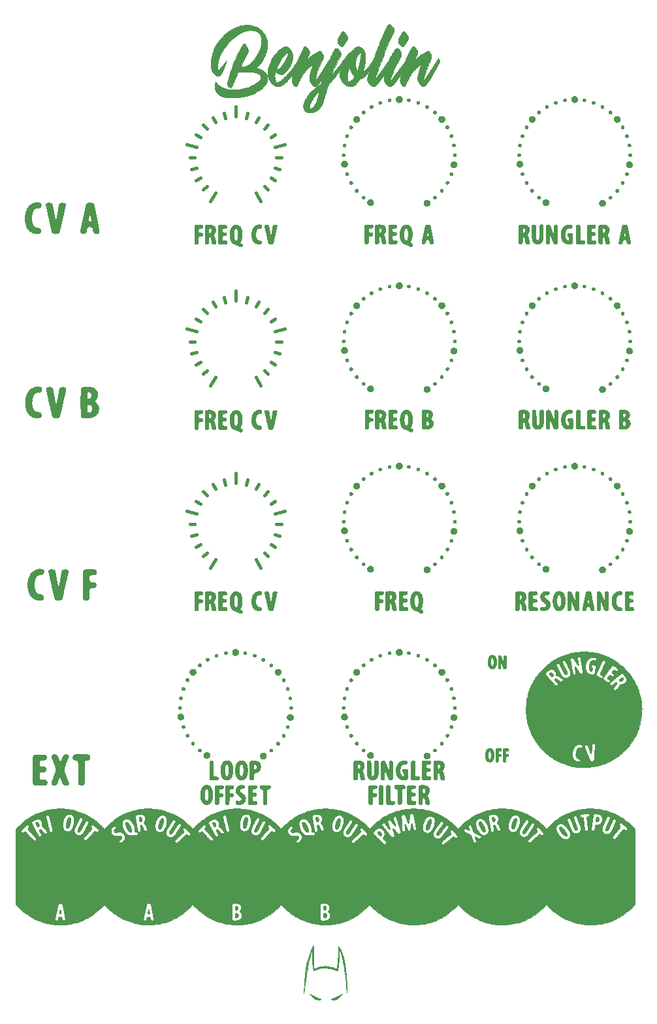
<source format=gbr>
G04 #@! TF.GenerationSoftware,KiCad,Pcbnew,(5.1.5)-2*
G04 #@! TF.CreationDate,2019-12-23T23:59:59+01:00*
G04 #@! TF.ProjectId,Benjolin Panel,42656e6a-6f6c-4696-9e20-50616e656c2e,rev?*
G04 #@! TF.SameCoordinates,Original*
G04 #@! TF.FileFunction,Legend,Top*
G04 #@! TF.FilePolarity,Positive*
%FSLAX46Y46*%
G04 Gerber Fmt 4.6, Leading zero omitted, Abs format (unit mm)*
G04 Created by KiCad (PCBNEW (5.1.5)-2) date 2019-12-23 23:59:59*
%MOMM*%
%LPD*%
G04 APERTURE LIST*
%ADD10C,0.010000*%
%ADD11C,0.416000*%
%ADD12C,0.150000*%
G04 APERTURE END LIST*
D10*
G36*
X85367945Y-148689484D02*
G01*
X85368883Y-148851753D01*
X85370054Y-149006191D01*
X85371474Y-149153428D01*
X85373160Y-149294097D01*
X85375126Y-149428828D01*
X85377389Y-149558254D01*
X85379963Y-149683006D01*
X85382865Y-149803716D01*
X85386111Y-149921016D01*
X85389715Y-150035537D01*
X85393694Y-150147911D01*
X85398064Y-150258770D01*
X85402839Y-150368745D01*
X85408036Y-150478468D01*
X85413670Y-150588571D01*
X85416150Y-150634700D01*
X85418418Y-150675284D01*
X85420939Y-150718586D01*
X85423661Y-150763837D01*
X85426532Y-150810264D01*
X85429498Y-150857096D01*
X85432508Y-150903562D01*
X85435509Y-150948889D01*
X85438448Y-150992308D01*
X85441274Y-151033046D01*
X85443932Y-151070332D01*
X85446371Y-151103394D01*
X85448539Y-151131462D01*
X85450382Y-151153763D01*
X85451849Y-151169527D01*
X85452887Y-151177981D01*
X85453218Y-151179217D01*
X85457417Y-151178084D01*
X85467888Y-151173842D01*
X85483283Y-151167078D01*
X85502253Y-151158376D01*
X85513771Y-151152952D01*
X85660691Y-151086160D01*
X85804094Y-151027053D01*
X85943999Y-150975623D01*
X86080426Y-150931863D01*
X86213397Y-150895766D01*
X86252078Y-150886554D01*
X86401528Y-150855732D01*
X86548649Y-150832766D01*
X86694211Y-150817633D01*
X86838980Y-150810308D01*
X86983724Y-150810767D01*
X87129212Y-150818986D01*
X87276210Y-150834940D01*
X87382378Y-150851028D01*
X87501687Y-150873762D01*
X87624251Y-150902243D01*
X87750434Y-150936585D01*
X87880596Y-150976901D01*
X88015100Y-151023304D01*
X88154307Y-151075907D01*
X88298581Y-151134825D01*
X88323743Y-151145522D01*
X88348574Y-151155921D01*
X88370797Y-151164816D01*
X88389243Y-151171773D01*
X88402739Y-151176356D01*
X88410115Y-151178130D01*
X88411081Y-151177966D01*
X88413512Y-151171969D01*
X88417072Y-151158549D01*
X88421587Y-151138648D01*
X88426881Y-151113208D01*
X88432780Y-151083173D01*
X88439108Y-151049483D01*
X88445691Y-151013083D01*
X88452354Y-150974913D01*
X88458921Y-150935917D01*
X88465218Y-150897036D01*
X88471069Y-150859214D01*
X88474224Y-150837900D01*
X88487382Y-150742201D01*
X88499929Y-150640460D01*
X88511874Y-150532515D01*
X88523226Y-150418205D01*
X88533997Y-150297368D01*
X88544195Y-150169843D01*
X88553831Y-150035468D01*
X88562914Y-149894082D01*
X88571454Y-149745523D01*
X88579462Y-149589630D01*
X88586946Y-149426240D01*
X88593917Y-149255194D01*
X88600385Y-149076328D01*
X88606360Y-148889482D01*
X88611851Y-148694493D01*
X88616536Y-148505517D01*
X88617673Y-148457524D01*
X88618789Y-148412072D01*
X88619865Y-148369859D01*
X88620880Y-148331586D01*
X88621815Y-148297952D01*
X88622650Y-148269657D01*
X88623366Y-148247400D01*
X88623943Y-148231882D01*
X88624361Y-148223800D01*
X88624496Y-148222771D01*
X88627285Y-148225554D01*
X88634099Y-148234153D01*
X88644096Y-148247455D01*
X88656436Y-148264348D01*
X88665952Y-148277621D01*
X88736610Y-148382150D01*
X88804695Y-148493593D01*
X88870222Y-148612013D01*
X88933209Y-148737472D01*
X88993672Y-148870035D01*
X89051627Y-149009765D01*
X89107092Y-149156724D01*
X89160082Y-149310976D01*
X89210614Y-149472585D01*
X89258706Y-149641614D01*
X89304373Y-149818126D01*
X89347631Y-150002184D01*
X89388499Y-150193852D01*
X89426991Y-150393193D01*
X89463126Y-150600271D01*
X89496918Y-150815148D01*
X89528386Y-151037887D01*
X89557545Y-151268553D01*
X89584412Y-151507209D01*
X89609004Y-151753917D01*
X89625840Y-151942800D01*
X89635816Y-152065892D01*
X89645520Y-152196416D01*
X89654900Y-152333340D01*
X89663906Y-152475634D01*
X89672488Y-152622265D01*
X89680595Y-152772202D01*
X89688177Y-152924414D01*
X89695184Y-153077869D01*
X89701564Y-153231535D01*
X89707269Y-153384381D01*
X89712247Y-153535375D01*
X89716448Y-153683486D01*
X89719821Y-153827683D01*
X89721078Y-153892250D01*
X89721822Y-153931794D01*
X89722675Y-153974891D01*
X89723586Y-154019070D01*
X89724504Y-154061856D01*
X89725376Y-154100779D01*
X89726051Y-154129317D01*
X89726653Y-154158068D01*
X89726995Y-154183648D01*
X89727079Y-154204960D01*
X89726905Y-154220909D01*
X89726475Y-154230397D01*
X89725927Y-154232582D01*
X89725103Y-154228016D01*
X89723669Y-154215746D01*
X89721691Y-154196508D01*
X89719239Y-154171037D01*
X89716379Y-154140069D01*
X89713179Y-154104338D01*
X89709708Y-154064582D01*
X89706034Y-154021535D01*
X89702223Y-153975933D01*
X89702093Y-153974349D01*
X89676703Y-153675431D01*
X89650610Y-153384850D01*
X89623802Y-153102502D01*
X89596264Y-152828286D01*
X89567982Y-152562098D01*
X89538943Y-152303837D01*
X89509133Y-152053399D01*
X89478539Y-151810684D01*
X89447147Y-151575587D01*
X89414943Y-151348007D01*
X89381914Y-151127841D01*
X89348047Y-150914986D01*
X89313326Y-150709341D01*
X89277740Y-150510803D01*
X89241274Y-150319270D01*
X89203915Y-150134638D01*
X89170918Y-149980650D01*
X89130795Y-149804141D01*
X89089906Y-149635816D01*
X89048175Y-149475421D01*
X89005525Y-149322699D01*
X88961878Y-149177396D01*
X88917156Y-149039258D01*
X88871283Y-148908030D01*
X88824181Y-148783457D01*
X88775773Y-148665283D01*
X88763396Y-148636567D01*
X88755100Y-148617517D01*
X88752423Y-148666200D01*
X88751612Y-148682809D01*
X88750607Y-148706361D01*
X88749465Y-148735333D01*
X88748244Y-148768206D01*
X88747001Y-148803458D01*
X88745795Y-148839569D01*
X88745381Y-148852467D01*
X88738127Y-149056556D01*
X88729424Y-149257807D01*
X88719314Y-149455669D01*
X88707838Y-149649591D01*
X88695039Y-149839022D01*
X88680959Y-150023411D01*
X88665642Y-150202206D01*
X88649128Y-150374857D01*
X88631460Y-150540813D01*
X88612682Y-150699523D01*
X88592834Y-150850435D01*
X88590745Y-150865417D01*
X88585852Y-150899368D01*
X88580197Y-150937022D01*
X88573917Y-150977568D01*
X88567152Y-151020195D01*
X88560042Y-151064093D01*
X88552726Y-151108453D01*
X88545343Y-151152464D01*
X88538033Y-151195316D01*
X88530934Y-151236199D01*
X88524186Y-151274302D01*
X88517928Y-151308815D01*
X88512300Y-151338929D01*
X88507441Y-151363832D01*
X88503490Y-151382715D01*
X88500587Y-151394768D01*
X88498992Y-151399097D01*
X88494883Y-151397962D01*
X88483859Y-151394152D01*
X88466909Y-151388031D01*
X88445022Y-151379961D01*
X88419187Y-151370304D01*
X88390391Y-151359422D01*
X88381396Y-151356001D01*
X88205166Y-151291819D01*
X88032453Y-151234921D01*
X87862698Y-151185171D01*
X87695340Y-151142435D01*
X87529818Y-151106577D01*
X87365571Y-151077461D01*
X87202039Y-151054952D01*
X87086045Y-151042905D01*
X87053266Y-151040461D01*
X87013784Y-151038339D01*
X86969179Y-151036560D01*
X86921033Y-151035148D01*
X86870928Y-151034124D01*
X86820446Y-151033510D01*
X86771168Y-151033328D01*
X86724676Y-151033600D01*
X86682552Y-151034348D01*
X86646378Y-151035594D01*
X86628724Y-151036555D01*
X86551562Y-151042205D01*
X86480282Y-151048936D01*
X86412330Y-151057081D01*
X86345153Y-151066973D01*
X86276200Y-151078944D01*
X86220328Y-151089779D01*
X86090083Y-151119341D01*
X85963322Y-151154935D01*
X85838986Y-151196961D01*
X85716015Y-151245819D01*
X85593349Y-151301912D01*
X85469928Y-151365638D01*
X85425520Y-151390293D01*
X85414512Y-151396182D01*
X85407208Y-151399451D01*
X85405412Y-151399633D01*
X85404526Y-151394977D01*
X85402104Y-151383665D01*
X85398493Y-151367295D01*
X85394042Y-151347465D01*
X85393072Y-151343179D01*
X85364139Y-151210542D01*
X85338334Y-151081287D01*
X85315544Y-150954342D01*
X85295657Y-150828638D01*
X85278561Y-150703103D01*
X85264145Y-150576666D01*
X85252296Y-150448255D01*
X85242902Y-150316801D01*
X85235851Y-150181232D01*
X85231032Y-150040477D01*
X85228331Y-149893464D01*
X85227619Y-149761343D01*
X85228730Y-149595931D01*
X85232066Y-149425063D01*
X85237647Y-149248215D01*
X85245493Y-149064860D01*
X85255624Y-148874475D01*
X85268059Y-148676534D01*
X85269622Y-148653500D01*
X85271587Y-148624225D01*
X85273290Y-148597871D01*
X85274661Y-148575574D01*
X85275633Y-148558469D01*
X85276138Y-148547691D01*
X85276146Y-148544344D01*
X85274511Y-148547697D01*
X85270544Y-148558247D01*
X85264534Y-148575138D01*
X85256765Y-148597516D01*
X85247524Y-148624525D01*
X85237097Y-148655310D01*
X85225770Y-148689016D01*
X85213830Y-148724788D01*
X85201561Y-148761770D01*
X85189252Y-148799107D01*
X85177187Y-148835944D01*
X85165652Y-148871426D01*
X85154934Y-148904697D01*
X85145320Y-148934902D01*
X85142616Y-148943484D01*
X85075700Y-149162505D01*
X85010446Y-149388326D01*
X84946832Y-149621053D01*
X84884836Y-149860791D01*
X84824437Y-150107646D01*
X84765613Y-150361724D01*
X84708343Y-150623131D01*
X84652605Y-150891974D01*
X84598378Y-151168357D01*
X84545640Y-151452386D01*
X84494370Y-151744169D01*
X84444546Y-152043810D01*
X84396147Y-152351415D01*
X84349151Y-152667091D01*
X84303537Y-152990943D01*
X84271194Y-153231850D01*
X84260305Y-153315374D01*
X84248995Y-153403565D01*
X84237436Y-153494997D01*
X84225804Y-153588244D01*
X84214272Y-153681880D01*
X84203016Y-153774479D01*
X84192209Y-153864614D01*
X84182026Y-153950860D01*
X84172640Y-154031791D01*
X84164227Y-154105981D01*
X84163040Y-154116617D01*
X84157065Y-154169697D01*
X84151878Y-154214525D01*
X84147454Y-154251274D01*
X84143770Y-154280120D01*
X84140804Y-154301236D01*
X84138532Y-154314798D01*
X84136930Y-154320981D01*
X84135975Y-154319959D01*
X84135920Y-154319521D01*
X84136079Y-154314493D01*
X84136734Y-154301872D01*
X84137835Y-154282511D01*
X84139329Y-154257265D01*
X84141165Y-154226990D01*
X84143293Y-154192540D01*
X84145661Y-154154771D01*
X84147969Y-154118437D01*
X84150219Y-154082752D01*
X84152880Y-154039723D01*
X84155888Y-153990462D01*
X84159174Y-153936078D01*
X84162674Y-153877681D01*
X84166321Y-153816381D01*
X84170048Y-153753290D01*
X84173790Y-153689516D01*
X84177481Y-153626170D01*
X84181053Y-153564362D01*
X84181916Y-153549350D01*
X84190868Y-153394999D01*
X84199545Y-153248665D01*
X84207986Y-153109907D01*
X84216227Y-152978282D01*
X84224305Y-152853346D01*
X84232257Y-152734658D01*
X84240119Y-152621774D01*
X84247930Y-152514251D01*
X84255725Y-152411648D01*
X84263541Y-152313520D01*
X84271416Y-152219426D01*
X84279387Y-152128923D01*
X84287490Y-152041567D01*
X84295762Y-151956916D01*
X84304240Y-151874527D01*
X84312962Y-151793958D01*
X84321964Y-151714766D01*
X84331283Y-151636507D01*
X84340955Y-151558740D01*
X84351019Y-151481021D01*
X84360048Y-151413633D01*
X84401536Y-151132037D01*
X84448611Y-150856574D01*
X84501365Y-150586941D01*
X84559890Y-150322828D01*
X84624277Y-150063932D01*
X84694619Y-149809944D01*
X84771008Y-149560558D01*
X84853535Y-149315469D01*
X84942293Y-149074368D01*
X85037373Y-148836951D01*
X85138867Y-148602910D01*
X85246868Y-148371940D01*
X85311775Y-148240750D01*
X85365193Y-148134918D01*
X85367945Y-148689484D01*
G37*
X85367945Y-148689484D02*
X85368883Y-148851753D01*
X85370054Y-149006191D01*
X85371474Y-149153428D01*
X85373160Y-149294097D01*
X85375126Y-149428828D01*
X85377389Y-149558254D01*
X85379963Y-149683006D01*
X85382865Y-149803716D01*
X85386111Y-149921016D01*
X85389715Y-150035537D01*
X85393694Y-150147911D01*
X85398064Y-150258770D01*
X85402839Y-150368745D01*
X85408036Y-150478468D01*
X85413670Y-150588571D01*
X85416150Y-150634700D01*
X85418418Y-150675284D01*
X85420939Y-150718586D01*
X85423661Y-150763837D01*
X85426532Y-150810264D01*
X85429498Y-150857096D01*
X85432508Y-150903562D01*
X85435509Y-150948889D01*
X85438448Y-150992308D01*
X85441274Y-151033046D01*
X85443932Y-151070332D01*
X85446371Y-151103394D01*
X85448539Y-151131462D01*
X85450382Y-151153763D01*
X85451849Y-151169527D01*
X85452887Y-151177981D01*
X85453218Y-151179217D01*
X85457417Y-151178084D01*
X85467888Y-151173842D01*
X85483283Y-151167078D01*
X85502253Y-151158376D01*
X85513771Y-151152952D01*
X85660691Y-151086160D01*
X85804094Y-151027053D01*
X85943999Y-150975623D01*
X86080426Y-150931863D01*
X86213397Y-150895766D01*
X86252078Y-150886554D01*
X86401528Y-150855732D01*
X86548649Y-150832766D01*
X86694211Y-150817633D01*
X86838980Y-150810308D01*
X86983724Y-150810767D01*
X87129212Y-150818986D01*
X87276210Y-150834940D01*
X87382378Y-150851028D01*
X87501687Y-150873762D01*
X87624251Y-150902243D01*
X87750434Y-150936585D01*
X87880596Y-150976901D01*
X88015100Y-151023304D01*
X88154307Y-151075907D01*
X88298581Y-151134825D01*
X88323743Y-151145522D01*
X88348574Y-151155921D01*
X88370797Y-151164816D01*
X88389243Y-151171773D01*
X88402739Y-151176356D01*
X88410115Y-151178130D01*
X88411081Y-151177966D01*
X88413512Y-151171969D01*
X88417072Y-151158549D01*
X88421587Y-151138648D01*
X88426881Y-151113208D01*
X88432780Y-151083173D01*
X88439108Y-151049483D01*
X88445691Y-151013083D01*
X88452354Y-150974913D01*
X88458921Y-150935917D01*
X88465218Y-150897036D01*
X88471069Y-150859214D01*
X88474224Y-150837900D01*
X88487382Y-150742201D01*
X88499929Y-150640460D01*
X88511874Y-150532515D01*
X88523226Y-150418205D01*
X88533997Y-150297368D01*
X88544195Y-150169843D01*
X88553831Y-150035468D01*
X88562914Y-149894082D01*
X88571454Y-149745523D01*
X88579462Y-149589630D01*
X88586946Y-149426240D01*
X88593917Y-149255194D01*
X88600385Y-149076328D01*
X88606360Y-148889482D01*
X88611851Y-148694493D01*
X88616536Y-148505517D01*
X88617673Y-148457524D01*
X88618789Y-148412072D01*
X88619865Y-148369859D01*
X88620880Y-148331586D01*
X88621815Y-148297952D01*
X88622650Y-148269657D01*
X88623366Y-148247400D01*
X88623943Y-148231882D01*
X88624361Y-148223800D01*
X88624496Y-148222771D01*
X88627285Y-148225554D01*
X88634099Y-148234153D01*
X88644096Y-148247455D01*
X88656436Y-148264348D01*
X88665952Y-148277621D01*
X88736610Y-148382150D01*
X88804695Y-148493593D01*
X88870222Y-148612013D01*
X88933209Y-148737472D01*
X88993672Y-148870035D01*
X89051627Y-149009765D01*
X89107092Y-149156724D01*
X89160082Y-149310976D01*
X89210614Y-149472585D01*
X89258706Y-149641614D01*
X89304373Y-149818126D01*
X89347631Y-150002184D01*
X89388499Y-150193852D01*
X89426991Y-150393193D01*
X89463126Y-150600271D01*
X89496918Y-150815148D01*
X89528386Y-151037887D01*
X89557545Y-151268553D01*
X89584412Y-151507209D01*
X89609004Y-151753917D01*
X89625840Y-151942800D01*
X89635816Y-152065892D01*
X89645520Y-152196416D01*
X89654900Y-152333340D01*
X89663906Y-152475634D01*
X89672488Y-152622265D01*
X89680595Y-152772202D01*
X89688177Y-152924414D01*
X89695184Y-153077869D01*
X89701564Y-153231535D01*
X89707269Y-153384381D01*
X89712247Y-153535375D01*
X89716448Y-153683486D01*
X89719821Y-153827683D01*
X89721078Y-153892250D01*
X89721822Y-153931794D01*
X89722675Y-153974891D01*
X89723586Y-154019070D01*
X89724504Y-154061856D01*
X89725376Y-154100779D01*
X89726051Y-154129317D01*
X89726653Y-154158068D01*
X89726995Y-154183648D01*
X89727079Y-154204960D01*
X89726905Y-154220909D01*
X89726475Y-154230397D01*
X89725927Y-154232582D01*
X89725103Y-154228016D01*
X89723669Y-154215746D01*
X89721691Y-154196508D01*
X89719239Y-154171037D01*
X89716379Y-154140069D01*
X89713179Y-154104338D01*
X89709708Y-154064582D01*
X89706034Y-154021535D01*
X89702223Y-153975933D01*
X89702093Y-153974349D01*
X89676703Y-153675431D01*
X89650610Y-153384850D01*
X89623802Y-153102502D01*
X89596264Y-152828286D01*
X89567982Y-152562098D01*
X89538943Y-152303837D01*
X89509133Y-152053399D01*
X89478539Y-151810684D01*
X89447147Y-151575587D01*
X89414943Y-151348007D01*
X89381914Y-151127841D01*
X89348047Y-150914986D01*
X89313326Y-150709341D01*
X89277740Y-150510803D01*
X89241274Y-150319270D01*
X89203915Y-150134638D01*
X89170918Y-149980650D01*
X89130795Y-149804141D01*
X89089906Y-149635816D01*
X89048175Y-149475421D01*
X89005525Y-149322699D01*
X88961878Y-149177396D01*
X88917156Y-149039258D01*
X88871283Y-148908030D01*
X88824181Y-148783457D01*
X88775773Y-148665283D01*
X88763396Y-148636567D01*
X88755100Y-148617517D01*
X88752423Y-148666200D01*
X88751612Y-148682809D01*
X88750607Y-148706361D01*
X88749465Y-148735333D01*
X88748244Y-148768206D01*
X88747001Y-148803458D01*
X88745795Y-148839569D01*
X88745381Y-148852467D01*
X88738127Y-149056556D01*
X88729424Y-149257807D01*
X88719314Y-149455669D01*
X88707838Y-149649591D01*
X88695039Y-149839022D01*
X88680959Y-150023411D01*
X88665642Y-150202206D01*
X88649128Y-150374857D01*
X88631460Y-150540813D01*
X88612682Y-150699523D01*
X88592834Y-150850435D01*
X88590745Y-150865417D01*
X88585852Y-150899368D01*
X88580197Y-150937022D01*
X88573917Y-150977568D01*
X88567152Y-151020195D01*
X88560042Y-151064093D01*
X88552726Y-151108453D01*
X88545343Y-151152464D01*
X88538033Y-151195316D01*
X88530934Y-151236199D01*
X88524186Y-151274302D01*
X88517928Y-151308815D01*
X88512300Y-151338929D01*
X88507441Y-151363832D01*
X88503490Y-151382715D01*
X88500587Y-151394768D01*
X88498992Y-151399097D01*
X88494883Y-151397962D01*
X88483859Y-151394152D01*
X88466909Y-151388031D01*
X88445022Y-151379961D01*
X88419187Y-151370304D01*
X88390391Y-151359422D01*
X88381396Y-151356001D01*
X88205166Y-151291819D01*
X88032453Y-151234921D01*
X87862698Y-151185171D01*
X87695340Y-151142435D01*
X87529818Y-151106577D01*
X87365571Y-151077461D01*
X87202039Y-151054952D01*
X87086045Y-151042905D01*
X87053266Y-151040461D01*
X87013784Y-151038339D01*
X86969179Y-151036560D01*
X86921033Y-151035148D01*
X86870928Y-151034124D01*
X86820446Y-151033510D01*
X86771168Y-151033328D01*
X86724676Y-151033600D01*
X86682552Y-151034348D01*
X86646378Y-151035594D01*
X86628724Y-151036555D01*
X86551562Y-151042205D01*
X86480282Y-151048936D01*
X86412330Y-151057081D01*
X86345153Y-151066973D01*
X86276200Y-151078944D01*
X86220328Y-151089779D01*
X86090083Y-151119341D01*
X85963322Y-151154935D01*
X85838986Y-151196961D01*
X85716015Y-151245819D01*
X85593349Y-151301912D01*
X85469928Y-151365638D01*
X85425520Y-151390293D01*
X85414512Y-151396182D01*
X85407208Y-151399451D01*
X85405412Y-151399633D01*
X85404526Y-151394977D01*
X85402104Y-151383665D01*
X85398493Y-151367295D01*
X85394042Y-151347465D01*
X85393072Y-151343179D01*
X85364139Y-151210542D01*
X85338334Y-151081287D01*
X85315544Y-150954342D01*
X85295657Y-150828638D01*
X85278561Y-150703103D01*
X85264145Y-150576666D01*
X85252296Y-150448255D01*
X85242902Y-150316801D01*
X85235851Y-150181232D01*
X85231032Y-150040477D01*
X85228331Y-149893464D01*
X85227619Y-149761343D01*
X85228730Y-149595931D01*
X85232066Y-149425063D01*
X85237647Y-149248215D01*
X85245493Y-149064860D01*
X85255624Y-148874475D01*
X85268059Y-148676534D01*
X85269622Y-148653500D01*
X85271587Y-148624225D01*
X85273290Y-148597871D01*
X85274661Y-148575574D01*
X85275633Y-148558469D01*
X85276138Y-148547691D01*
X85276146Y-148544344D01*
X85274511Y-148547697D01*
X85270544Y-148558247D01*
X85264534Y-148575138D01*
X85256765Y-148597516D01*
X85247524Y-148624525D01*
X85237097Y-148655310D01*
X85225770Y-148689016D01*
X85213830Y-148724788D01*
X85201561Y-148761770D01*
X85189252Y-148799107D01*
X85177187Y-148835944D01*
X85165652Y-148871426D01*
X85154934Y-148904697D01*
X85145320Y-148934902D01*
X85142616Y-148943484D01*
X85075700Y-149162505D01*
X85010446Y-149388326D01*
X84946832Y-149621053D01*
X84884836Y-149860791D01*
X84824437Y-150107646D01*
X84765613Y-150361724D01*
X84708343Y-150623131D01*
X84652605Y-150891974D01*
X84598378Y-151168357D01*
X84545640Y-151452386D01*
X84494370Y-151744169D01*
X84444546Y-152043810D01*
X84396147Y-152351415D01*
X84349151Y-152667091D01*
X84303537Y-152990943D01*
X84271194Y-153231850D01*
X84260305Y-153315374D01*
X84248995Y-153403565D01*
X84237436Y-153494997D01*
X84225804Y-153588244D01*
X84214272Y-153681880D01*
X84203016Y-153774479D01*
X84192209Y-153864614D01*
X84182026Y-153950860D01*
X84172640Y-154031791D01*
X84164227Y-154105981D01*
X84163040Y-154116617D01*
X84157065Y-154169697D01*
X84151878Y-154214525D01*
X84147454Y-154251274D01*
X84143770Y-154280120D01*
X84140804Y-154301236D01*
X84138532Y-154314798D01*
X84136930Y-154320981D01*
X84135975Y-154319959D01*
X84135920Y-154319521D01*
X84136079Y-154314493D01*
X84136734Y-154301872D01*
X84137835Y-154282511D01*
X84139329Y-154257265D01*
X84141165Y-154226990D01*
X84143293Y-154192540D01*
X84145661Y-154154771D01*
X84147969Y-154118437D01*
X84150219Y-154082752D01*
X84152880Y-154039723D01*
X84155888Y-153990462D01*
X84159174Y-153936078D01*
X84162674Y-153877681D01*
X84166321Y-153816381D01*
X84170048Y-153753290D01*
X84173790Y-153689516D01*
X84177481Y-153626170D01*
X84181053Y-153564362D01*
X84181916Y-153549350D01*
X84190868Y-153394999D01*
X84199545Y-153248665D01*
X84207986Y-153109907D01*
X84216227Y-152978282D01*
X84224305Y-152853346D01*
X84232257Y-152734658D01*
X84240119Y-152621774D01*
X84247930Y-152514251D01*
X84255725Y-152411648D01*
X84263541Y-152313520D01*
X84271416Y-152219426D01*
X84279387Y-152128923D01*
X84287490Y-152041567D01*
X84295762Y-151956916D01*
X84304240Y-151874527D01*
X84312962Y-151793958D01*
X84321964Y-151714766D01*
X84331283Y-151636507D01*
X84340955Y-151558740D01*
X84351019Y-151481021D01*
X84360048Y-151413633D01*
X84401536Y-151132037D01*
X84448611Y-150856574D01*
X84501365Y-150586941D01*
X84559890Y-150322828D01*
X84624277Y-150063932D01*
X84694619Y-149809944D01*
X84771008Y-149560558D01*
X84853535Y-149315469D01*
X84942293Y-149074368D01*
X85037373Y-148836951D01*
X85138867Y-148602910D01*
X85246868Y-148371940D01*
X85311775Y-148240750D01*
X85365193Y-148134918D01*
X85367945Y-148689484D01*
G36*
X89133047Y-154403258D02*
G01*
X89130857Y-154406730D01*
X89123943Y-154415563D01*
X89113143Y-154428733D01*
X89099297Y-154445217D01*
X89083392Y-154463820D01*
X89019126Y-154537354D01*
X88955339Y-154608323D01*
X88892530Y-154676226D01*
X88831196Y-154740564D01*
X88771836Y-154800839D01*
X88714948Y-154856550D01*
X88661031Y-154907200D01*
X88610582Y-154952288D01*
X88564099Y-154991316D01*
X88531493Y-155016796D01*
X88492128Y-155044805D01*
X88454373Y-155068009D01*
X88416662Y-155086988D01*
X88377431Y-155102320D01*
X88335114Y-155114585D01*
X88288146Y-155124360D01*
X88234961Y-155132226D01*
X88212111Y-155134910D01*
X88191838Y-155136595D01*
X88164587Y-155138040D01*
X88131846Y-155139230D01*
X88095101Y-155140147D01*
X88055839Y-155140778D01*
X88015547Y-155141105D01*
X87975711Y-155141112D01*
X87937819Y-155140785D01*
X87903356Y-155140107D01*
X87873809Y-155139062D01*
X87864978Y-155138611D01*
X87836031Y-155136809D01*
X87804868Y-155134580D01*
X87774717Y-155132175D01*
X87748805Y-155129839D01*
X87742211Y-155129176D01*
X87689295Y-155123674D01*
X88410489Y-154762784D01*
X88483802Y-154726108D01*
X88555079Y-154690471D01*
X88623952Y-154656057D01*
X88690052Y-154623049D01*
X88753011Y-154591630D01*
X88812462Y-154561983D01*
X88868036Y-154534291D01*
X88919366Y-154508737D01*
X88966083Y-154485504D01*
X89007820Y-154464776D01*
X89044208Y-154446736D01*
X89074879Y-154431566D01*
X89099466Y-154419450D01*
X89117600Y-154410571D01*
X89128913Y-154405112D01*
X89133038Y-154403256D01*
X89133047Y-154403258D01*
G37*
X89133047Y-154403258D02*
X89130857Y-154406730D01*
X89123943Y-154415563D01*
X89113143Y-154428733D01*
X89099297Y-154445217D01*
X89083392Y-154463820D01*
X89019126Y-154537354D01*
X88955339Y-154608323D01*
X88892530Y-154676226D01*
X88831196Y-154740564D01*
X88771836Y-154800839D01*
X88714948Y-154856550D01*
X88661031Y-154907200D01*
X88610582Y-154952288D01*
X88564099Y-154991316D01*
X88531493Y-155016796D01*
X88492128Y-155044805D01*
X88454373Y-155068009D01*
X88416662Y-155086988D01*
X88377431Y-155102320D01*
X88335114Y-155114585D01*
X88288146Y-155124360D01*
X88234961Y-155132226D01*
X88212111Y-155134910D01*
X88191838Y-155136595D01*
X88164587Y-155138040D01*
X88131846Y-155139230D01*
X88095101Y-155140147D01*
X88055839Y-155140778D01*
X88015547Y-155141105D01*
X87975711Y-155141112D01*
X87937819Y-155140785D01*
X87903356Y-155140107D01*
X87873809Y-155139062D01*
X87864978Y-155138611D01*
X87836031Y-155136809D01*
X87804868Y-155134580D01*
X87774717Y-155132175D01*
X87748805Y-155129839D01*
X87742211Y-155129176D01*
X87689295Y-155123674D01*
X88410489Y-154762784D01*
X88483802Y-154726108D01*
X88555079Y-154690471D01*
X88623952Y-154656057D01*
X88690052Y-154623049D01*
X88753011Y-154591630D01*
X88812462Y-154561983D01*
X88868036Y-154534291D01*
X88919366Y-154508737D01*
X88966083Y-154485504D01*
X89007820Y-154464776D01*
X89044208Y-154446736D01*
X89074879Y-154431566D01*
X89099466Y-154419450D01*
X89117600Y-154410571D01*
X89128913Y-154405112D01*
X89133038Y-154403256D01*
X89133047Y-154403258D01*
G36*
X84922521Y-154404225D02*
G01*
X84933866Y-154409648D01*
X84951859Y-154418413D01*
X84976052Y-154430295D01*
X85005995Y-154445069D01*
X85041240Y-154462510D01*
X85081337Y-154482395D01*
X85125837Y-154504498D01*
X85174292Y-154528595D01*
X85226252Y-154554461D01*
X85281269Y-154581873D01*
X85338893Y-154610604D01*
X85398676Y-154640432D01*
X85460168Y-154671131D01*
X85522920Y-154702476D01*
X85586484Y-154734244D01*
X85650410Y-154766209D01*
X85714250Y-154798147D01*
X85777554Y-154829834D01*
X85839874Y-154861045D01*
X85900760Y-154891555D01*
X85959764Y-154921139D01*
X86016436Y-154949575D01*
X86070327Y-154976635D01*
X86120990Y-155002097D01*
X86167973Y-155025736D01*
X86210830Y-155047327D01*
X86249109Y-155066645D01*
X86282364Y-155083466D01*
X86310143Y-155097566D01*
X86332000Y-155108720D01*
X86347484Y-155116703D01*
X86356146Y-155121290D01*
X86357912Y-155122358D01*
X86353862Y-155123751D01*
X86342421Y-155125503D01*
X86324654Y-155127522D01*
X86301624Y-155129716D01*
X86274395Y-155131992D01*
X86244031Y-155134258D01*
X86211597Y-155136422D01*
X86178155Y-155138391D01*
X86165295Y-155139075D01*
X86119998Y-155140915D01*
X86071559Y-155142011D01*
X86022201Y-155142368D01*
X85974149Y-155141990D01*
X85929625Y-155140880D01*
X85890855Y-155139042D01*
X85883778Y-155138573D01*
X85815877Y-155132216D01*
X85755418Y-155123128D01*
X85701775Y-155111154D01*
X85654325Y-155096136D01*
X85612443Y-155077919D01*
X85588440Y-155064611D01*
X85547696Y-155037782D01*
X85502573Y-155004167D01*
X85453372Y-154964035D01*
X85400395Y-154917655D01*
X85343943Y-154865297D01*
X85284316Y-154807229D01*
X85221817Y-154743721D01*
X85178392Y-154698162D01*
X85146908Y-154664530D01*
X85115545Y-154630655D01*
X85084801Y-154597102D01*
X85055172Y-154564436D01*
X85027155Y-154533221D01*
X85001246Y-154504023D01*
X84977943Y-154477407D01*
X84957742Y-154453937D01*
X84941140Y-154434178D01*
X84928634Y-154418696D01*
X84920721Y-154408055D01*
X84917897Y-154402821D01*
X84918273Y-154402367D01*
X84922521Y-154404225D01*
G37*
X84922521Y-154404225D02*
X84933866Y-154409648D01*
X84951859Y-154418413D01*
X84976052Y-154430295D01*
X85005995Y-154445069D01*
X85041240Y-154462510D01*
X85081337Y-154482395D01*
X85125837Y-154504498D01*
X85174292Y-154528595D01*
X85226252Y-154554461D01*
X85281269Y-154581873D01*
X85338893Y-154610604D01*
X85398676Y-154640432D01*
X85460168Y-154671131D01*
X85522920Y-154702476D01*
X85586484Y-154734244D01*
X85650410Y-154766209D01*
X85714250Y-154798147D01*
X85777554Y-154829834D01*
X85839874Y-154861045D01*
X85900760Y-154891555D01*
X85959764Y-154921139D01*
X86016436Y-154949575D01*
X86070327Y-154976635D01*
X86120990Y-155002097D01*
X86167973Y-155025736D01*
X86210830Y-155047327D01*
X86249109Y-155066645D01*
X86282364Y-155083466D01*
X86310143Y-155097566D01*
X86332000Y-155108720D01*
X86347484Y-155116703D01*
X86356146Y-155121290D01*
X86357912Y-155122358D01*
X86353862Y-155123751D01*
X86342421Y-155125503D01*
X86324654Y-155127522D01*
X86301624Y-155129716D01*
X86274395Y-155131992D01*
X86244031Y-155134258D01*
X86211597Y-155136422D01*
X86178155Y-155138391D01*
X86165295Y-155139075D01*
X86119998Y-155140915D01*
X86071559Y-155142011D01*
X86022201Y-155142368D01*
X85974149Y-155141990D01*
X85929625Y-155140880D01*
X85890855Y-155139042D01*
X85883778Y-155138573D01*
X85815877Y-155132216D01*
X85755418Y-155123128D01*
X85701775Y-155111154D01*
X85654325Y-155096136D01*
X85612443Y-155077919D01*
X85588440Y-155064611D01*
X85547696Y-155037782D01*
X85502573Y-155004167D01*
X85453372Y-154964035D01*
X85400395Y-154917655D01*
X85343943Y-154865297D01*
X85284316Y-154807229D01*
X85221817Y-154743721D01*
X85178392Y-154698162D01*
X85146908Y-154664530D01*
X85115545Y-154630655D01*
X85084801Y-154597102D01*
X85055172Y-154564436D01*
X85027155Y-154533221D01*
X85001246Y-154504023D01*
X84977943Y-154477407D01*
X84957742Y-154453937D01*
X84941140Y-154434178D01*
X84928634Y-154418696D01*
X84920721Y-154408055D01*
X84917897Y-154402821D01*
X84918273Y-154402367D01*
X84922521Y-154404225D01*
G36*
X110287527Y-122598085D02*
G01*
X110330713Y-122598356D01*
X110380747Y-122598713D01*
X110423060Y-122599047D01*
X110458398Y-122599390D01*
X110487505Y-122599777D01*
X110511128Y-122600240D01*
X110530012Y-122600813D01*
X110544903Y-122601528D01*
X110556545Y-122602418D01*
X110565685Y-122603516D01*
X110573068Y-122604856D01*
X110579440Y-122606471D01*
X110585545Y-122608393D01*
X110589785Y-122609844D01*
X110620583Y-122624258D01*
X110644693Y-122643864D01*
X110662118Y-122668663D01*
X110672856Y-122698656D01*
X110676909Y-122733843D01*
X110676072Y-122758172D01*
X110671318Y-122793324D01*
X110663232Y-122821446D01*
X110651325Y-122843483D01*
X110635107Y-122860381D01*
X110617426Y-122871481D01*
X110603689Y-122877470D01*
X110588461Y-122882138D01*
X110570363Y-122885697D01*
X110548014Y-122888354D01*
X110520031Y-122890320D01*
X110485036Y-122891805D01*
X110483095Y-122891870D01*
X110441945Y-122893634D01*
X110408168Y-122896103D01*
X110380682Y-122899520D01*
X110358407Y-122904127D01*
X110340261Y-122910168D01*
X110325164Y-122917884D01*
X110312033Y-122927518D01*
X110307931Y-122931174D01*
X110296655Y-122943317D01*
X110287680Y-122957211D01*
X110280777Y-122973895D01*
X110275718Y-122994412D01*
X110272273Y-123019802D01*
X110270214Y-123051105D01*
X110269314Y-123089363D01*
X110269226Y-123107450D01*
X110269279Y-123137954D01*
X110269568Y-123161482D01*
X110270210Y-123179523D01*
X110271324Y-123193564D01*
X110273027Y-123205096D01*
X110275436Y-123215608D01*
X110278642Y-123226499D01*
X110291044Y-123258273D01*
X110306220Y-123282755D01*
X110324829Y-123300852D01*
X110339010Y-123309587D01*
X110347921Y-123313822D01*
X110356761Y-123317102D01*
X110367019Y-123319687D01*
X110380182Y-123321833D01*
X110397739Y-123323797D01*
X110421179Y-123325836D01*
X110442727Y-123327510D01*
X110474662Y-123329985D01*
X110499587Y-123332097D01*
X110518941Y-123334043D01*
X110534161Y-123336022D01*
X110546687Y-123338231D01*
X110557957Y-123340866D01*
X110569409Y-123344127D01*
X110573960Y-123345524D01*
X110601483Y-123356963D01*
X110622623Y-123372696D01*
X110638894Y-123393970D01*
X110643744Y-123403007D01*
X110650785Y-123418593D01*
X110654789Y-123431963D01*
X110656571Y-123446857D01*
X110656952Y-123463452D01*
X110654842Y-123497263D01*
X110647858Y-123525741D01*
X110635257Y-123550938D01*
X110617066Y-123574084D01*
X110608809Y-123582943D01*
X110601338Y-123590226D01*
X110593723Y-123596157D01*
X110585032Y-123600961D01*
X110574332Y-123604865D01*
X110560692Y-123608091D01*
X110543180Y-123610866D01*
X110520864Y-123613415D01*
X110492812Y-123615962D01*
X110458093Y-123618732D01*
X110420203Y-123621616D01*
X110395806Y-123623666D01*
X110377703Y-123625834D01*
X110363726Y-123628567D01*
X110351707Y-123632312D01*
X110339479Y-123637514D01*
X110336674Y-123638838D01*
X110315133Y-123651279D01*
X110299198Y-123666199D01*
X110287090Y-123685692D01*
X110278487Y-123707395D01*
X110276568Y-123713436D01*
X110274932Y-123719688D01*
X110273548Y-123726880D01*
X110272384Y-123735743D01*
X110271408Y-123747006D01*
X110270588Y-123761400D01*
X110269893Y-123779654D01*
X110269290Y-123802499D01*
X110268748Y-123830664D01*
X110268235Y-123864879D01*
X110267719Y-123905875D01*
X110267169Y-123954380D01*
X110266986Y-123971050D01*
X110266418Y-124022038D01*
X110265894Y-124065289D01*
X110265383Y-124101536D01*
X110264852Y-124131507D01*
X110264271Y-124155933D01*
X110263607Y-124175545D01*
X110262828Y-124191073D01*
X110261902Y-124203247D01*
X110260798Y-124212799D01*
X110259485Y-124220457D01*
X110257929Y-124226953D01*
X110256100Y-124233017D01*
X110255498Y-124234847D01*
X110243636Y-124263402D01*
X110228614Y-124285922D01*
X110209544Y-124302952D01*
X110185543Y-124315041D01*
X110155724Y-124322734D01*
X110119201Y-124326580D01*
X110106177Y-124327081D01*
X110084675Y-124327259D01*
X110064426Y-124326768D01*
X110048023Y-124325706D01*
X110039585Y-124324549D01*
X110009373Y-124314881D01*
X109983088Y-124299937D01*
X109962251Y-124280754D01*
X109951083Y-124264150D01*
X109946960Y-124253828D01*
X109942227Y-124238516D01*
X109937917Y-124221559D01*
X109937020Y-124216951D01*
X109936200Y-124211177D01*
X109935452Y-124203846D01*
X109934773Y-124194563D01*
X109934158Y-124182938D01*
X109933601Y-124168577D01*
X109933099Y-124151087D01*
X109932646Y-124130077D01*
X109932239Y-124105154D01*
X109931873Y-124075924D01*
X109931543Y-124041997D01*
X109931245Y-124002978D01*
X109930973Y-123958476D01*
X109930725Y-123908098D01*
X109930494Y-123851452D01*
X109930277Y-123788144D01*
X109930068Y-123717783D01*
X109929864Y-123639976D01*
X109929660Y-123554330D01*
X109929536Y-123499033D01*
X109929348Y-123401562D01*
X109929228Y-123310080D01*
X109929175Y-123224790D01*
X109929189Y-123145899D01*
X109929268Y-123073612D01*
X109929412Y-123008134D01*
X109929620Y-122949669D01*
X109929892Y-122898424D01*
X109930227Y-122854604D01*
X109930624Y-122818413D01*
X109931081Y-122790057D01*
X109931600Y-122769742D01*
X109932178Y-122757671D01*
X109932225Y-122757086D01*
X109935787Y-122723644D01*
X109940452Y-122697163D01*
X109946708Y-122676160D01*
X109955038Y-122659151D01*
X109965929Y-122644655D01*
X109970670Y-122639667D01*
X109979392Y-122631443D01*
X109988348Y-122624330D01*
X109998185Y-122618252D01*
X110009550Y-122613136D01*
X110023092Y-122608907D01*
X110039459Y-122605490D01*
X110059298Y-122602812D01*
X110083257Y-122600798D01*
X110111984Y-122599373D01*
X110146127Y-122598464D01*
X110186333Y-122597996D01*
X110233250Y-122597894D01*
X110287527Y-122598085D01*
G37*
X110287527Y-122598085D02*
X110330713Y-122598356D01*
X110380747Y-122598713D01*
X110423060Y-122599047D01*
X110458398Y-122599390D01*
X110487505Y-122599777D01*
X110511128Y-122600240D01*
X110530012Y-122600813D01*
X110544903Y-122601528D01*
X110556545Y-122602418D01*
X110565685Y-122603516D01*
X110573068Y-122604856D01*
X110579440Y-122606471D01*
X110585545Y-122608393D01*
X110589785Y-122609844D01*
X110620583Y-122624258D01*
X110644693Y-122643864D01*
X110662118Y-122668663D01*
X110672856Y-122698656D01*
X110676909Y-122733843D01*
X110676072Y-122758172D01*
X110671318Y-122793324D01*
X110663232Y-122821446D01*
X110651325Y-122843483D01*
X110635107Y-122860381D01*
X110617426Y-122871481D01*
X110603689Y-122877470D01*
X110588461Y-122882138D01*
X110570363Y-122885697D01*
X110548014Y-122888354D01*
X110520031Y-122890320D01*
X110485036Y-122891805D01*
X110483095Y-122891870D01*
X110441945Y-122893634D01*
X110408168Y-122896103D01*
X110380682Y-122899520D01*
X110358407Y-122904127D01*
X110340261Y-122910168D01*
X110325164Y-122917884D01*
X110312033Y-122927518D01*
X110307931Y-122931174D01*
X110296655Y-122943317D01*
X110287680Y-122957211D01*
X110280777Y-122973895D01*
X110275718Y-122994412D01*
X110272273Y-123019802D01*
X110270214Y-123051105D01*
X110269314Y-123089363D01*
X110269226Y-123107450D01*
X110269279Y-123137954D01*
X110269568Y-123161482D01*
X110270210Y-123179523D01*
X110271324Y-123193564D01*
X110273027Y-123205096D01*
X110275436Y-123215608D01*
X110278642Y-123226499D01*
X110291044Y-123258273D01*
X110306220Y-123282755D01*
X110324829Y-123300852D01*
X110339010Y-123309587D01*
X110347921Y-123313822D01*
X110356761Y-123317102D01*
X110367019Y-123319687D01*
X110380182Y-123321833D01*
X110397739Y-123323797D01*
X110421179Y-123325836D01*
X110442727Y-123327510D01*
X110474662Y-123329985D01*
X110499587Y-123332097D01*
X110518941Y-123334043D01*
X110534161Y-123336022D01*
X110546687Y-123338231D01*
X110557957Y-123340866D01*
X110569409Y-123344127D01*
X110573960Y-123345524D01*
X110601483Y-123356963D01*
X110622623Y-123372696D01*
X110638894Y-123393970D01*
X110643744Y-123403007D01*
X110650785Y-123418593D01*
X110654789Y-123431963D01*
X110656571Y-123446857D01*
X110656952Y-123463452D01*
X110654842Y-123497263D01*
X110647858Y-123525741D01*
X110635257Y-123550938D01*
X110617066Y-123574084D01*
X110608809Y-123582943D01*
X110601338Y-123590226D01*
X110593723Y-123596157D01*
X110585032Y-123600961D01*
X110574332Y-123604865D01*
X110560692Y-123608091D01*
X110543180Y-123610866D01*
X110520864Y-123613415D01*
X110492812Y-123615962D01*
X110458093Y-123618732D01*
X110420203Y-123621616D01*
X110395806Y-123623666D01*
X110377703Y-123625834D01*
X110363726Y-123628567D01*
X110351707Y-123632312D01*
X110339479Y-123637514D01*
X110336674Y-123638838D01*
X110315133Y-123651279D01*
X110299198Y-123666199D01*
X110287090Y-123685692D01*
X110278487Y-123707395D01*
X110276568Y-123713436D01*
X110274932Y-123719688D01*
X110273548Y-123726880D01*
X110272384Y-123735743D01*
X110271408Y-123747006D01*
X110270588Y-123761400D01*
X110269893Y-123779654D01*
X110269290Y-123802499D01*
X110268748Y-123830664D01*
X110268235Y-123864879D01*
X110267719Y-123905875D01*
X110267169Y-123954380D01*
X110266986Y-123971050D01*
X110266418Y-124022038D01*
X110265894Y-124065289D01*
X110265383Y-124101536D01*
X110264852Y-124131507D01*
X110264271Y-124155933D01*
X110263607Y-124175545D01*
X110262828Y-124191073D01*
X110261902Y-124203247D01*
X110260798Y-124212799D01*
X110259485Y-124220457D01*
X110257929Y-124226953D01*
X110256100Y-124233017D01*
X110255498Y-124234847D01*
X110243636Y-124263402D01*
X110228614Y-124285922D01*
X110209544Y-124302952D01*
X110185543Y-124315041D01*
X110155724Y-124322734D01*
X110119201Y-124326580D01*
X110106177Y-124327081D01*
X110084675Y-124327259D01*
X110064426Y-124326768D01*
X110048023Y-124325706D01*
X110039585Y-124324549D01*
X110009373Y-124314881D01*
X109983088Y-124299937D01*
X109962251Y-124280754D01*
X109951083Y-124264150D01*
X109946960Y-124253828D01*
X109942227Y-124238516D01*
X109937917Y-124221559D01*
X109937020Y-124216951D01*
X109936200Y-124211177D01*
X109935452Y-124203846D01*
X109934773Y-124194563D01*
X109934158Y-124182938D01*
X109933601Y-124168577D01*
X109933099Y-124151087D01*
X109932646Y-124130077D01*
X109932239Y-124105154D01*
X109931873Y-124075924D01*
X109931543Y-124041997D01*
X109931245Y-124002978D01*
X109930973Y-123958476D01*
X109930725Y-123908098D01*
X109930494Y-123851452D01*
X109930277Y-123788144D01*
X109930068Y-123717783D01*
X109929864Y-123639976D01*
X109929660Y-123554330D01*
X109929536Y-123499033D01*
X109929348Y-123401562D01*
X109929228Y-123310080D01*
X109929175Y-123224790D01*
X109929189Y-123145899D01*
X109929268Y-123073612D01*
X109929412Y-123008134D01*
X109929620Y-122949669D01*
X109929892Y-122898424D01*
X109930227Y-122854604D01*
X109930624Y-122818413D01*
X109931081Y-122790057D01*
X109931600Y-122769742D01*
X109932178Y-122757671D01*
X109932225Y-122757086D01*
X109935787Y-122723644D01*
X109940452Y-122697163D01*
X109946708Y-122676160D01*
X109955038Y-122659151D01*
X109965929Y-122644655D01*
X109970670Y-122639667D01*
X109979392Y-122631443D01*
X109988348Y-122624330D01*
X109998185Y-122618252D01*
X110009550Y-122613136D01*
X110023092Y-122608907D01*
X110039459Y-122605490D01*
X110059298Y-122602812D01*
X110083257Y-122600798D01*
X110111984Y-122599373D01*
X110146127Y-122598464D01*
X110186333Y-122597996D01*
X110233250Y-122597894D01*
X110287527Y-122598085D01*
G36*
X109356177Y-122598164D02*
G01*
X109392860Y-122598401D01*
X109445098Y-122598787D01*
X109489612Y-122599170D01*
X109527141Y-122599617D01*
X109558429Y-122600197D01*
X109584216Y-122600978D01*
X109605245Y-122602027D01*
X109622255Y-122603412D01*
X109635990Y-122605201D01*
X109647190Y-122607462D01*
X109656597Y-122610263D01*
X109664952Y-122613671D01*
X109672997Y-122617755D01*
X109681473Y-122622583D01*
X109685989Y-122625229D01*
X109703493Y-122639396D01*
X109719077Y-122659154D01*
X109730663Y-122681626D01*
X109733913Y-122691469D01*
X109736005Y-122703458D01*
X109737601Y-122720537D01*
X109738401Y-122739331D01*
X109738436Y-122742334D01*
X109736396Y-122780656D01*
X109729530Y-122812354D01*
X109717541Y-122837957D01*
X109700128Y-122857998D01*
X109676993Y-122873006D01*
X109661136Y-122879510D01*
X109645389Y-122883423D01*
X109622902Y-122886918D01*
X109595397Y-122889833D01*
X109564598Y-122892005D01*
X109532227Y-122893269D01*
X109513229Y-122893524D01*
X109471747Y-122895098D01*
X109437397Y-122899686D01*
X109409317Y-122907522D01*
X109386640Y-122918841D01*
X109370102Y-122932234D01*
X109358218Y-122946392D01*
X109348792Y-122963058D01*
X109341600Y-122983246D01*
X109336416Y-123007971D01*
X109333014Y-123038251D01*
X109331168Y-123075099D01*
X109330660Y-123109567D01*
X109331940Y-123157720D01*
X109336258Y-123198542D01*
X109343795Y-123232670D01*
X109354726Y-123260741D01*
X109369231Y-123283392D01*
X109383317Y-123297858D01*
X109391997Y-123304813D01*
X109400674Y-123310294D01*
X109410615Y-123314596D01*
X109423085Y-123318016D01*
X109439349Y-123320850D01*
X109460673Y-123323393D01*
X109488323Y-123325942D01*
X109511393Y-123327831D01*
X109553020Y-123331524D01*
X109587218Y-123335520D01*
X109615026Y-123340127D01*
X109637482Y-123345648D01*
X109655626Y-123352390D01*
X109670494Y-123360658D01*
X109683127Y-123370758D01*
X109693128Y-123381298D01*
X109708467Y-123405434D01*
X109717628Y-123433608D01*
X109720745Y-123464218D01*
X109717952Y-123495659D01*
X109709381Y-123526328D01*
X109695168Y-123554620D01*
X109676765Y-123577630D01*
X109665023Y-123588536D01*
X109653371Y-123597037D01*
X109640465Y-123603514D01*
X109624958Y-123608351D01*
X109605506Y-123611931D01*
X109580761Y-123614636D01*
X109549379Y-123616848D01*
X109536227Y-123617596D01*
X109509905Y-123619195D01*
X109484928Y-123621008D01*
X109463178Y-123622876D01*
X109446533Y-123624641D01*
X109438289Y-123625847D01*
X109405407Y-123635549D01*
X109378696Y-123651032D01*
X109358104Y-123672341D01*
X109343577Y-123699516D01*
X109342299Y-123703001D01*
X109340574Y-123708462D01*
X109339095Y-123714751D01*
X109337831Y-123722585D01*
X109336753Y-123732682D01*
X109335830Y-123745761D01*
X109335032Y-123762540D01*
X109334328Y-123783737D01*
X109333689Y-123810071D01*
X109333082Y-123842260D01*
X109332479Y-123881022D01*
X109331849Y-123927075D01*
X109331421Y-123960467D01*
X109330609Y-124018995D01*
X109329746Y-124069387D01*
X109328823Y-124111973D01*
X109327830Y-124147084D01*
X109326754Y-124175049D01*
X109325586Y-124196199D01*
X109324315Y-124210864D01*
X109323095Y-124218700D01*
X109312452Y-124251681D01*
X109296936Y-124278427D01*
X109276168Y-124299191D01*
X109249772Y-124314224D01*
X109217370Y-124323777D01*
X109178583Y-124328104D01*
X109158760Y-124328412D01*
X109138273Y-124327611D01*
X109117684Y-124325819D01*
X109100925Y-124323393D01*
X109098644Y-124322922D01*
X109067438Y-124312934D01*
X109042490Y-124297798D01*
X109023207Y-124276906D01*
X109008996Y-124249650D01*
X109000840Y-124222684D01*
X109000159Y-124215561D01*
X108999502Y-124200508D01*
X108998870Y-124178063D01*
X108998264Y-124148765D01*
X108997686Y-124113150D01*
X108997137Y-124071756D01*
X108996618Y-124025121D01*
X108996131Y-123973783D01*
X108995677Y-123918278D01*
X108995258Y-123859144D01*
X108994874Y-123796919D01*
X108994528Y-123732140D01*
X108994221Y-123665346D01*
X108993953Y-123597073D01*
X108993727Y-123527859D01*
X108993544Y-123458241D01*
X108993405Y-123388758D01*
X108993311Y-123319947D01*
X108993264Y-123252344D01*
X108993266Y-123186489D01*
X108993317Y-123122918D01*
X108993419Y-123062169D01*
X108993574Y-123004779D01*
X108993782Y-122951286D01*
X108994045Y-122902228D01*
X108994365Y-122858142D01*
X108994743Y-122819565D01*
X108995180Y-122787036D01*
X108995678Y-122761091D01*
X108996238Y-122742269D01*
X108996861Y-122731107D01*
X108997024Y-122729600D01*
X109003906Y-122693940D01*
X109014752Y-122665143D01*
X109030305Y-122642473D01*
X109051309Y-122625194D01*
X109078508Y-122612570D01*
X109112646Y-122603866D01*
X109126463Y-122601596D01*
X109138739Y-122600377D01*
X109157314Y-122599407D01*
X109182518Y-122598683D01*
X109214679Y-122598201D01*
X109254123Y-122597956D01*
X109301180Y-122597945D01*
X109356177Y-122598164D01*
G37*
X109356177Y-122598164D02*
X109392860Y-122598401D01*
X109445098Y-122598787D01*
X109489612Y-122599170D01*
X109527141Y-122599617D01*
X109558429Y-122600197D01*
X109584216Y-122600978D01*
X109605245Y-122602027D01*
X109622255Y-122603412D01*
X109635990Y-122605201D01*
X109647190Y-122607462D01*
X109656597Y-122610263D01*
X109664952Y-122613671D01*
X109672997Y-122617755D01*
X109681473Y-122622583D01*
X109685989Y-122625229D01*
X109703493Y-122639396D01*
X109719077Y-122659154D01*
X109730663Y-122681626D01*
X109733913Y-122691469D01*
X109736005Y-122703458D01*
X109737601Y-122720537D01*
X109738401Y-122739331D01*
X109738436Y-122742334D01*
X109736396Y-122780656D01*
X109729530Y-122812354D01*
X109717541Y-122837957D01*
X109700128Y-122857998D01*
X109676993Y-122873006D01*
X109661136Y-122879510D01*
X109645389Y-122883423D01*
X109622902Y-122886918D01*
X109595397Y-122889833D01*
X109564598Y-122892005D01*
X109532227Y-122893269D01*
X109513229Y-122893524D01*
X109471747Y-122895098D01*
X109437397Y-122899686D01*
X109409317Y-122907522D01*
X109386640Y-122918841D01*
X109370102Y-122932234D01*
X109358218Y-122946392D01*
X109348792Y-122963058D01*
X109341600Y-122983246D01*
X109336416Y-123007971D01*
X109333014Y-123038251D01*
X109331168Y-123075099D01*
X109330660Y-123109567D01*
X109331940Y-123157720D01*
X109336258Y-123198542D01*
X109343795Y-123232670D01*
X109354726Y-123260741D01*
X109369231Y-123283392D01*
X109383317Y-123297858D01*
X109391997Y-123304813D01*
X109400674Y-123310294D01*
X109410615Y-123314596D01*
X109423085Y-123318016D01*
X109439349Y-123320850D01*
X109460673Y-123323393D01*
X109488323Y-123325942D01*
X109511393Y-123327831D01*
X109553020Y-123331524D01*
X109587218Y-123335520D01*
X109615026Y-123340127D01*
X109637482Y-123345648D01*
X109655626Y-123352390D01*
X109670494Y-123360658D01*
X109683127Y-123370758D01*
X109693128Y-123381298D01*
X109708467Y-123405434D01*
X109717628Y-123433608D01*
X109720745Y-123464218D01*
X109717952Y-123495659D01*
X109709381Y-123526328D01*
X109695168Y-123554620D01*
X109676765Y-123577630D01*
X109665023Y-123588536D01*
X109653371Y-123597037D01*
X109640465Y-123603514D01*
X109624958Y-123608351D01*
X109605506Y-123611931D01*
X109580761Y-123614636D01*
X109549379Y-123616848D01*
X109536227Y-123617596D01*
X109509905Y-123619195D01*
X109484928Y-123621008D01*
X109463178Y-123622876D01*
X109446533Y-123624641D01*
X109438289Y-123625847D01*
X109405407Y-123635549D01*
X109378696Y-123651032D01*
X109358104Y-123672341D01*
X109343577Y-123699516D01*
X109342299Y-123703001D01*
X109340574Y-123708462D01*
X109339095Y-123714751D01*
X109337831Y-123722585D01*
X109336753Y-123732682D01*
X109335830Y-123745761D01*
X109335032Y-123762540D01*
X109334328Y-123783737D01*
X109333689Y-123810071D01*
X109333082Y-123842260D01*
X109332479Y-123881022D01*
X109331849Y-123927075D01*
X109331421Y-123960467D01*
X109330609Y-124018995D01*
X109329746Y-124069387D01*
X109328823Y-124111973D01*
X109327830Y-124147084D01*
X109326754Y-124175049D01*
X109325586Y-124196199D01*
X109324315Y-124210864D01*
X109323095Y-124218700D01*
X109312452Y-124251681D01*
X109296936Y-124278427D01*
X109276168Y-124299191D01*
X109249772Y-124314224D01*
X109217370Y-124323777D01*
X109178583Y-124328104D01*
X109158760Y-124328412D01*
X109138273Y-124327611D01*
X109117684Y-124325819D01*
X109100925Y-124323393D01*
X109098644Y-124322922D01*
X109067438Y-124312934D01*
X109042490Y-124297798D01*
X109023207Y-124276906D01*
X109008996Y-124249650D01*
X109000840Y-124222684D01*
X109000159Y-124215561D01*
X108999502Y-124200508D01*
X108998870Y-124178063D01*
X108998264Y-124148765D01*
X108997686Y-124113150D01*
X108997137Y-124071756D01*
X108996618Y-124025121D01*
X108996131Y-123973783D01*
X108995677Y-123918278D01*
X108995258Y-123859144D01*
X108994874Y-123796919D01*
X108994528Y-123732140D01*
X108994221Y-123665346D01*
X108993953Y-123597073D01*
X108993727Y-123527859D01*
X108993544Y-123458241D01*
X108993405Y-123388758D01*
X108993311Y-123319947D01*
X108993264Y-123252344D01*
X108993266Y-123186489D01*
X108993317Y-123122918D01*
X108993419Y-123062169D01*
X108993574Y-123004779D01*
X108993782Y-122951286D01*
X108994045Y-122902228D01*
X108994365Y-122858142D01*
X108994743Y-122819565D01*
X108995180Y-122787036D01*
X108995678Y-122761091D01*
X108996238Y-122742269D01*
X108996861Y-122731107D01*
X108997024Y-122729600D01*
X109003906Y-122693940D01*
X109014752Y-122665143D01*
X109030305Y-122642473D01*
X109051309Y-122625194D01*
X109078508Y-122612570D01*
X109112646Y-122603866D01*
X109126463Y-122601596D01*
X109138739Y-122600377D01*
X109157314Y-122599407D01*
X109182518Y-122598683D01*
X109214679Y-122598201D01*
X109254123Y-122597956D01*
X109301180Y-122597945D01*
X109356177Y-122598164D01*
G36*
X108268495Y-122565684D02*
G01*
X108328949Y-122574920D01*
X108388705Y-122592257D01*
X108440610Y-122614365D01*
X108492552Y-122644668D01*
X108540129Y-122682199D01*
X108583316Y-122726922D01*
X108622094Y-122778799D01*
X108656439Y-122837790D01*
X108686330Y-122903859D01*
X108711745Y-122976968D01*
X108732661Y-123057078D01*
X108749056Y-123144151D01*
X108749273Y-123145550D01*
X108762178Y-123246630D01*
X108769760Y-123348171D01*
X108772096Y-123449240D01*
X108769264Y-123548904D01*
X108761341Y-123646231D01*
X108748403Y-123740286D01*
X108730527Y-123830137D01*
X108707791Y-123914851D01*
X108680271Y-123993495D01*
X108679093Y-123996450D01*
X108649782Y-124059893D01*
X108615326Y-124117151D01*
X108576022Y-124168001D01*
X108532169Y-124212220D01*
X108484065Y-124249583D01*
X108432005Y-124279867D01*
X108376289Y-124302849D01*
X108317214Y-124318305D01*
X108255077Y-124326013D01*
X108239277Y-124326698D01*
X108215375Y-124327024D01*
X108191950Y-124326758D01*
X108171618Y-124325964D01*
X108156992Y-124324708D01*
X108156433Y-124324631D01*
X108095825Y-124313008D01*
X108041089Y-124295964D01*
X107991211Y-124273009D01*
X107945179Y-124243655D01*
X107901982Y-124207410D01*
X107890027Y-124195729D01*
X107854653Y-124156310D01*
X107822891Y-124112730D01*
X107794056Y-124063859D01*
X107767464Y-124008566D01*
X107748537Y-123962086D01*
X107730916Y-123912789D01*
X107716116Y-123864283D01*
X107703740Y-123814765D01*
X107693391Y-123762431D01*
X107684671Y-123705477D01*
X107677183Y-123642101D01*
X107676402Y-123634500D01*
X107670561Y-123570216D01*
X107666853Y-123511943D01*
X107665291Y-123457496D01*
X107665395Y-123448233D01*
X108025654Y-123448233D01*
X108025689Y-123498231D01*
X108025879Y-123540858D01*
X108026303Y-123577210D01*
X108027036Y-123608382D01*
X108028157Y-123635470D01*
X108029741Y-123659568D01*
X108031865Y-123681773D01*
X108034607Y-123703181D01*
X108038043Y-123724885D01*
X108042250Y-123747983D01*
X108047304Y-123773569D01*
X108049093Y-123782360D01*
X108062900Y-123837775D01*
X108080118Y-123885661D01*
X108100711Y-123925958D01*
X108124642Y-123958608D01*
X108151875Y-123983549D01*
X108182373Y-124000724D01*
X108182606Y-124000820D01*
X108207288Y-124008754D01*
X108229063Y-124010452D01*
X108250569Y-124006078D01*
X108253172Y-124005182D01*
X108279963Y-123991340D01*
X108305146Y-123969837D01*
X108328013Y-123941433D01*
X108347851Y-123906888D01*
X108350532Y-123901200D01*
X108361691Y-123872642D01*
X108372468Y-123836924D01*
X108382609Y-123795353D01*
X108391858Y-123749235D01*
X108399959Y-123699876D01*
X108406656Y-123648582D01*
X108411695Y-123596659D01*
X108412667Y-123583700D01*
X108417088Y-123462325D01*
X108413178Y-123341347D01*
X108400907Y-123220363D01*
X108380247Y-123098969D01*
X108376712Y-123082050D01*
X108367540Y-123043059D01*
X108357971Y-123011101D01*
X108347377Y-122984747D01*
X108335126Y-122962568D01*
X108320591Y-122943134D01*
X108310894Y-122932586D01*
X108284169Y-122909496D01*
X108257348Y-122894792D01*
X108230077Y-122888394D01*
X108202001Y-122890226D01*
X108172764Y-122900208D01*
X108169874Y-122901597D01*
X108144184Y-122918486D01*
X108120871Y-122942758D01*
X108099873Y-122974549D01*
X108081126Y-123013996D01*
X108064570Y-123061234D01*
X108050141Y-123116398D01*
X108037778Y-123179626D01*
X108035256Y-123195093D01*
X108032976Y-123210046D01*
X108031089Y-123223969D01*
X108029558Y-123237844D01*
X108028345Y-123252653D01*
X108027414Y-123269377D01*
X108026727Y-123288995D01*
X108026247Y-123312491D01*
X108025936Y-123340845D01*
X108025758Y-123375037D01*
X108025675Y-123416050D01*
X108025654Y-123448233D01*
X107665395Y-123448233D01*
X107665889Y-123404687D01*
X107668662Y-123351330D01*
X107673624Y-123295240D01*
X107678888Y-123249267D01*
X107693005Y-123157479D01*
X107711852Y-123071568D01*
X107735322Y-122991706D01*
X107763307Y-122918066D01*
X107795699Y-122850823D01*
X107832392Y-122790150D01*
X107873277Y-122736221D01*
X107918247Y-122689208D01*
X107967195Y-122649286D01*
X108020013Y-122616628D01*
X108076594Y-122591407D01*
X108088993Y-122587056D01*
X108147912Y-122571705D01*
X108207948Y-122564596D01*
X108268495Y-122565684D01*
G37*
X108268495Y-122565684D02*
X108328949Y-122574920D01*
X108388705Y-122592257D01*
X108440610Y-122614365D01*
X108492552Y-122644668D01*
X108540129Y-122682199D01*
X108583316Y-122726922D01*
X108622094Y-122778799D01*
X108656439Y-122837790D01*
X108686330Y-122903859D01*
X108711745Y-122976968D01*
X108732661Y-123057078D01*
X108749056Y-123144151D01*
X108749273Y-123145550D01*
X108762178Y-123246630D01*
X108769760Y-123348171D01*
X108772096Y-123449240D01*
X108769264Y-123548904D01*
X108761341Y-123646231D01*
X108748403Y-123740286D01*
X108730527Y-123830137D01*
X108707791Y-123914851D01*
X108680271Y-123993495D01*
X108679093Y-123996450D01*
X108649782Y-124059893D01*
X108615326Y-124117151D01*
X108576022Y-124168001D01*
X108532169Y-124212220D01*
X108484065Y-124249583D01*
X108432005Y-124279867D01*
X108376289Y-124302849D01*
X108317214Y-124318305D01*
X108255077Y-124326013D01*
X108239277Y-124326698D01*
X108215375Y-124327024D01*
X108191950Y-124326758D01*
X108171618Y-124325964D01*
X108156992Y-124324708D01*
X108156433Y-124324631D01*
X108095825Y-124313008D01*
X108041089Y-124295964D01*
X107991211Y-124273009D01*
X107945179Y-124243655D01*
X107901982Y-124207410D01*
X107890027Y-124195729D01*
X107854653Y-124156310D01*
X107822891Y-124112730D01*
X107794056Y-124063859D01*
X107767464Y-124008566D01*
X107748537Y-123962086D01*
X107730916Y-123912789D01*
X107716116Y-123864283D01*
X107703740Y-123814765D01*
X107693391Y-123762431D01*
X107684671Y-123705477D01*
X107677183Y-123642101D01*
X107676402Y-123634500D01*
X107670561Y-123570216D01*
X107666853Y-123511943D01*
X107665291Y-123457496D01*
X107665395Y-123448233D01*
X108025654Y-123448233D01*
X108025689Y-123498231D01*
X108025879Y-123540858D01*
X108026303Y-123577210D01*
X108027036Y-123608382D01*
X108028157Y-123635470D01*
X108029741Y-123659568D01*
X108031865Y-123681773D01*
X108034607Y-123703181D01*
X108038043Y-123724885D01*
X108042250Y-123747983D01*
X108047304Y-123773569D01*
X108049093Y-123782360D01*
X108062900Y-123837775D01*
X108080118Y-123885661D01*
X108100711Y-123925958D01*
X108124642Y-123958608D01*
X108151875Y-123983549D01*
X108182373Y-124000724D01*
X108182606Y-124000820D01*
X108207288Y-124008754D01*
X108229063Y-124010452D01*
X108250569Y-124006078D01*
X108253172Y-124005182D01*
X108279963Y-123991340D01*
X108305146Y-123969837D01*
X108328013Y-123941433D01*
X108347851Y-123906888D01*
X108350532Y-123901200D01*
X108361691Y-123872642D01*
X108372468Y-123836924D01*
X108382609Y-123795353D01*
X108391858Y-123749235D01*
X108399959Y-123699876D01*
X108406656Y-123648582D01*
X108411695Y-123596659D01*
X108412667Y-123583700D01*
X108417088Y-123462325D01*
X108413178Y-123341347D01*
X108400907Y-123220363D01*
X108380247Y-123098969D01*
X108376712Y-123082050D01*
X108367540Y-123043059D01*
X108357971Y-123011101D01*
X108347377Y-122984747D01*
X108335126Y-122962568D01*
X108320591Y-122943134D01*
X108310894Y-122932586D01*
X108284169Y-122909496D01*
X108257348Y-122894792D01*
X108230077Y-122888394D01*
X108202001Y-122890226D01*
X108172764Y-122900208D01*
X108169874Y-122901597D01*
X108144184Y-122918486D01*
X108120871Y-122942758D01*
X108099873Y-122974549D01*
X108081126Y-123013996D01*
X108064570Y-123061234D01*
X108050141Y-123116398D01*
X108037778Y-123179626D01*
X108035256Y-123195093D01*
X108032976Y-123210046D01*
X108031089Y-123223969D01*
X108029558Y-123237844D01*
X108028345Y-123252653D01*
X108027414Y-123269377D01*
X108026727Y-123288995D01*
X108026247Y-123312491D01*
X108025936Y-123340845D01*
X108025758Y-123375037D01*
X108025675Y-123416050D01*
X108025654Y-123448233D01*
X107665395Y-123448233D01*
X107665889Y-123404687D01*
X107668662Y-123351330D01*
X107673624Y-123295240D01*
X107678888Y-123249267D01*
X107693005Y-123157479D01*
X107711852Y-123071568D01*
X107735322Y-122991706D01*
X107763307Y-122918066D01*
X107795699Y-122850823D01*
X107832392Y-122790150D01*
X107873277Y-122736221D01*
X107918247Y-122689208D01*
X107967195Y-122649286D01*
X108020013Y-122616628D01*
X108076594Y-122591407D01*
X108088993Y-122587056D01*
X108147912Y-122571705D01*
X108207948Y-122564596D01*
X108268495Y-122565684D01*
G36*
X109534070Y-110534597D02*
G01*
X109569209Y-110544258D01*
X109600952Y-110558956D01*
X109627552Y-110578464D01*
X109630861Y-110581660D01*
X109636756Y-110587724D01*
X109642298Y-110593929D01*
X109647719Y-110600785D01*
X109653249Y-110608799D01*
X109659119Y-110618483D01*
X109665558Y-110630344D01*
X109672796Y-110644892D01*
X109681065Y-110662636D01*
X109690595Y-110684086D01*
X109701615Y-110709749D01*
X109714357Y-110740136D01*
X109729050Y-110775756D01*
X109745925Y-110817118D01*
X109765212Y-110864730D01*
X109787142Y-110919103D01*
X109811944Y-110980745D01*
X109816329Y-110991650D01*
X109841299Y-111053525D01*
X109863492Y-111107980D01*
X109883138Y-111155506D01*
X109900464Y-111196599D01*
X109915700Y-111231753D01*
X109929075Y-111261461D01*
X109940816Y-111286217D01*
X109951153Y-111306515D01*
X109960315Y-111322849D01*
X109968530Y-111335714D01*
X109976027Y-111345602D01*
X109983035Y-111353008D01*
X109984120Y-111353991D01*
X109998518Y-111363859D01*
X110011114Y-111365938D01*
X110022437Y-111360038D01*
X110033019Y-111345969D01*
X110038844Y-111334395D01*
X110040254Y-111330798D01*
X110041490Y-111326281D01*
X110042568Y-111320260D01*
X110043505Y-111312154D01*
X110044319Y-111301378D01*
X110045027Y-111287351D01*
X110045646Y-111269488D01*
X110046192Y-111247208D01*
X110046684Y-111219927D01*
X110047138Y-111187063D01*
X110047571Y-111148032D01*
X110048000Y-111102251D01*
X110048442Y-111049138D01*
X110048888Y-110991650D01*
X110049437Y-110924988D01*
X110050012Y-110866434D01*
X110050621Y-110815628D01*
X110051272Y-110772213D01*
X110051974Y-110735828D01*
X110052734Y-110706115D01*
X110053561Y-110682716D01*
X110054461Y-110665271D01*
X110055444Y-110653421D01*
X110056516Y-110646807D01*
X110056519Y-110646798D01*
X110069967Y-110613047D01*
X110090385Y-110582992D01*
X110116657Y-110558034D01*
X110138068Y-110544276D01*
X110147783Y-110539694D01*
X110157711Y-110536781D01*
X110170141Y-110535180D01*
X110187366Y-110534531D01*
X110200931Y-110534450D01*
X110221229Y-110534600D01*
X110235575Y-110535391D01*
X110246478Y-110537335D01*
X110256452Y-110540945D01*
X110268010Y-110546732D01*
X110272161Y-110548969D01*
X110298736Y-110566805D01*
X110319302Y-110588670D01*
X110334478Y-110615551D01*
X110344886Y-110648434D01*
X110349078Y-110671304D01*
X110349606Y-110679237D01*
X110350105Y-110695353D01*
X110350573Y-110719368D01*
X110351009Y-110750999D01*
X110351412Y-110789963D01*
X110351779Y-110835975D01*
X110352109Y-110888752D01*
X110352401Y-110948010D01*
X110352652Y-111013467D01*
X110352861Y-111084838D01*
X110353027Y-111161839D01*
X110353148Y-111244188D01*
X110353222Y-111331601D01*
X110353247Y-111405086D01*
X110353257Y-111497830D01*
X110353257Y-111582498D01*
X110353239Y-111659484D01*
X110353193Y-111729176D01*
X110353111Y-111791968D01*
X110352983Y-111848251D01*
X110352801Y-111898416D01*
X110352555Y-111942855D01*
X110352236Y-111981958D01*
X110351835Y-112016119D01*
X110351343Y-112045727D01*
X110350751Y-112071175D01*
X110350050Y-112092855D01*
X110349232Y-112111156D01*
X110348286Y-112126472D01*
X110347204Y-112139193D01*
X110345977Y-112149711D01*
X110344595Y-112158417D01*
X110343050Y-112165704D01*
X110341333Y-112171962D01*
X110339435Y-112177582D01*
X110337346Y-112182957D01*
X110335139Y-112188283D01*
X110322454Y-112209653D01*
X110304017Y-112229198D01*
X110282487Y-112244134D01*
X110281161Y-112244820D01*
X110255889Y-112254247D01*
X110224880Y-112260414D01*
X110190294Y-112263111D01*
X110154291Y-112262127D01*
X110131081Y-112259404D01*
X110102221Y-112253067D01*
X110076778Y-112243203D01*
X110054094Y-112229103D01*
X110033512Y-112210058D01*
X110014374Y-112185360D01*
X109996022Y-112154299D01*
X109977798Y-112116168D01*
X109961571Y-112076781D01*
X109942040Y-112027101D01*
X109921678Y-111976010D01*
X109900784Y-111924213D01*
X109879656Y-111872415D01*
X109858595Y-111821322D01*
X109837898Y-111771639D01*
X109817865Y-111724072D01*
X109798795Y-111679324D01*
X109780986Y-111638103D01*
X109764739Y-111601113D01*
X109750352Y-111569058D01*
X109738124Y-111542646D01*
X109728353Y-111522580D01*
X109721340Y-111509566D01*
X109720451Y-111508116D01*
X109708532Y-111491661D01*
X109695266Y-111477142D01*
X109682326Y-111466104D01*
X109671385Y-111460090D01*
X109667691Y-111459433D01*
X109657659Y-111463538D01*
X109648428Y-111475347D01*
X109640468Y-111494108D01*
X109636097Y-111510114D01*
X109634483Y-111518221D01*
X109633023Y-111527982D01*
X109631698Y-111539939D01*
X109630490Y-111554633D01*
X109629378Y-111572607D01*
X109628344Y-111594401D01*
X109627369Y-111620558D01*
X109626435Y-111651619D01*
X109625522Y-111688125D01*
X109624612Y-111730618D01*
X109623685Y-111779640D01*
X109622723Y-111835733D01*
X109621706Y-111899437D01*
X109621087Y-111939917D01*
X109620265Y-111993283D01*
X109619480Y-112038880D01*
X109618651Y-112077405D01*
X109617697Y-112109555D01*
X109616536Y-112136026D01*
X109615085Y-112157516D01*
X109613264Y-112174721D01*
X109610990Y-112188339D01*
X109608183Y-112199066D01*
X109604760Y-112207599D01*
X109600639Y-112214634D01*
X109595739Y-112220870D01*
X109589979Y-112227002D01*
X109587098Y-112229900D01*
X109571756Y-112242332D01*
X109553580Y-112251067D01*
X109531076Y-112256532D01*
X109502751Y-112259151D01*
X109482990Y-112259533D01*
X109443592Y-112257317D01*
X109410725Y-112250406D01*
X109383624Y-112238409D01*
X109361529Y-112220934D01*
X109343676Y-112197590D01*
X109336405Y-112184217D01*
X109322514Y-112155816D01*
X109322514Y-110648750D01*
X109332395Y-110624271D01*
X109347524Y-110594364D01*
X109366485Y-110571120D01*
X109390435Y-110553169D01*
X109394481Y-110550875D01*
X109425740Y-110538113D01*
X109460589Y-110531297D01*
X109497281Y-110530201D01*
X109534070Y-110534597D01*
G37*
X109534070Y-110534597D02*
X109569209Y-110544258D01*
X109600952Y-110558956D01*
X109627552Y-110578464D01*
X109630861Y-110581660D01*
X109636756Y-110587724D01*
X109642298Y-110593929D01*
X109647719Y-110600785D01*
X109653249Y-110608799D01*
X109659119Y-110618483D01*
X109665558Y-110630344D01*
X109672796Y-110644892D01*
X109681065Y-110662636D01*
X109690595Y-110684086D01*
X109701615Y-110709749D01*
X109714357Y-110740136D01*
X109729050Y-110775756D01*
X109745925Y-110817118D01*
X109765212Y-110864730D01*
X109787142Y-110919103D01*
X109811944Y-110980745D01*
X109816329Y-110991650D01*
X109841299Y-111053525D01*
X109863492Y-111107980D01*
X109883138Y-111155506D01*
X109900464Y-111196599D01*
X109915700Y-111231753D01*
X109929075Y-111261461D01*
X109940816Y-111286217D01*
X109951153Y-111306515D01*
X109960315Y-111322849D01*
X109968530Y-111335714D01*
X109976027Y-111345602D01*
X109983035Y-111353008D01*
X109984120Y-111353991D01*
X109998518Y-111363859D01*
X110011114Y-111365938D01*
X110022437Y-111360038D01*
X110033019Y-111345969D01*
X110038844Y-111334395D01*
X110040254Y-111330798D01*
X110041490Y-111326281D01*
X110042568Y-111320260D01*
X110043505Y-111312154D01*
X110044319Y-111301378D01*
X110045027Y-111287351D01*
X110045646Y-111269488D01*
X110046192Y-111247208D01*
X110046684Y-111219927D01*
X110047138Y-111187063D01*
X110047571Y-111148032D01*
X110048000Y-111102251D01*
X110048442Y-111049138D01*
X110048888Y-110991650D01*
X110049437Y-110924988D01*
X110050012Y-110866434D01*
X110050621Y-110815628D01*
X110051272Y-110772213D01*
X110051974Y-110735828D01*
X110052734Y-110706115D01*
X110053561Y-110682716D01*
X110054461Y-110665271D01*
X110055444Y-110653421D01*
X110056516Y-110646807D01*
X110056519Y-110646798D01*
X110069967Y-110613047D01*
X110090385Y-110582992D01*
X110116657Y-110558034D01*
X110138068Y-110544276D01*
X110147783Y-110539694D01*
X110157711Y-110536781D01*
X110170141Y-110535180D01*
X110187366Y-110534531D01*
X110200931Y-110534450D01*
X110221229Y-110534600D01*
X110235575Y-110535391D01*
X110246478Y-110537335D01*
X110256452Y-110540945D01*
X110268010Y-110546732D01*
X110272161Y-110548969D01*
X110298736Y-110566805D01*
X110319302Y-110588670D01*
X110334478Y-110615551D01*
X110344886Y-110648434D01*
X110349078Y-110671304D01*
X110349606Y-110679237D01*
X110350105Y-110695353D01*
X110350573Y-110719368D01*
X110351009Y-110750999D01*
X110351412Y-110789963D01*
X110351779Y-110835975D01*
X110352109Y-110888752D01*
X110352401Y-110948010D01*
X110352652Y-111013467D01*
X110352861Y-111084838D01*
X110353027Y-111161839D01*
X110353148Y-111244188D01*
X110353222Y-111331601D01*
X110353247Y-111405086D01*
X110353257Y-111497830D01*
X110353257Y-111582498D01*
X110353239Y-111659484D01*
X110353193Y-111729176D01*
X110353111Y-111791968D01*
X110352983Y-111848251D01*
X110352801Y-111898416D01*
X110352555Y-111942855D01*
X110352236Y-111981958D01*
X110351835Y-112016119D01*
X110351343Y-112045727D01*
X110350751Y-112071175D01*
X110350050Y-112092855D01*
X110349232Y-112111156D01*
X110348286Y-112126472D01*
X110347204Y-112139193D01*
X110345977Y-112149711D01*
X110344595Y-112158417D01*
X110343050Y-112165704D01*
X110341333Y-112171962D01*
X110339435Y-112177582D01*
X110337346Y-112182957D01*
X110335139Y-112188283D01*
X110322454Y-112209653D01*
X110304017Y-112229198D01*
X110282487Y-112244134D01*
X110281161Y-112244820D01*
X110255889Y-112254247D01*
X110224880Y-112260414D01*
X110190294Y-112263111D01*
X110154291Y-112262127D01*
X110131081Y-112259404D01*
X110102221Y-112253067D01*
X110076778Y-112243203D01*
X110054094Y-112229103D01*
X110033512Y-112210058D01*
X110014374Y-112185360D01*
X109996022Y-112154299D01*
X109977798Y-112116168D01*
X109961571Y-112076781D01*
X109942040Y-112027101D01*
X109921678Y-111976010D01*
X109900784Y-111924213D01*
X109879656Y-111872415D01*
X109858595Y-111821322D01*
X109837898Y-111771639D01*
X109817865Y-111724072D01*
X109798795Y-111679324D01*
X109780986Y-111638103D01*
X109764739Y-111601113D01*
X109750352Y-111569058D01*
X109738124Y-111542646D01*
X109728353Y-111522580D01*
X109721340Y-111509566D01*
X109720451Y-111508116D01*
X109708532Y-111491661D01*
X109695266Y-111477142D01*
X109682326Y-111466104D01*
X109671385Y-111460090D01*
X109667691Y-111459433D01*
X109657659Y-111463538D01*
X109648428Y-111475347D01*
X109640468Y-111494108D01*
X109636097Y-111510114D01*
X109634483Y-111518221D01*
X109633023Y-111527982D01*
X109631698Y-111539939D01*
X109630490Y-111554633D01*
X109629378Y-111572607D01*
X109628344Y-111594401D01*
X109627369Y-111620558D01*
X109626435Y-111651619D01*
X109625522Y-111688125D01*
X109624612Y-111730618D01*
X109623685Y-111779640D01*
X109622723Y-111835733D01*
X109621706Y-111899437D01*
X109621087Y-111939917D01*
X109620265Y-111993283D01*
X109619480Y-112038880D01*
X109618651Y-112077405D01*
X109617697Y-112109555D01*
X109616536Y-112136026D01*
X109615085Y-112157516D01*
X109613264Y-112174721D01*
X109610990Y-112188339D01*
X109608183Y-112199066D01*
X109604760Y-112207599D01*
X109600639Y-112214634D01*
X109595739Y-112220870D01*
X109589979Y-112227002D01*
X109587098Y-112229900D01*
X109571756Y-112242332D01*
X109553580Y-112251067D01*
X109531076Y-112256532D01*
X109502751Y-112259151D01*
X109482990Y-112259533D01*
X109443592Y-112257317D01*
X109410725Y-112250406D01*
X109383624Y-112238409D01*
X109361529Y-112220934D01*
X109343676Y-112197590D01*
X109336405Y-112184217D01*
X109322514Y-112155816D01*
X109322514Y-110648750D01*
X109332395Y-110624271D01*
X109347524Y-110594364D01*
X109366485Y-110571120D01*
X109390435Y-110553169D01*
X109394481Y-110550875D01*
X109425740Y-110538113D01*
X109460589Y-110531297D01*
X109497281Y-110530201D01*
X109534070Y-110534597D01*
G36*
X108641538Y-110507270D02*
G01*
X108703089Y-110522975D01*
X108706387Y-110524055D01*
X108761921Y-110546854D01*
X108813589Y-110577082D01*
X108861254Y-110614569D01*
X108904780Y-110659144D01*
X108944032Y-110710636D01*
X108978872Y-110768874D01*
X109009165Y-110833687D01*
X109034774Y-110904904D01*
X109048588Y-110953550D01*
X109068318Y-111043377D01*
X109082963Y-111139243D01*
X109092433Y-111240352D01*
X109096636Y-111345905D01*
X109096857Y-111376883D01*
X109093477Y-111491426D01*
X109083384Y-111602224D01*
X109066645Y-111708803D01*
X109043329Y-111810688D01*
X109025317Y-111872183D01*
X108999531Y-111941640D01*
X108968660Y-112004783D01*
X108932932Y-112061444D01*
X108892576Y-112111458D01*
X108847820Y-112154658D01*
X108798892Y-112190877D01*
X108746021Y-112219948D01*
X108689436Y-112241706D01*
X108629363Y-112255982D01*
X108566033Y-112262610D01*
X108499672Y-112261424D01*
X108492781Y-112260861D01*
X108481129Y-112259334D01*
X108464066Y-112256481D01*
X108444451Y-112252796D01*
X108434672Y-112250815D01*
X108377304Y-112235209D01*
X108324257Y-112213058D01*
X108275344Y-112184175D01*
X108230379Y-112148378D01*
X108189178Y-112105481D01*
X108151553Y-112055301D01*
X108117320Y-111997652D01*
X108086292Y-111932351D01*
X108068233Y-111887000D01*
X108055191Y-111850944D01*
X108044843Y-111819581D01*
X108036373Y-111789951D01*
X108028964Y-111759091D01*
X108021799Y-111724040D01*
X108018616Y-111707083D01*
X108008927Y-111647670D01*
X108000977Y-111584932D01*
X107994903Y-111520880D01*
X107990846Y-111457525D01*
X107988943Y-111396878D01*
X107989107Y-111373284D01*
X108348937Y-111373284D01*
X108348941Y-111387466D01*
X108348994Y-111432856D01*
X108349128Y-111470814D01*
X108349384Y-111502380D01*
X108349801Y-111528587D01*
X108350420Y-111550474D01*
X108351280Y-111569076D01*
X108352422Y-111585429D01*
X108353885Y-111600571D01*
X108355710Y-111615536D01*
X108357935Y-111631363D01*
X108358491Y-111635117D01*
X108367948Y-111691793D01*
X108378422Y-111740843D01*
X108390213Y-111783078D01*
X108403621Y-111819307D01*
X108418945Y-111850341D01*
X108436487Y-111876989D01*
X108456546Y-111900063D01*
X108456575Y-111900093D01*
X108483978Y-111923468D01*
X108511370Y-111938395D01*
X108538829Y-111944896D01*
X108566434Y-111942989D01*
X108592782Y-111933449D01*
X108617730Y-111916429D01*
X108640796Y-111891620D01*
X108661660Y-111859556D01*
X108680002Y-111820769D01*
X108695503Y-111775793D01*
X108701994Y-111751533D01*
X108711907Y-111708854D01*
X108719907Y-111669076D01*
X108726216Y-111630353D01*
X108731053Y-111590842D01*
X108734639Y-111548697D01*
X108737195Y-111502074D01*
X108738939Y-111449129D01*
X108739148Y-111440383D01*
X108739860Y-111365377D01*
X108738262Y-111296309D01*
X108734148Y-111230916D01*
X108727313Y-111166935D01*
X108717551Y-111102103D01*
X108704656Y-111034157D01*
X108700445Y-111014214D01*
X108692029Y-110977930D01*
X108683662Y-110948556D01*
X108674665Y-110924568D01*
X108664360Y-110904442D01*
X108652067Y-110886652D01*
X108637108Y-110869675D01*
X108635194Y-110867714D01*
X108608168Y-110844418D01*
X108581098Y-110829519D01*
X108553722Y-110822953D01*
X108525775Y-110824652D01*
X108498936Y-110833640D01*
X108472623Y-110849735D01*
X108448831Y-110872760D01*
X108427471Y-110902911D01*
X108408457Y-110940383D01*
X108391698Y-110985370D01*
X108377107Y-111038069D01*
X108364597Y-111098674D01*
X108356689Y-111148283D01*
X108354717Y-111163201D01*
X108353098Y-111178308D01*
X108351800Y-111194605D01*
X108350790Y-111213090D01*
X108350037Y-111234761D01*
X108349507Y-111260617D01*
X108349169Y-111291657D01*
X108348990Y-111328879D01*
X108348937Y-111373284D01*
X107989107Y-111373284D01*
X107989334Y-111340950D01*
X107990955Y-111307033D01*
X108000041Y-111206317D01*
X108013190Y-111112821D01*
X108030484Y-111026297D01*
X108052004Y-110946491D01*
X108077834Y-110873154D01*
X108108054Y-110806034D01*
X108142748Y-110744879D01*
X108181996Y-110689440D01*
X108199859Y-110667800D01*
X108245196Y-110621313D01*
X108294413Y-110582075D01*
X108346980Y-110550235D01*
X108402367Y-110525944D01*
X108460046Y-110509351D01*
X108519487Y-110500608D01*
X108580161Y-110499864D01*
X108641538Y-110507270D01*
G37*
X108641538Y-110507270D02*
X108703089Y-110522975D01*
X108706387Y-110524055D01*
X108761921Y-110546854D01*
X108813589Y-110577082D01*
X108861254Y-110614569D01*
X108904780Y-110659144D01*
X108944032Y-110710636D01*
X108978872Y-110768874D01*
X109009165Y-110833687D01*
X109034774Y-110904904D01*
X109048588Y-110953550D01*
X109068318Y-111043377D01*
X109082963Y-111139243D01*
X109092433Y-111240352D01*
X109096636Y-111345905D01*
X109096857Y-111376883D01*
X109093477Y-111491426D01*
X109083384Y-111602224D01*
X109066645Y-111708803D01*
X109043329Y-111810688D01*
X109025317Y-111872183D01*
X108999531Y-111941640D01*
X108968660Y-112004783D01*
X108932932Y-112061444D01*
X108892576Y-112111458D01*
X108847820Y-112154658D01*
X108798892Y-112190877D01*
X108746021Y-112219948D01*
X108689436Y-112241706D01*
X108629363Y-112255982D01*
X108566033Y-112262610D01*
X108499672Y-112261424D01*
X108492781Y-112260861D01*
X108481129Y-112259334D01*
X108464066Y-112256481D01*
X108444451Y-112252796D01*
X108434672Y-112250815D01*
X108377304Y-112235209D01*
X108324257Y-112213058D01*
X108275344Y-112184175D01*
X108230379Y-112148378D01*
X108189178Y-112105481D01*
X108151553Y-112055301D01*
X108117320Y-111997652D01*
X108086292Y-111932351D01*
X108068233Y-111887000D01*
X108055191Y-111850944D01*
X108044843Y-111819581D01*
X108036373Y-111789951D01*
X108028964Y-111759091D01*
X108021799Y-111724040D01*
X108018616Y-111707083D01*
X108008927Y-111647670D01*
X108000977Y-111584932D01*
X107994903Y-111520880D01*
X107990846Y-111457525D01*
X107988943Y-111396878D01*
X107989107Y-111373284D01*
X108348937Y-111373284D01*
X108348941Y-111387466D01*
X108348994Y-111432856D01*
X108349128Y-111470814D01*
X108349384Y-111502380D01*
X108349801Y-111528587D01*
X108350420Y-111550474D01*
X108351280Y-111569076D01*
X108352422Y-111585429D01*
X108353885Y-111600571D01*
X108355710Y-111615536D01*
X108357935Y-111631363D01*
X108358491Y-111635117D01*
X108367948Y-111691793D01*
X108378422Y-111740843D01*
X108390213Y-111783078D01*
X108403621Y-111819307D01*
X108418945Y-111850341D01*
X108436487Y-111876989D01*
X108456546Y-111900063D01*
X108456575Y-111900093D01*
X108483978Y-111923468D01*
X108511370Y-111938395D01*
X108538829Y-111944896D01*
X108566434Y-111942989D01*
X108592782Y-111933449D01*
X108617730Y-111916429D01*
X108640796Y-111891620D01*
X108661660Y-111859556D01*
X108680002Y-111820769D01*
X108695503Y-111775793D01*
X108701994Y-111751533D01*
X108711907Y-111708854D01*
X108719907Y-111669076D01*
X108726216Y-111630353D01*
X108731053Y-111590842D01*
X108734639Y-111548697D01*
X108737195Y-111502074D01*
X108738939Y-111449129D01*
X108739148Y-111440383D01*
X108739860Y-111365377D01*
X108738262Y-111296309D01*
X108734148Y-111230916D01*
X108727313Y-111166935D01*
X108717551Y-111102103D01*
X108704656Y-111034157D01*
X108700445Y-111014214D01*
X108692029Y-110977930D01*
X108683662Y-110948556D01*
X108674665Y-110924568D01*
X108664360Y-110904442D01*
X108652067Y-110886652D01*
X108637108Y-110869675D01*
X108635194Y-110867714D01*
X108608168Y-110844418D01*
X108581098Y-110829519D01*
X108553722Y-110822953D01*
X108525775Y-110824652D01*
X108498936Y-110833640D01*
X108472623Y-110849735D01*
X108448831Y-110872760D01*
X108427471Y-110902911D01*
X108408457Y-110940383D01*
X108391698Y-110985370D01*
X108377107Y-111038069D01*
X108364597Y-111098674D01*
X108356689Y-111148283D01*
X108354717Y-111163201D01*
X108353098Y-111178308D01*
X108351800Y-111194605D01*
X108350790Y-111213090D01*
X108350037Y-111234761D01*
X108349507Y-111260617D01*
X108349169Y-111291657D01*
X108348990Y-111328879D01*
X108348937Y-111373284D01*
X107989107Y-111373284D01*
X107989334Y-111340950D01*
X107990955Y-111307033D01*
X108000041Y-111206317D01*
X108013190Y-111112821D01*
X108030484Y-111026297D01*
X108052004Y-110946491D01*
X108077834Y-110873154D01*
X108108054Y-110806034D01*
X108142748Y-110744879D01*
X108181996Y-110689440D01*
X108199859Y-110667800D01*
X108245196Y-110621313D01*
X108294413Y-110582075D01*
X108346980Y-110550235D01*
X108402367Y-110525944D01*
X108460046Y-110509351D01*
X108519487Y-110500608D01*
X108580161Y-110499864D01*
X108641538Y-110507270D01*
G36*
X101520007Y-124176419D02*
G01*
X101561943Y-124177324D01*
X101601845Y-124178658D01*
X101638177Y-124180396D01*
X101669401Y-124182510D01*
X101693982Y-124184975D01*
X101697640Y-124185461D01*
X101784841Y-124200413D01*
X101865037Y-124219929D01*
X101938418Y-124244105D01*
X102005172Y-124273038D01*
X102065488Y-124306826D01*
X102119553Y-124345565D01*
X102167558Y-124389352D01*
X102209689Y-124438283D01*
X102221729Y-124454714D01*
X102256272Y-124510881D01*
X102284542Y-124571924D01*
X102306500Y-124636988D01*
X102322109Y-124705219D01*
X102331329Y-124775765D01*
X102334122Y-124847770D01*
X102330449Y-124920381D01*
X102320271Y-124992745D01*
X102303551Y-125064007D01*
X102280248Y-125133314D01*
X102255054Y-125190418D01*
X102244243Y-125211794D01*
X102233804Y-125231141D01*
X102222906Y-125249710D01*
X102210719Y-125268757D01*
X102196414Y-125289535D01*
X102179160Y-125313297D01*
X102158128Y-125341297D01*
X102136165Y-125370010D01*
X102113733Y-125400856D01*
X102097373Y-125427692D01*
X102086633Y-125451902D01*
X102081062Y-125474873D01*
X102080208Y-125497992D01*
X102083621Y-125522646D01*
X102084771Y-125527864D01*
X102089414Y-125542968D01*
X102097744Y-125564622D01*
X102109388Y-125591946D01*
X102123974Y-125624062D01*
X102137576Y-125652748D01*
X102154005Y-125687126D01*
X102168821Y-125718974D01*
X102182243Y-125749035D01*
X102194486Y-125778050D01*
X102205768Y-125806762D01*
X102216307Y-125835914D01*
X102226318Y-125866246D01*
X102236019Y-125898502D01*
X102245628Y-125933424D01*
X102255360Y-125971753D01*
X102265433Y-126014233D01*
X102276065Y-126061606D01*
X102287471Y-126114613D01*
X102299870Y-126173997D01*
X102313478Y-126240500D01*
X102322616Y-126285631D01*
X102332728Y-126335969D01*
X102341164Y-126378794D01*
X102348002Y-126414878D01*
X102353319Y-126444990D01*
X102357191Y-126469903D01*
X102359695Y-126490386D01*
X102360909Y-126507210D01*
X102360910Y-126521146D01*
X102359774Y-126532965D01*
X102357579Y-126543438D01*
X102354400Y-126553335D01*
X102350350Y-126563350D01*
X102337235Y-126587362D01*
X102320124Y-126607000D01*
X102298312Y-126622587D01*
X102271092Y-126634447D01*
X102237758Y-126642902D01*
X102197606Y-126648277D01*
X102160058Y-126650578D01*
X102103064Y-126650562D01*
X102052925Y-126645991D01*
X102009290Y-126636754D01*
X101971806Y-126622741D01*
X101940123Y-126603839D01*
X101913888Y-126579938D01*
X101905724Y-126570107D01*
X101896308Y-126557166D01*
X101887856Y-126543681D01*
X101880163Y-126528908D01*
X101873026Y-126512105D01*
X101866241Y-126492527D01*
X101859603Y-126469432D01*
X101852909Y-126442077D01*
X101845956Y-126409717D01*
X101838539Y-126371610D01*
X101830454Y-126327013D01*
X101821498Y-126275182D01*
X101816163Y-126243536D01*
X101806150Y-126184132D01*
X101797264Y-126132351D01*
X101789340Y-126087450D01*
X101782215Y-126048685D01*
X101775726Y-126015312D01*
X101769708Y-125986587D01*
X101763998Y-125961765D01*
X101758432Y-125940104D01*
X101752847Y-125920858D01*
X101747079Y-125903284D01*
X101740964Y-125886638D01*
X101734339Y-125870176D01*
X101733699Y-125868647D01*
X101716381Y-125833967D01*
X101694940Y-125801590D01*
X101670664Y-125773022D01*
X101644840Y-125749769D01*
X101618756Y-125733339D01*
X101617584Y-125732778D01*
X101587727Y-125722846D01*
X101558601Y-125721007D01*
X101531148Y-125726893D01*
X101506314Y-125740132D01*
X101485043Y-125760354D01*
X101468278Y-125787190D01*
X101466032Y-125792177D01*
X101462467Y-125800759D01*
X101459362Y-125809146D01*
X101456679Y-125817976D01*
X101454379Y-125827886D01*
X101452425Y-125839515D01*
X101450778Y-125853500D01*
X101449399Y-125870478D01*
X101448250Y-125891088D01*
X101447293Y-125915967D01*
X101446488Y-125945753D01*
X101445798Y-125981084D01*
X101445184Y-126022596D01*
X101444607Y-126070929D01*
X101444030Y-126126719D01*
X101443678Y-126162864D01*
X101443113Y-126220770D01*
X101442593Y-126270855D01*
X101442098Y-126313762D01*
X101441603Y-126350139D01*
X101441086Y-126380628D01*
X101440524Y-126405875D01*
X101439896Y-126426526D01*
X101439177Y-126443224D01*
X101438346Y-126456616D01*
X101437380Y-126467345D01*
X101436256Y-126476056D01*
X101434951Y-126483395D01*
X101433443Y-126490007D01*
X101431986Y-126495532D01*
X101422741Y-126525360D01*
X101412530Y-126549257D01*
X101399966Y-126569748D01*
X101383662Y-126589357D01*
X101376132Y-126597168D01*
X101358564Y-126613607D01*
X101343138Y-126624900D01*
X101327225Y-126632895D01*
X101322990Y-126634548D01*
X101286584Y-126645034D01*
X101245464Y-126651608D01*
X101202585Y-126653954D01*
X101162124Y-126651888D01*
X101117210Y-126644486D01*
X101079212Y-126632836D01*
X101047598Y-126616720D01*
X101021836Y-126595917D01*
X101018869Y-126592835D01*
X100999103Y-126567418D01*
X100983845Y-126537708D01*
X100972249Y-126501993D01*
X100970406Y-126494454D01*
X100969627Y-126490719D01*
X100968906Y-126486223D01*
X100968239Y-126480645D01*
X100967626Y-126473664D01*
X100967064Y-126464958D01*
X100966551Y-126454207D01*
X100966085Y-126441088D01*
X100965662Y-126425282D01*
X100965283Y-126406467D01*
X100964943Y-126384322D01*
X100964641Y-126358525D01*
X100964374Y-126328756D01*
X100964142Y-126294694D01*
X100963940Y-126256017D01*
X100963767Y-126212403D01*
X100963622Y-126163534D01*
X100963501Y-126109085D01*
X100963402Y-126048738D01*
X100963324Y-125982171D01*
X100963264Y-125909061D01*
X100963219Y-125829090D01*
X100963189Y-125741934D01*
X100963170Y-125647274D01*
X100963160Y-125544788D01*
X100963157Y-125434731D01*
X100963150Y-125322540D01*
X100963136Y-125218494D01*
X100963122Y-125122271D01*
X100963118Y-125033548D01*
X100963132Y-124952005D01*
X100963143Y-124930758D01*
X101440849Y-124930758D01*
X101441472Y-124959983D01*
X101442895Y-124992086D01*
X101445141Y-125029745D01*
X101445335Y-125032741D01*
X101448368Y-125074508D01*
X101451728Y-125108904D01*
X101455755Y-125137023D01*
X101460785Y-125159960D01*
X101467156Y-125178810D01*
X101475207Y-125194669D01*
X101485274Y-125208631D01*
X101497695Y-125221790D01*
X101505967Y-125229360D01*
X101527727Y-125244933D01*
X101551303Y-125254159D01*
X101578780Y-125257698D01*
X101595000Y-125257524D01*
X101613520Y-125255905D01*
X101629307Y-125252331D01*
X101646171Y-125245755D01*
X101657790Y-125240229D01*
X101695742Y-125216875D01*
X101729888Y-125186693D01*
X101759886Y-125150584D01*
X101785390Y-125109445D01*
X101806055Y-125064177D01*
X101821538Y-125015680D01*
X101831492Y-124964853D01*
X101835573Y-124912596D01*
X101833438Y-124859809D01*
X101824740Y-124807390D01*
X101824322Y-124805612D01*
X101810270Y-124760796D01*
X101790530Y-124719091D01*
X101765873Y-124681354D01*
X101737072Y-124648445D01*
X101704896Y-124621222D01*
X101670118Y-124600543D01*
X101633509Y-124587267D01*
X101626785Y-124585730D01*
X101593758Y-124582993D01*
X101561401Y-124588031D01*
X101531010Y-124600175D01*
X101503881Y-124618757D01*
X101481311Y-124643109D01*
X101466406Y-124668437D01*
X101461523Y-124680017D01*
X101457534Y-124692014D01*
X101454276Y-124705595D01*
X101451589Y-124721928D01*
X101449311Y-124742179D01*
X101447280Y-124767517D01*
X101445334Y-124799108D01*
X101443535Y-124833598D01*
X101441904Y-124870242D01*
X101441001Y-124901737D01*
X101440849Y-124930758D01*
X100963143Y-124930758D01*
X100963171Y-124877318D01*
X100963245Y-124809167D01*
X100963362Y-124747228D01*
X100963531Y-124691181D01*
X100963760Y-124640703D01*
X100964056Y-124595473D01*
X100964430Y-124555168D01*
X100964889Y-124519466D01*
X100965442Y-124488046D01*
X100966096Y-124460585D01*
X100966862Y-124436763D01*
X100967746Y-124416256D01*
X100968758Y-124398743D01*
X100969905Y-124383901D01*
X100971198Y-124371410D01*
X100972642Y-124360947D01*
X100974249Y-124352190D01*
X100976024Y-124344817D01*
X100977978Y-124338506D01*
X100980119Y-124332936D01*
X100982454Y-124327784D01*
X100984993Y-124322728D01*
X100987744Y-124317447D01*
X100990716Y-124311619D01*
X100992727Y-124307473D01*
X101012864Y-124274580D01*
X101039459Y-124246387D01*
X101071388Y-124223827D01*
X101107528Y-124207836D01*
X101115557Y-124205397D01*
X101127991Y-124202717D01*
X101147436Y-124199532D01*
X101172465Y-124196014D01*
X101201650Y-124192334D01*
X101233562Y-124188663D01*
X101266772Y-124185172D01*
X101299854Y-124182033D01*
X101331379Y-124179417D01*
X101333574Y-124179252D01*
X101362640Y-124177617D01*
X101397352Y-124176543D01*
X101436175Y-124176002D01*
X101477572Y-124175970D01*
X101520007Y-124176419D01*
G37*
X101520007Y-124176419D02*
X101561943Y-124177324D01*
X101601845Y-124178658D01*
X101638177Y-124180396D01*
X101669401Y-124182510D01*
X101693982Y-124184975D01*
X101697640Y-124185461D01*
X101784841Y-124200413D01*
X101865037Y-124219929D01*
X101938418Y-124244105D01*
X102005172Y-124273038D01*
X102065488Y-124306826D01*
X102119553Y-124345565D01*
X102167558Y-124389352D01*
X102209689Y-124438283D01*
X102221729Y-124454714D01*
X102256272Y-124510881D01*
X102284542Y-124571924D01*
X102306500Y-124636988D01*
X102322109Y-124705219D01*
X102331329Y-124775765D01*
X102334122Y-124847770D01*
X102330449Y-124920381D01*
X102320271Y-124992745D01*
X102303551Y-125064007D01*
X102280248Y-125133314D01*
X102255054Y-125190418D01*
X102244243Y-125211794D01*
X102233804Y-125231141D01*
X102222906Y-125249710D01*
X102210719Y-125268757D01*
X102196414Y-125289535D01*
X102179160Y-125313297D01*
X102158128Y-125341297D01*
X102136165Y-125370010D01*
X102113733Y-125400856D01*
X102097373Y-125427692D01*
X102086633Y-125451902D01*
X102081062Y-125474873D01*
X102080208Y-125497992D01*
X102083621Y-125522646D01*
X102084771Y-125527864D01*
X102089414Y-125542968D01*
X102097744Y-125564622D01*
X102109388Y-125591946D01*
X102123974Y-125624062D01*
X102137576Y-125652748D01*
X102154005Y-125687126D01*
X102168821Y-125718974D01*
X102182243Y-125749035D01*
X102194486Y-125778050D01*
X102205768Y-125806762D01*
X102216307Y-125835914D01*
X102226318Y-125866246D01*
X102236019Y-125898502D01*
X102245628Y-125933424D01*
X102255360Y-125971753D01*
X102265433Y-126014233D01*
X102276065Y-126061606D01*
X102287471Y-126114613D01*
X102299870Y-126173997D01*
X102313478Y-126240500D01*
X102322616Y-126285631D01*
X102332728Y-126335969D01*
X102341164Y-126378794D01*
X102348002Y-126414878D01*
X102353319Y-126444990D01*
X102357191Y-126469903D01*
X102359695Y-126490386D01*
X102360909Y-126507210D01*
X102360910Y-126521146D01*
X102359774Y-126532965D01*
X102357579Y-126543438D01*
X102354400Y-126553335D01*
X102350350Y-126563350D01*
X102337235Y-126587362D01*
X102320124Y-126607000D01*
X102298312Y-126622587D01*
X102271092Y-126634447D01*
X102237758Y-126642902D01*
X102197606Y-126648277D01*
X102160058Y-126650578D01*
X102103064Y-126650562D01*
X102052925Y-126645991D01*
X102009290Y-126636754D01*
X101971806Y-126622741D01*
X101940123Y-126603839D01*
X101913888Y-126579938D01*
X101905724Y-126570107D01*
X101896308Y-126557166D01*
X101887856Y-126543681D01*
X101880163Y-126528908D01*
X101873026Y-126512105D01*
X101866241Y-126492527D01*
X101859603Y-126469432D01*
X101852909Y-126442077D01*
X101845956Y-126409717D01*
X101838539Y-126371610D01*
X101830454Y-126327013D01*
X101821498Y-126275182D01*
X101816163Y-126243536D01*
X101806150Y-126184132D01*
X101797264Y-126132351D01*
X101789340Y-126087450D01*
X101782215Y-126048685D01*
X101775726Y-126015312D01*
X101769708Y-125986587D01*
X101763998Y-125961765D01*
X101758432Y-125940104D01*
X101752847Y-125920858D01*
X101747079Y-125903284D01*
X101740964Y-125886638D01*
X101734339Y-125870176D01*
X101733699Y-125868647D01*
X101716381Y-125833967D01*
X101694940Y-125801590D01*
X101670664Y-125773022D01*
X101644840Y-125749769D01*
X101618756Y-125733339D01*
X101617584Y-125732778D01*
X101587727Y-125722846D01*
X101558601Y-125721007D01*
X101531148Y-125726893D01*
X101506314Y-125740132D01*
X101485043Y-125760354D01*
X101468278Y-125787190D01*
X101466032Y-125792177D01*
X101462467Y-125800759D01*
X101459362Y-125809146D01*
X101456679Y-125817976D01*
X101454379Y-125827886D01*
X101452425Y-125839515D01*
X101450778Y-125853500D01*
X101449399Y-125870478D01*
X101448250Y-125891088D01*
X101447293Y-125915967D01*
X101446488Y-125945753D01*
X101445798Y-125981084D01*
X101445184Y-126022596D01*
X101444607Y-126070929D01*
X101444030Y-126126719D01*
X101443678Y-126162864D01*
X101443113Y-126220770D01*
X101442593Y-126270855D01*
X101442098Y-126313762D01*
X101441603Y-126350139D01*
X101441086Y-126380628D01*
X101440524Y-126405875D01*
X101439896Y-126426526D01*
X101439177Y-126443224D01*
X101438346Y-126456616D01*
X101437380Y-126467345D01*
X101436256Y-126476056D01*
X101434951Y-126483395D01*
X101433443Y-126490007D01*
X101431986Y-126495532D01*
X101422741Y-126525360D01*
X101412530Y-126549257D01*
X101399966Y-126569748D01*
X101383662Y-126589357D01*
X101376132Y-126597168D01*
X101358564Y-126613607D01*
X101343138Y-126624900D01*
X101327225Y-126632895D01*
X101322990Y-126634548D01*
X101286584Y-126645034D01*
X101245464Y-126651608D01*
X101202585Y-126653954D01*
X101162124Y-126651888D01*
X101117210Y-126644486D01*
X101079212Y-126632836D01*
X101047598Y-126616720D01*
X101021836Y-126595917D01*
X101018869Y-126592835D01*
X100999103Y-126567418D01*
X100983845Y-126537708D01*
X100972249Y-126501993D01*
X100970406Y-126494454D01*
X100969627Y-126490719D01*
X100968906Y-126486223D01*
X100968239Y-126480645D01*
X100967626Y-126473664D01*
X100967064Y-126464958D01*
X100966551Y-126454207D01*
X100966085Y-126441088D01*
X100965662Y-126425282D01*
X100965283Y-126406467D01*
X100964943Y-126384322D01*
X100964641Y-126358525D01*
X100964374Y-126328756D01*
X100964142Y-126294694D01*
X100963940Y-126256017D01*
X100963767Y-126212403D01*
X100963622Y-126163534D01*
X100963501Y-126109085D01*
X100963402Y-126048738D01*
X100963324Y-125982171D01*
X100963264Y-125909061D01*
X100963219Y-125829090D01*
X100963189Y-125741934D01*
X100963170Y-125647274D01*
X100963160Y-125544788D01*
X100963157Y-125434731D01*
X100963150Y-125322540D01*
X100963136Y-125218494D01*
X100963122Y-125122271D01*
X100963118Y-125033548D01*
X100963132Y-124952005D01*
X100963143Y-124930758D01*
X101440849Y-124930758D01*
X101441472Y-124959983D01*
X101442895Y-124992086D01*
X101445141Y-125029745D01*
X101445335Y-125032741D01*
X101448368Y-125074508D01*
X101451728Y-125108904D01*
X101455755Y-125137023D01*
X101460785Y-125159960D01*
X101467156Y-125178810D01*
X101475207Y-125194669D01*
X101485274Y-125208631D01*
X101497695Y-125221790D01*
X101505967Y-125229360D01*
X101527727Y-125244933D01*
X101551303Y-125254159D01*
X101578780Y-125257698D01*
X101595000Y-125257524D01*
X101613520Y-125255905D01*
X101629307Y-125252331D01*
X101646171Y-125245755D01*
X101657790Y-125240229D01*
X101695742Y-125216875D01*
X101729888Y-125186693D01*
X101759886Y-125150584D01*
X101785390Y-125109445D01*
X101806055Y-125064177D01*
X101821538Y-125015680D01*
X101831492Y-124964853D01*
X101835573Y-124912596D01*
X101833438Y-124859809D01*
X101824740Y-124807390D01*
X101824322Y-124805612D01*
X101810270Y-124760796D01*
X101790530Y-124719091D01*
X101765873Y-124681354D01*
X101737072Y-124648445D01*
X101704896Y-124621222D01*
X101670118Y-124600543D01*
X101633509Y-124587267D01*
X101626785Y-124585730D01*
X101593758Y-124582993D01*
X101561401Y-124588031D01*
X101531010Y-124600175D01*
X101503881Y-124618757D01*
X101481311Y-124643109D01*
X101466406Y-124668437D01*
X101461523Y-124680017D01*
X101457534Y-124692014D01*
X101454276Y-124705595D01*
X101451589Y-124721928D01*
X101449311Y-124742179D01*
X101447280Y-124767517D01*
X101445334Y-124799108D01*
X101443535Y-124833598D01*
X101441904Y-124870242D01*
X101441001Y-124901737D01*
X101440849Y-124930758D01*
X100963143Y-124930758D01*
X100963171Y-124877318D01*
X100963245Y-124809167D01*
X100963362Y-124747228D01*
X100963531Y-124691181D01*
X100963760Y-124640703D01*
X100964056Y-124595473D01*
X100964430Y-124555168D01*
X100964889Y-124519466D01*
X100965442Y-124488046D01*
X100966096Y-124460585D01*
X100966862Y-124436763D01*
X100967746Y-124416256D01*
X100968758Y-124398743D01*
X100969905Y-124383901D01*
X100971198Y-124371410D01*
X100972642Y-124360947D01*
X100974249Y-124352190D01*
X100976024Y-124344817D01*
X100977978Y-124338506D01*
X100980119Y-124332936D01*
X100982454Y-124327784D01*
X100984993Y-124322728D01*
X100987744Y-124317447D01*
X100990716Y-124311619D01*
X100992727Y-124307473D01*
X101012864Y-124274580D01*
X101039459Y-124246387D01*
X101071388Y-124223827D01*
X101107528Y-124207836D01*
X101115557Y-124205397D01*
X101127991Y-124202717D01*
X101147436Y-124199532D01*
X101172465Y-124196014D01*
X101201650Y-124192334D01*
X101233562Y-124188663D01*
X101266772Y-124185172D01*
X101299854Y-124182033D01*
X101331379Y-124179417D01*
X101333574Y-124179252D01*
X101362640Y-124177617D01*
X101397352Y-124176543D01*
X101436175Y-124176002D01*
X101477572Y-124175970D01*
X101520007Y-124176419D01*
G36*
X100076438Y-124190156D02*
G01*
X100132214Y-124190175D01*
X100180677Y-124190222D01*
X100222406Y-124190310D01*
X100257977Y-124190453D01*
X100287968Y-124190664D01*
X100312955Y-124190959D01*
X100333517Y-124191350D01*
X100350230Y-124191851D01*
X100363672Y-124192476D01*
X100374421Y-124193240D01*
X100383052Y-124194155D01*
X100390144Y-124195236D01*
X100396274Y-124196496D01*
X100402019Y-124197949D01*
X100407956Y-124199610D01*
X100407966Y-124199613D01*
X100447371Y-124213950D01*
X100479820Y-124232768D01*
X100505550Y-124256392D01*
X100524792Y-124285147D01*
X100537781Y-124319355D01*
X100544751Y-124359342D01*
X100546174Y-124391326D01*
X100544641Y-124431226D01*
X100539660Y-124466975D01*
X100530657Y-124502386D01*
X100528369Y-124509620D01*
X100520777Y-124528683D01*
X100510662Y-124544452D01*
X100497461Y-124559012D01*
X100482244Y-124572401D01*
X100466026Y-124582353D01*
X100446856Y-124589645D01*
X100422783Y-124595054D01*
X100398007Y-124598631D01*
X100376877Y-124600841D01*
X100349657Y-124603146D01*
X100318594Y-124605408D01*
X100285934Y-124607489D01*
X100253923Y-124609249D01*
X100224807Y-124610551D01*
X100200834Y-124611255D01*
X100192099Y-124611340D01*
X100162007Y-124612826D01*
X100130123Y-124616913D01*
X100099502Y-124623062D01*
X100073201Y-124630735D01*
X100065690Y-124633634D01*
X100038025Y-124648236D01*
X100015404Y-124667070D01*
X99997405Y-124690862D01*
X99983609Y-124720340D01*
X99973597Y-124756228D01*
X99966947Y-124799254D01*
X99966301Y-124805471D01*
X99962161Y-124868757D01*
X99962773Y-124926138D01*
X99968089Y-124977401D01*
X99978061Y-125022328D01*
X99992642Y-125060706D01*
X100011785Y-125092319D01*
X100035083Y-125116660D01*
X100045308Y-125124524D01*
X100055732Y-125131149D01*
X100067265Y-125136717D01*
X100080818Y-125141413D01*
X100097299Y-125145418D01*
X100117620Y-125148917D01*
X100142690Y-125152092D01*
X100173418Y-125155127D01*
X100210715Y-125158204D01*
X100255491Y-125161508D01*
X100259140Y-125161767D01*
X100309687Y-125166282D01*
X100352645Y-125172314D01*
X100388810Y-125180224D01*
X100418981Y-125190370D01*
X100443954Y-125203113D01*
X100464528Y-125218812D01*
X100481500Y-125237825D01*
X100495667Y-125260513D01*
X100500694Y-125270627D01*
X100507114Y-125285519D01*
X100511265Y-125299001D01*
X100513780Y-125314050D01*
X100515289Y-125333644D01*
X100515658Y-125341264D01*
X100514325Y-125383782D01*
X100506798Y-125423825D01*
X100493582Y-125460485D01*
X100475183Y-125492850D01*
X100452105Y-125520012D01*
X100424854Y-125541060D01*
X100397605Y-125553877D01*
X100388279Y-125555911D01*
X100371358Y-125558340D01*
X100347700Y-125561073D01*
X100318163Y-125564018D01*
X100283605Y-125567086D01*
X100244884Y-125570184D01*
X100241271Y-125570458D01*
X100192076Y-125574371D01*
X100150559Y-125578217D01*
X100115938Y-125582215D01*
X100087429Y-125586584D01*
X100064250Y-125591542D01*
X100045617Y-125597308D01*
X100030747Y-125604102D01*
X100018857Y-125612143D01*
X100009163Y-125621648D01*
X100000884Y-125632838D01*
X99997303Y-125638665D01*
X99991583Y-125649246D01*
X99986864Y-125660263D01*
X99983030Y-125672670D01*
X99979968Y-125687418D01*
X99977562Y-125705460D01*
X99975696Y-125727749D01*
X99974256Y-125755236D01*
X99973126Y-125788875D01*
X99972192Y-125829618D01*
X99971821Y-125849597D01*
X99971039Y-125910192D01*
X99971024Y-125962940D01*
X99971844Y-126008434D01*
X99973569Y-126047265D01*
X99976265Y-126080026D01*
X99980003Y-126107307D01*
X99984849Y-126129702D01*
X99990873Y-126147801D01*
X99998142Y-126162197D01*
X100006726Y-126173481D01*
X100009588Y-126176367D01*
X100019335Y-126184843D01*
X100029795Y-126192028D01*
X100041793Y-126198074D01*
X100056156Y-126203133D01*
X100073709Y-126207358D01*
X100095276Y-126210900D01*
X100121685Y-126213911D01*
X100153760Y-126216545D01*
X100192326Y-126218952D01*
X100238210Y-126221286D01*
X100258307Y-126222211D01*
X100306358Y-126224555D01*
X100347443Y-126226938D01*
X100381229Y-126229336D01*
X100407387Y-126231724D01*
X100425583Y-126234077D01*
X100431864Y-126235295D01*
X100470694Y-126248709D01*
X100505809Y-126269345D01*
X100536436Y-126296485D01*
X100561800Y-126329410D01*
X100581127Y-126367404D01*
X100584757Y-126377128D01*
X100590154Y-126395840D01*
X100593170Y-126415543D01*
X100594288Y-126439634D01*
X100594324Y-126444381D01*
X100590782Y-126487040D01*
X100580202Y-126526289D01*
X100563099Y-126561444D01*
X100539990Y-126591825D01*
X100511394Y-126616749D01*
X100477826Y-126635536D01*
X100440340Y-126647391D01*
X100432004Y-126648264D01*
X100415982Y-126649098D01*
X100393052Y-126649888D01*
X100363996Y-126650628D01*
X100329593Y-126651315D01*
X100290623Y-126651942D01*
X100247865Y-126652506D01*
X100202101Y-126653002D01*
X100154109Y-126653425D01*
X100104669Y-126653769D01*
X100054563Y-126654031D01*
X100004568Y-126654205D01*
X99955466Y-126654287D01*
X99908036Y-126654271D01*
X99863058Y-126654154D01*
X99821313Y-126653930D01*
X99783579Y-126653594D01*
X99750637Y-126653141D01*
X99723267Y-126652568D01*
X99703740Y-126651931D01*
X99667386Y-126650029D01*
X99638494Y-126647659D01*
X99617412Y-126644856D01*
X99605872Y-126642153D01*
X99569616Y-126626781D01*
X99539913Y-126606760D01*
X99516128Y-126581395D01*
X99497623Y-126549994D01*
X99483761Y-126511861D01*
X99482663Y-126507864D01*
X99473024Y-126471898D01*
X99473024Y-125422031D01*
X99473027Y-125310166D01*
X99473037Y-125206450D01*
X99473057Y-125110568D01*
X99473088Y-125022203D01*
X99473134Y-124941037D01*
X99473194Y-124866754D01*
X99473273Y-124799038D01*
X99473372Y-124737571D01*
X99473493Y-124682037D01*
X99473637Y-124632119D01*
X99473808Y-124587501D01*
X99474007Y-124547865D01*
X99474237Y-124512895D01*
X99474498Y-124482274D01*
X99474795Y-124455686D01*
X99475128Y-124432813D01*
X99475499Y-124413340D01*
X99475911Y-124396949D01*
X99476366Y-124383323D01*
X99476866Y-124372146D01*
X99477413Y-124363102D01*
X99478009Y-124355872D01*
X99478656Y-124350142D01*
X99479356Y-124345593D01*
X99480112Y-124341910D01*
X99480122Y-124341865D01*
X99492183Y-124302572D01*
X99508696Y-124270122D01*
X99530341Y-124243823D01*
X99557798Y-124222982D01*
X99591748Y-124206909D01*
X99621987Y-124197539D01*
X99627631Y-124196225D01*
X99634047Y-124195075D01*
X99641803Y-124194078D01*
X99651470Y-124193224D01*
X99663616Y-124192502D01*
X99678811Y-124191900D01*
X99697623Y-124191409D01*
X99720622Y-124191017D01*
X99748377Y-124190714D01*
X99781458Y-124190488D01*
X99820433Y-124190330D01*
X99865871Y-124190228D01*
X99918343Y-124190172D01*
X99978416Y-124190151D01*
X100012774Y-124190150D01*
X100076438Y-124190156D01*
G37*
X100076438Y-124190156D02*
X100132214Y-124190175D01*
X100180677Y-124190222D01*
X100222406Y-124190310D01*
X100257977Y-124190453D01*
X100287968Y-124190664D01*
X100312955Y-124190959D01*
X100333517Y-124191350D01*
X100350230Y-124191851D01*
X100363672Y-124192476D01*
X100374421Y-124193240D01*
X100383052Y-124194155D01*
X100390144Y-124195236D01*
X100396274Y-124196496D01*
X100402019Y-124197949D01*
X100407956Y-124199610D01*
X100407966Y-124199613D01*
X100447371Y-124213950D01*
X100479820Y-124232768D01*
X100505550Y-124256392D01*
X100524792Y-124285147D01*
X100537781Y-124319355D01*
X100544751Y-124359342D01*
X100546174Y-124391326D01*
X100544641Y-124431226D01*
X100539660Y-124466975D01*
X100530657Y-124502386D01*
X100528369Y-124509620D01*
X100520777Y-124528683D01*
X100510662Y-124544452D01*
X100497461Y-124559012D01*
X100482244Y-124572401D01*
X100466026Y-124582353D01*
X100446856Y-124589645D01*
X100422783Y-124595054D01*
X100398007Y-124598631D01*
X100376877Y-124600841D01*
X100349657Y-124603146D01*
X100318594Y-124605408D01*
X100285934Y-124607489D01*
X100253923Y-124609249D01*
X100224807Y-124610551D01*
X100200834Y-124611255D01*
X100192099Y-124611340D01*
X100162007Y-124612826D01*
X100130123Y-124616913D01*
X100099502Y-124623062D01*
X100073201Y-124630735D01*
X100065690Y-124633634D01*
X100038025Y-124648236D01*
X100015404Y-124667070D01*
X99997405Y-124690862D01*
X99983609Y-124720340D01*
X99973597Y-124756228D01*
X99966947Y-124799254D01*
X99966301Y-124805471D01*
X99962161Y-124868757D01*
X99962773Y-124926138D01*
X99968089Y-124977401D01*
X99978061Y-125022328D01*
X99992642Y-125060706D01*
X100011785Y-125092319D01*
X100035083Y-125116660D01*
X100045308Y-125124524D01*
X100055732Y-125131149D01*
X100067265Y-125136717D01*
X100080818Y-125141413D01*
X100097299Y-125145418D01*
X100117620Y-125148917D01*
X100142690Y-125152092D01*
X100173418Y-125155127D01*
X100210715Y-125158204D01*
X100255491Y-125161508D01*
X100259140Y-125161767D01*
X100309687Y-125166282D01*
X100352645Y-125172314D01*
X100388810Y-125180224D01*
X100418981Y-125190370D01*
X100443954Y-125203113D01*
X100464528Y-125218812D01*
X100481500Y-125237825D01*
X100495667Y-125260513D01*
X100500694Y-125270627D01*
X100507114Y-125285519D01*
X100511265Y-125299001D01*
X100513780Y-125314050D01*
X100515289Y-125333644D01*
X100515658Y-125341264D01*
X100514325Y-125383782D01*
X100506798Y-125423825D01*
X100493582Y-125460485D01*
X100475183Y-125492850D01*
X100452105Y-125520012D01*
X100424854Y-125541060D01*
X100397605Y-125553877D01*
X100388279Y-125555911D01*
X100371358Y-125558340D01*
X100347700Y-125561073D01*
X100318163Y-125564018D01*
X100283605Y-125567086D01*
X100244884Y-125570184D01*
X100241271Y-125570458D01*
X100192076Y-125574371D01*
X100150559Y-125578217D01*
X100115938Y-125582215D01*
X100087429Y-125586584D01*
X100064250Y-125591542D01*
X100045617Y-125597308D01*
X100030747Y-125604102D01*
X100018857Y-125612143D01*
X100009163Y-125621648D01*
X100000884Y-125632838D01*
X99997303Y-125638665D01*
X99991583Y-125649246D01*
X99986864Y-125660263D01*
X99983030Y-125672670D01*
X99979968Y-125687418D01*
X99977562Y-125705460D01*
X99975696Y-125727749D01*
X99974256Y-125755236D01*
X99973126Y-125788875D01*
X99972192Y-125829618D01*
X99971821Y-125849597D01*
X99971039Y-125910192D01*
X99971024Y-125962940D01*
X99971844Y-126008434D01*
X99973569Y-126047265D01*
X99976265Y-126080026D01*
X99980003Y-126107307D01*
X99984849Y-126129702D01*
X99990873Y-126147801D01*
X99998142Y-126162197D01*
X100006726Y-126173481D01*
X100009588Y-126176367D01*
X100019335Y-126184843D01*
X100029795Y-126192028D01*
X100041793Y-126198074D01*
X100056156Y-126203133D01*
X100073709Y-126207358D01*
X100095276Y-126210900D01*
X100121685Y-126213911D01*
X100153760Y-126216545D01*
X100192326Y-126218952D01*
X100238210Y-126221286D01*
X100258307Y-126222211D01*
X100306358Y-126224555D01*
X100347443Y-126226938D01*
X100381229Y-126229336D01*
X100407387Y-126231724D01*
X100425583Y-126234077D01*
X100431864Y-126235295D01*
X100470694Y-126248709D01*
X100505809Y-126269345D01*
X100536436Y-126296485D01*
X100561800Y-126329410D01*
X100581127Y-126367404D01*
X100584757Y-126377128D01*
X100590154Y-126395840D01*
X100593170Y-126415543D01*
X100594288Y-126439634D01*
X100594324Y-126444381D01*
X100590782Y-126487040D01*
X100580202Y-126526289D01*
X100563099Y-126561444D01*
X100539990Y-126591825D01*
X100511394Y-126616749D01*
X100477826Y-126635536D01*
X100440340Y-126647391D01*
X100432004Y-126648264D01*
X100415982Y-126649098D01*
X100393052Y-126649888D01*
X100363996Y-126650628D01*
X100329593Y-126651315D01*
X100290623Y-126651942D01*
X100247865Y-126652506D01*
X100202101Y-126653002D01*
X100154109Y-126653425D01*
X100104669Y-126653769D01*
X100054563Y-126654031D01*
X100004568Y-126654205D01*
X99955466Y-126654287D01*
X99908036Y-126654271D01*
X99863058Y-126654154D01*
X99821313Y-126653930D01*
X99783579Y-126653594D01*
X99750637Y-126653141D01*
X99723267Y-126652568D01*
X99703740Y-126651931D01*
X99667386Y-126650029D01*
X99638494Y-126647659D01*
X99617412Y-126644856D01*
X99605872Y-126642153D01*
X99569616Y-126626781D01*
X99539913Y-126606760D01*
X99516128Y-126581395D01*
X99497623Y-126549994D01*
X99483761Y-126511861D01*
X99482663Y-126507864D01*
X99473024Y-126471898D01*
X99473024Y-125422031D01*
X99473027Y-125310166D01*
X99473037Y-125206450D01*
X99473057Y-125110568D01*
X99473088Y-125022203D01*
X99473134Y-124941037D01*
X99473194Y-124866754D01*
X99473273Y-124799038D01*
X99473372Y-124737571D01*
X99473493Y-124682037D01*
X99473637Y-124632119D01*
X99473808Y-124587501D01*
X99474007Y-124547865D01*
X99474237Y-124512895D01*
X99474498Y-124482274D01*
X99474795Y-124455686D01*
X99475128Y-124432813D01*
X99475499Y-124413340D01*
X99475911Y-124396949D01*
X99476366Y-124383323D01*
X99476866Y-124372146D01*
X99477413Y-124363102D01*
X99478009Y-124355872D01*
X99478656Y-124350142D01*
X99479356Y-124345593D01*
X99480112Y-124341910D01*
X99480122Y-124341865D01*
X99492183Y-124302572D01*
X99508696Y-124270122D01*
X99530341Y-124243823D01*
X99557798Y-124222982D01*
X99591748Y-124206909D01*
X99621987Y-124197539D01*
X99627631Y-124196225D01*
X99634047Y-124195075D01*
X99641803Y-124194078D01*
X99651470Y-124193224D01*
X99663616Y-124192502D01*
X99678811Y-124191900D01*
X99697623Y-124191409D01*
X99720622Y-124191017D01*
X99748377Y-124190714D01*
X99781458Y-124190488D01*
X99820433Y-124190330D01*
X99865871Y-124190228D01*
X99918343Y-124190172D01*
X99978416Y-124190151D01*
X100012774Y-124190150D01*
X100076438Y-124190156D01*
G36*
X98313780Y-124179631D02*
G01*
X98353982Y-124186637D01*
X98368123Y-124190744D01*
X98408733Y-124207072D01*
X98442208Y-124227464D01*
X98469158Y-124252563D01*
X98490195Y-124283013D01*
X98505928Y-124319458D01*
X98512807Y-124343366D01*
X98513644Y-124347291D01*
X98514416Y-124352210D01*
X98515129Y-124358476D01*
X98515786Y-124366441D01*
X98516390Y-124376459D01*
X98516946Y-124388882D01*
X98517458Y-124404062D01*
X98517929Y-124422354D01*
X98518363Y-124444110D01*
X98518765Y-124469683D01*
X98519138Y-124499426D01*
X98519486Y-124533691D01*
X98519814Y-124572832D01*
X98520124Y-124617201D01*
X98520421Y-124667152D01*
X98520709Y-124723037D01*
X98520991Y-124785209D01*
X98521272Y-124854022D01*
X98521555Y-124929827D01*
X98521845Y-125012979D01*
X98522145Y-125103829D01*
X98522459Y-125202731D01*
X98522516Y-125220948D01*
X98522828Y-125320617D01*
X98523118Y-125412178D01*
X98523393Y-125495988D01*
X98523655Y-125572403D01*
X98523910Y-125641783D01*
X98524163Y-125704483D01*
X98524418Y-125760863D01*
X98524680Y-125811279D01*
X98524954Y-125856090D01*
X98525243Y-125895652D01*
X98525553Y-125930323D01*
X98525889Y-125960462D01*
X98526255Y-125986425D01*
X98526655Y-126008570D01*
X98527094Y-126027255D01*
X98527578Y-126042837D01*
X98528110Y-126055675D01*
X98528695Y-126066124D01*
X98529339Y-126074544D01*
X98530044Y-126081292D01*
X98530817Y-126086725D01*
X98531662Y-126091201D01*
X98532583Y-126095078D01*
X98533585Y-126098712D01*
X98533921Y-126099872D01*
X98547032Y-126135937D01*
X98563993Y-126166094D01*
X98585354Y-126190670D01*
X98611665Y-126209995D01*
X98643477Y-126224395D01*
X98681341Y-126234200D01*
X98725806Y-126239739D01*
X98771170Y-126241344D01*
X98821226Y-126241892D01*
X98867841Y-126243207D01*
X98910145Y-126245229D01*
X98947268Y-126247899D01*
X98978343Y-126251157D01*
X99002499Y-126254942D01*
X99015824Y-126258175D01*
X99056087Y-126274335D01*
X99089978Y-126295955D01*
X99117404Y-126322957D01*
X99138268Y-126355263D01*
X99140941Y-126360810D01*
X99152470Y-126395052D01*
X99157100Y-126431384D01*
X99155274Y-126468501D01*
X99147434Y-126505098D01*
X99134022Y-126539869D01*
X99115481Y-126571507D01*
X99092252Y-126598707D01*
X99064779Y-126620164D01*
X99050453Y-126627928D01*
X99041663Y-126631877D01*
X99032737Y-126635358D01*
X99023101Y-126638405D01*
X99012179Y-126641052D01*
X98999396Y-126643332D01*
X98984176Y-126645277D01*
X98965945Y-126646921D01*
X98944126Y-126648298D01*
X98918145Y-126649441D01*
X98887426Y-126650382D01*
X98851393Y-126651157D01*
X98809472Y-126651796D01*
X98761087Y-126652335D01*
X98705663Y-126652806D01*
X98642624Y-126653242D01*
X98609423Y-126653450D01*
X98555846Y-126653730D01*
X98504158Y-126653907D01*
X98455068Y-126653987D01*
X98409282Y-126653971D01*
X98367509Y-126653862D01*
X98330456Y-126653664D01*
X98298831Y-126653379D01*
X98273342Y-126653012D01*
X98254696Y-126652563D01*
X98243600Y-126652038D01*
X98241880Y-126651870D01*
X98195456Y-126642896D01*
X98155363Y-126628532D01*
X98121694Y-126608837D01*
X98094539Y-126583868D01*
X98073991Y-126553683D01*
X98069098Y-126543549D01*
X98066709Y-126538375D01*
X98064495Y-126533846D01*
X98062448Y-126529641D01*
X98060561Y-126525437D01*
X98058829Y-126520915D01*
X98057243Y-126515752D01*
X98055798Y-126509627D01*
X98054485Y-126502219D01*
X98053298Y-126493208D01*
X98052231Y-126482271D01*
X98051275Y-126469087D01*
X98050426Y-126453336D01*
X98049674Y-126434695D01*
X98049014Y-126412845D01*
X98048439Y-126387462D01*
X98047941Y-126358227D01*
X98047514Y-126324817D01*
X98047151Y-126286913D01*
X98046845Y-126244191D01*
X98046589Y-126196332D01*
X98046376Y-126143014D01*
X98046200Y-126083915D01*
X98046052Y-126018715D01*
X98045927Y-125947093D01*
X98045818Y-125868726D01*
X98045717Y-125783293D01*
X98045617Y-125690475D01*
X98045513Y-125589948D01*
X98045396Y-125481392D01*
X98045349Y-125440031D01*
X98045213Y-125327192D01*
X98045080Y-125222500D01*
X98044956Y-125125637D01*
X98044850Y-125036281D01*
X98044771Y-124954115D01*
X98044726Y-124878818D01*
X98044724Y-124810072D01*
X98044772Y-124747556D01*
X98044878Y-124690951D01*
X98045052Y-124639938D01*
X98045300Y-124594198D01*
X98045631Y-124553411D01*
X98046052Y-124517258D01*
X98046573Y-124485418D01*
X98047201Y-124457574D01*
X98047944Y-124433405D01*
X98048810Y-124412591D01*
X98049808Y-124394815D01*
X98050945Y-124379755D01*
X98052230Y-124367094D01*
X98053670Y-124356510D01*
X98055274Y-124347686D01*
X98057049Y-124340300D01*
X98059005Y-124334035D01*
X98061148Y-124328571D01*
X98063487Y-124323587D01*
X98066031Y-124318766D01*
X98068786Y-124313787D01*
X98071762Y-124308330D01*
X98074102Y-124303815D01*
X98096371Y-124267989D01*
X98124283Y-124236904D01*
X98156591Y-124211712D01*
X98192051Y-124193565D01*
X98194267Y-124192720D01*
X98231284Y-124182703D01*
X98272002Y-124178330D01*
X98313780Y-124179631D01*
G37*
X98313780Y-124179631D02*
X98353982Y-124186637D01*
X98368123Y-124190744D01*
X98408733Y-124207072D01*
X98442208Y-124227464D01*
X98469158Y-124252563D01*
X98490195Y-124283013D01*
X98505928Y-124319458D01*
X98512807Y-124343366D01*
X98513644Y-124347291D01*
X98514416Y-124352210D01*
X98515129Y-124358476D01*
X98515786Y-124366441D01*
X98516390Y-124376459D01*
X98516946Y-124388882D01*
X98517458Y-124404062D01*
X98517929Y-124422354D01*
X98518363Y-124444110D01*
X98518765Y-124469683D01*
X98519138Y-124499426D01*
X98519486Y-124533691D01*
X98519814Y-124572832D01*
X98520124Y-124617201D01*
X98520421Y-124667152D01*
X98520709Y-124723037D01*
X98520991Y-124785209D01*
X98521272Y-124854022D01*
X98521555Y-124929827D01*
X98521845Y-125012979D01*
X98522145Y-125103829D01*
X98522459Y-125202731D01*
X98522516Y-125220948D01*
X98522828Y-125320617D01*
X98523118Y-125412178D01*
X98523393Y-125495988D01*
X98523655Y-125572403D01*
X98523910Y-125641783D01*
X98524163Y-125704483D01*
X98524418Y-125760863D01*
X98524680Y-125811279D01*
X98524954Y-125856090D01*
X98525243Y-125895652D01*
X98525553Y-125930323D01*
X98525889Y-125960462D01*
X98526255Y-125986425D01*
X98526655Y-126008570D01*
X98527094Y-126027255D01*
X98527578Y-126042837D01*
X98528110Y-126055675D01*
X98528695Y-126066124D01*
X98529339Y-126074544D01*
X98530044Y-126081292D01*
X98530817Y-126086725D01*
X98531662Y-126091201D01*
X98532583Y-126095078D01*
X98533585Y-126098712D01*
X98533921Y-126099872D01*
X98547032Y-126135937D01*
X98563993Y-126166094D01*
X98585354Y-126190670D01*
X98611665Y-126209995D01*
X98643477Y-126224395D01*
X98681341Y-126234200D01*
X98725806Y-126239739D01*
X98771170Y-126241344D01*
X98821226Y-126241892D01*
X98867841Y-126243207D01*
X98910145Y-126245229D01*
X98947268Y-126247899D01*
X98978343Y-126251157D01*
X99002499Y-126254942D01*
X99015824Y-126258175D01*
X99056087Y-126274335D01*
X99089978Y-126295955D01*
X99117404Y-126322957D01*
X99138268Y-126355263D01*
X99140941Y-126360810D01*
X99152470Y-126395052D01*
X99157100Y-126431384D01*
X99155274Y-126468501D01*
X99147434Y-126505098D01*
X99134022Y-126539869D01*
X99115481Y-126571507D01*
X99092252Y-126598707D01*
X99064779Y-126620164D01*
X99050453Y-126627928D01*
X99041663Y-126631877D01*
X99032737Y-126635358D01*
X99023101Y-126638405D01*
X99012179Y-126641052D01*
X98999396Y-126643332D01*
X98984176Y-126645277D01*
X98965945Y-126646921D01*
X98944126Y-126648298D01*
X98918145Y-126649441D01*
X98887426Y-126650382D01*
X98851393Y-126651157D01*
X98809472Y-126651796D01*
X98761087Y-126652335D01*
X98705663Y-126652806D01*
X98642624Y-126653242D01*
X98609423Y-126653450D01*
X98555846Y-126653730D01*
X98504158Y-126653907D01*
X98455068Y-126653987D01*
X98409282Y-126653971D01*
X98367509Y-126653862D01*
X98330456Y-126653664D01*
X98298831Y-126653379D01*
X98273342Y-126653012D01*
X98254696Y-126652563D01*
X98243600Y-126652038D01*
X98241880Y-126651870D01*
X98195456Y-126642896D01*
X98155363Y-126628532D01*
X98121694Y-126608837D01*
X98094539Y-126583868D01*
X98073991Y-126553683D01*
X98069098Y-126543549D01*
X98066709Y-126538375D01*
X98064495Y-126533846D01*
X98062448Y-126529641D01*
X98060561Y-126525437D01*
X98058829Y-126520915D01*
X98057243Y-126515752D01*
X98055798Y-126509627D01*
X98054485Y-126502219D01*
X98053298Y-126493208D01*
X98052231Y-126482271D01*
X98051275Y-126469087D01*
X98050426Y-126453336D01*
X98049674Y-126434695D01*
X98049014Y-126412845D01*
X98048439Y-126387462D01*
X98047941Y-126358227D01*
X98047514Y-126324817D01*
X98047151Y-126286913D01*
X98046845Y-126244191D01*
X98046589Y-126196332D01*
X98046376Y-126143014D01*
X98046200Y-126083915D01*
X98046052Y-126018715D01*
X98045927Y-125947093D01*
X98045818Y-125868726D01*
X98045717Y-125783293D01*
X98045617Y-125690475D01*
X98045513Y-125589948D01*
X98045396Y-125481392D01*
X98045349Y-125440031D01*
X98045213Y-125327192D01*
X98045080Y-125222500D01*
X98044956Y-125125637D01*
X98044850Y-125036281D01*
X98044771Y-124954115D01*
X98044726Y-124878818D01*
X98044724Y-124810072D01*
X98044772Y-124747556D01*
X98044878Y-124690951D01*
X98045052Y-124639938D01*
X98045300Y-124594198D01*
X98045631Y-124553411D01*
X98046052Y-124517258D01*
X98046573Y-124485418D01*
X98047201Y-124457574D01*
X98047944Y-124433405D01*
X98048810Y-124412591D01*
X98049808Y-124394815D01*
X98050945Y-124379755D01*
X98052230Y-124367094D01*
X98053670Y-124356510D01*
X98055274Y-124347686D01*
X98057049Y-124340300D01*
X98059005Y-124334035D01*
X98061148Y-124328571D01*
X98063487Y-124323587D01*
X98066031Y-124318766D01*
X98068786Y-124313787D01*
X98071762Y-124308330D01*
X98074102Y-124303815D01*
X98096371Y-124267989D01*
X98124283Y-124236904D01*
X98156591Y-124211712D01*
X98192051Y-124193565D01*
X98194267Y-124192720D01*
X98231284Y-124182703D01*
X98272002Y-124178330D01*
X98313780Y-124179631D01*
G36*
X97171262Y-124161182D02*
G01*
X97204341Y-124161886D01*
X97233930Y-124163158D01*
X97258135Y-124164995D01*
X97269573Y-124166412D01*
X97321960Y-124176267D01*
X97366646Y-124188584D01*
X97404083Y-124203536D01*
X97434722Y-124221299D01*
X97455156Y-124238147D01*
X97471820Y-124256503D01*
X97484355Y-124275774D01*
X97493240Y-124297470D01*
X97498958Y-124323096D01*
X97501991Y-124354161D01*
X97502821Y-124387331D01*
X97500031Y-124433185D01*
X97491316Y-124473095D01*
X97476483Y-124507344D01*
X97455344Y-124536216D01*
X97427706Y-124559995D01*
X97393380Y-124578965D01*
X97367442Y-124588835D01*
X97357716Y-124591102D01*
X97342976Y-124593067D01*
X97322484Y-124594784D01*
X97295504Y-124596306D01*
X97261295Y-124597687D01*
X97233590Y-124598571D01*
X97189886Y-124600128D01*
X97151784Y-124602050D01*
X97120054Y-124604285D01*
X97095464Y-124606781D01*
X97082583Y-124608717D01*
X97015494Y-124625050D01*
X96953292Y-124648283D01*
X96896066Y-124678339D01*
X96843906Y-124715140D01*
X96796902Y-124758609D01*
X96755143Y-124808669D01*
X96718720Y-124865243D01*
X96687721Y-124928254D01*
X96675624Y-124958533D01*
X96666638Y-124984865D01*
X96656869Y-125017396D01*
X96646881Y-125053968D01*
X96637239Y-125092423D01*
X96628509Y-125130600D01*
X96621336Y-125165914D01*
X96605405Y-125273280D01*
X96597375Y-125382623D01*
X96597210Y-125492977D01*
X96604873Y-125603379D01*
X96620325Y-125712862D01*
X96643531Y-125820463D01*
X96647252Y-125834781D01*
X96659615Y-125879316D01*
X96671422Y-125917078D01*
X96683323Y-125949672D01*
X96695964Y-125978705D01*
X96709994Y-126005784D01*
X96726061Y-126032516D01*
X96728646Y-126036533D01*
X96755097Y-126072679D01*
X96785089Y-126105620D01*
X96817745Y-126134906D01*
X96852189Y-126160091D01*
X96887542Y-126180725D01*
X96922929Y-126196360D01*
X96957471Y-126206549D01*
X96990293Y-126210843D01*
X97020517Y-126208794D01*
X97047266Y-126199954D01*
X97047854Y-126199657D01*
X97072427Y-126183138D01*
X97091763Y-126161037D01*
X97106332Y-126132677D01*
X97115440Y-126102629D01*
X97127308Y-126037127D01*
X97132937Y-125970890D01*
X97132320Y-125905649D01*
X97125451Y-125843132D01*
X97116664Y-125800914D01*
X97110721Y-125779315D01*
X97104360Y-125761088D01*
X97096637Y-125744799D01*
X97086610Y-125729014D01*
X97073334Y-125712298D01*
X97055867Y-125693217D01*
X97033265Y-125670337D01*
X97026169Y-125663331D01*
X96998644Y-125635548D01*
X96976880Y-125611757D01*
X96960004Y-125590688D01*
X96947145Y-125571071D01*
X96937430Y-125551634D01*
X96929987Y-125531107D01*
X96926263Y-125517794D01*
X96919604Y-125479592D01*
X96918360Y-125440196D01*
X96922352Y-125401855D01*
X96931402Y-125366822D01*
X96939746Y-125347217D01*
X96953902Y-125325423D01*
X96972602Y-125304970D01*
X96993315Y-125288341D01*
X97008319Y-125280013D01*
X97024645Y-125275130D01*
X97048769Y-125271103D01*
X97080063Y-125267956D01*
X97117898Y-125265715D01*
X97161648Y-125264407D01*
X97210682Y-125264055D01*
X97264374Y-125264687D01*
X97322096Y-125266327D01*
X97333905Y-125266772D01*
X97374444Y-125268468D01*
X97407544Y-125270189D01*
X97434232Y-125272126D01*
X97455533Y-125274470D01*
X97472475Y-125277412D01*
X97486084Y-125281143D01*
X97497387Y-125285854D01*
X97507408Y-125291736D01*
X97517176Y-125298981D01*
X97520207Y-125301446D01*
X97534421Y-125317165D01*
X97547846Y-125339506D01*
X97559556Y-125366624D01*
X97568623Y-125396675D01*
X97569113Y-125398748D01*
X97570240Y-125404075D01*
X97571247Y-125410141D01*
X97572140Y-125417424D01*
X97572927Y-125426402D01*
X97573613Y-125437557D01*
X97574207Y-125451365D01*
X97574713Y-125468307D01*
X97575140Y-125488862D01*
X97575493Y-125513509D01*
X97575780Y-125542728D01*
X97576008Y-125576996D01*
X97576182Y-125616794D01*
X97576309Y-125662600D01*
X97576397Y-125714894D01*
X97576452Y-125774155D01*
X97576481Y-125840863D01*
X97576490Y-125915495D01*
X97576490Y-125925797D01*
X97576484Y-126001331D01*
X97576461Y-126068873D01*
X97576414Y-126128901D01*
X97576337Y-126181890D01*
X97576222Y-126228316D01*
X97576063Y-126268656D01*
X97575852Y-126303386D01*
X97575583Y-126332981D01*
X97575249Y-126357917D01*
X97574844Y-126378671D01*
X97574360Y-126395719D01*
X97573790Y-126409536D01*
X97573127Y-126420598D01*
X97572365Y-126429382D01*
X97571497Y-126436364D01*
X97570516Y-126442020D01*
X97569414Y-126446825D01*
X97568939Y-126448614D01*
X97558129Y-126481114D01*
X97544634Y-126510787D01*
X97529554Y-126535387D01*
X97521581Y-126545286D01*
X97505091Y-126560548D01*
X97483574Y-126576310D01*
X97460090Y-126590558D01*
X97437698Y-126601281D01*
X97434673Y-126602443D01*
X97407331Y-126611074D01*
X97373038Y-126619550D01*
X97333312Y-126627620D01*
X97289667Y-126635034D01*
X97243621Y-126641542D01*
X97196689Y-126646894D01*
X97150388Y-126650840D01*
X97135378Y-126651798D01*
X97107816Y-126653373D01*
X97086510Y-126654449D01*
X97069262Y-126655022D01*
X97053875Y-126655092D01*
X97038153Y-126654658D01*
X97019899Y-126653716D01*
X96996916Y-126652267D01*
X96988057Y-126651686D01*
X96895662Y-126641918D01*
X96807510Y-126625070D01*
X96723754Y-126601196D01*
X96644548Y-126570348D01*
X96570043Y-126532580D01*
X96500393Y-126487944D01*
X96486310Y-126477637D01*
X96459976Y-126456339D01*
X96430838Y-126430115D01*
X96400900Y-126400976D01*
X96372166Y-126370933D01*
X96346640Y-126341999D01*
X96328754Y-126319498D01*
X96289190Y-126261633D01*
X96253509Y-126199658D01*
X96221428Y-126132876D01*
X96192665Y-126060588D01*
X96166937Y-125982097D01*
X96143960Y-125896703D01*
X96127190Y-125822081D01*
X96114958Y-125759051D01*
X96105407Y-125700069D01*
X96098182Y-125642193D01*
X96092929Y-125582482D01*
X96089294Y-125517994D01*
X96088660Y-125502464D01*
X96087681Y-125388641D01*
X96093482Y-125277551D01*
X96105941Y-125169554D01*
X96124937Y-125065008D01*
X96150349Y-124964270D01*
X96182057Y-124867700D01*
X96219939Y-124775656D01*
X96263873Y-124688496D01*
X96313740Y-124606578D01*
X96369418Y-124530260D01*
X96430785Y-124459902D01*
X96446190Y-124444100D01*
X96511849Y-124383412D01*
X96580509Y-124330311D01*
X96652587Y-124284595D01*
X96728498Y-124246063D01*
X96808657Y-124214513D01*
X96893479Y-124189744D01*
X96983379Y-124171556D01*
X97019807Y-124166216D01*
X97041926Y-124164063D01*
X97070025Y-124162485D01*
X97102210Y-124161480D01*
X97136587Y-124161046D01*
X97171262Y-124161182D01*
G37*
X97171262Y-124161182D02*
X97204341Y-124161886D01*
X97233930Y-124163158D01*
X97258135Y-124164995D01*
X97269573Y-124166412D01*
X97321960Y-124176267D01*
X97366646Y-124188584D01*
X97404083Y-124203536D01*
X97434722Y-124221299D01*
X97455156Y-124238147D01*
X97471820Y-124256503D01*
X97484355Y-124275774D01*
X97493240Y-124297470D01*
X97498958Y-124323096D01*
X97501991Y-124354161D01*
X97502821Y-124387331D01*
X97500031Y-124433185D01*
X97491316Y-124473095D01*
X97476483Y-124507344D01*
X97455344Y-124536216D01*
X97427706Y-124559995D01*
X97393380Y-124578965D01*
X97367442Y-124588835D01*
X97357716Y-124591102D01*
X97342976Y-124593067D01*
X97322484Y-124594784D01*
X97295504Y-124596306D01*
X97261295Y-124597687D01*
X97233590Y-124598571D01*
X97189886Y-124600128D01*
X97151784Y-124602050D01*
X97120054Y-124604285D01*
X97095464Y-124606781D01*
X97082583Y-124608717D01*
X97015494Y-124625050D01*
X96953292Y-124648283D01*
X96896066Y-124678339D01*
X96843906Y-124715140D01*
X96796902Y-124758609D01*
X96755143Y-124808669D01*
X96718720Y-124865243D01*
X96687721Y-124928254D01*
X96675624Y-124958533D01*
X96666638Y-124984865D01*
X96656869Y-125017396D01*
X96646881Y-125053968D01*
X96637239Y-125092423D01*
X96628509Y-125130600D01*
X96621336Y-125165914D01*
X96605405Y-125273280D01*
X96597375Y-125382623D01*
X96597210Y-125492977D01*
X96604873Y-125603379D01*
X96620325Y-125712862D01*
X96643531Y-125820463D01*
X96647252Y-125834781D01*
X96659615Y-125879316D01*
X96671422Y-125917078D01*
X96683323Y-125949672D01*
X96695964Y-125978705D01*
X96709994Y-126005784D01*
X96726061Y-126032516D01*
X96728646Y-126036533D01*
X96755097Y-126072679D01*
X96785089Y-126105620D01*
X96817745Y-126134906D01*
X96852189Y-126160091D01*
X96887542Y-126180725D01*
X96922929Y-126196360D01*
X96957471Y-126206549D01*
X96990293Y-126210843D01*
X97020517Y-126208794D01*
X97047266Y-126199954D01*
X97047854Y-126199657D01*
X97072427Y-126183138D01*
X97091763Y-126161037D01*
X97106332Y-126132677D01*
X97115440Y-126102629D01*
X97127308Y-126037127D01*
X97132937Y-125970890D01*
X97132320Y-125905649D01*
X97125451Y-125843132D01*
X97116664Y-125800914D01*
X97110721Y-125779315D01*
X97104360Y-125761088D01*
X97096637Y-125744799D01*
X97086610Y-125729014D01*
X97073334Y-125712298D01*
X97055867Y-125693217D01*
X97033265Y-125670337D01*
X97026169Y-125663331D01*
X96998644Y-125635548D01*
X96976880Y-125611757D01*
X96960004Y-125590688D01*
X96947145Y-125571071D01*
X96937430Y-125551634D01*
X96929987Y-125531107D01*
X96926263Y-125517794D01*
X96919604Y-125479592D01*
X96918360Y-125440196D01*
X96922352Y-125401855D01*
X96931402Y-125366822D01*
X96939746Y-125347217D01*
X96953902Y-125325423D01*
X96972602Y-125304970D01*
X96993315Y-125288341D01*
X97008319Y-125280013D01*
X97024645Y-125275130D01*
X97048769Y-125271103D01*
X97080063Y-125267956D01*
X97117898Y-125265715D01*
X97161648Y-125264407D01*
X97210682Y-125264055D01*
X97264374Y-125264687D01*
X97322096Y-125266327D01*
X97333905Y-125266772D01*
X97374444Y-125268468D01*
X97407544Y-125270189D01*
X97434232Y-125272126D01*
X97455533Y-125274470D01*
X97472475Y-125277412D01*
X97486084Y-125281143D01*
X97497387Y-125285854D01*
X97507408Y-125291736D01*
X97517176Y-125298981D01*
X97520207Y-125301446D01*
X97534421Y-125317165D01*
X97547846Y-125339506D01*
X97559556Y-125366624D01*
X97568623Y-125396675D01*
X97569113Y-125398748D01*
X97570240Y-125404075D01*
X97571247Y-125410141D01*
X97572140Y-125417424D01*
X97572927Y-125426402D01*
X97573613Y-125437557D01*
X97574207Y-125451365D01*
X97574713Y-125468307D01*
X97575140Y-125488862D01*
X97575493Y-125513509D01*
X97575780Y-125542728D01*
X97576008Y-125576996D01*
X97576182Y-125616794D01*
X97576309Y-125662600D01*
X97576397Y-125714894D01*
X97576452Y-125774155D01*
X97576481Y-125840863D01*
X97576490Y-125915495D01*
X97576490Y-125925797D01*
X97576484Y-126001331D01*
X97576461Y-126068873D01*
X97576414Y-126128901D01*
X97576337Y-126181890D01*
X97576222Y-126228316D01*
X97576063Y-126268656D01*
X97575852Y-126303386D01*
X97575583Y-126332981D01*
X97575249Y-126357917D01*
X97574844Y-126378671D01*
X97574360Y-126395719D01*
X97573790Y-126409536D01*
X97573127Y-126420598D01*
X97572365Y-126429382D01*
X97571497Y-126436364D01*
X97570516Y-126442020D01*
X97569414Y-126446825D01*
X97568939Y-126448614D01*
X97558129Y-126481114D01*
X97544634Y-126510787D01*
X97529554Y-126535387D01*
X97521581Y-126545286D01*
X97505091Y-126560548D01*
X97483574Y-126576310D01*
X97460090Y-126590558D01*
X97437698Y-126601281D01*
X97434673Y-126602443D01*
X97407331Y-126611074D01*
X97373038Y-126619550D01*
X97333312Y-126627620D01*
X97289667Y-126635034D01*
X97243621Y-126641542D01*
X97196689Y-126646894D01*
X97150388Y-126650840D01*
X97135378Y-126651798D01*
X97107816Y-126653373D01*
X97086510Y-126654449D01*
X97069262Y-126655022D01*
X97053875Y-126655092D01*
X97038153Y-126654658D01*
X97019899Y-126653716D01*
X96996916Y-126652267D01*
X96988057Y-126651686D01*
X96895662Y-126641918D01*
X96807510Y-126625070D01*
X96723754Y-126601196D01*
X96644548Y-126570348D01*
X96570043Y-126532580D01*
X96500393Y-126487944D01*
X96486310Y-126477637D01*
X96459976Y-126456339D01*
X96430838Y-126430115D01*
X96400900Y-126400976D01*
X96372166Y-126370933D01*
X96346640Y-126341999D01*
X96328754Y-126319498D01*
X96289190Y-126261633D01*
X96253509Y-126199658D01*
X96221428Y-126132876D01*
X96192665Y-126060588D01*
X96166937Y-125982097D01*
X96143960Y-125896703D01*
X96127190Y-125822081D01*
X96114958Y-125759051D01*
X96105407Y-125700069D01*
X96098182Y-125642193D01*
X96092929Y-125582482D01*
X96089294Y-125517994D01*
X96088660Y-125502464D01*
X96087681Y-125388641D01*
X96093482Y-125277551D01*
X96105941Y-125169554D01*
X96124937Y-125065008D01*
X96150349Y-124964270D01*
X96182057Y-124867700D01*
X96219939Y-124775656D01*
X96263873Y-124688496D01*
X96313740Y-124606578D01*
X96369418Y-124530260D01*
X96430785Y-124459902D01*
X96446190Y-124444100D01*
X96511849Y-124383412D01*
X96580509Y-124330311D01*
X96652587Y-124284595D01*
X96728498Y-124246063D01*
X96808657Y-124214513D01*
X96893479Y-124189744D01*
X96983379Y-124171556D01*
X97019807Y-124166216D01*
X97041926Y-124164063D01*
X97070025Y-124162485D01*
X97102210Y-124161480D01*
X97136587Y-124161046D01*
X97171262Y-124161182D01*
G36*
X94427205Y-124187191D02*
G01*
X94477029Y-124197220D01*
X94504926Y-124205558D01*
X94544873Y-124222620D01*
X94578941Y-124245131D01*
X94601655Y-124266931D01*
X94608209Y-124274647D01*
X94614613Y-124282818D01*
X94621051Y-124291855D01*
X94627702Y-124302170D01*
X94634748Y-124314174D01*
X94642371Y-124328278D01*
X94650752Y-124344893D01*
X94660071Y-124364429D01*
X94670511Y-124387299D01*
X94682251Y-124413913D01*
X94695475Y-124444683D01*
X94710363Y-124480019D01*
X94727095Y-124520332D01*
X94745855Y-124566034D01*
X94766821Y-124617536D01*
X94790177Y-124675248D01*
X94816103Y-124739582D01*
X94844781Y-124810949D01*
X94876391Y-124889761D01*
X94877635Y-124892864D01*
X94901473Y-124952313D01*
X94922439Y-125004509D01*
X94940799Y-125050061D01*
X94956819Y-125089578D01*
X94970765Y-125123670D01*
X94982903Y-125152947D01*
X94993500Y-125178019D01*
X95002822Y-125199495D01*
X95011134Y-125217984D01*
X95018704Y-125234098D01*
X95025797Y-125248444D01*
X95032680Y-125261634D01*
X95039619Y-125274276D01*
X95046879Y-125286980D01*
X95054728Y-125300356D01*
X95057884Y-125305682D01*
X95074022Y-125331369D01*
X95088248Y-125350372D01*
X95101695Y-125363904D01*
X95115499Y-125373182D01*
X95124787Y-125377352D01*
X95132405Y-125379467D01*
X95138712Y-125378122D01*
X95146372Y-125372229D01*
X95152900Y-125365884D01*
X95164233Y-125351807D01*
X95172987Y-125334209D01*
X95179614Y-125311720D01*
X95184568Y-125282969D01*
X95186814Y-125263281D01*
X95187386Y-125253293D01*
X95187938Y-125235492D01*
X95188465Y-125210531D01*
X95188961Y-125179061D01*
X95189418Y-125141738D01*
X95189832Y-125099212D01*
X95190196Y-125052138D01*
X95190504Y-125001169D01*
X95190749Y-124946957D01*
X95190927Y-124890155D01*
X95191029Y-124831418D01*
X95191045Y-124812431D01*
X95191093Y-124740691D01*
X95191160Y-124676890D01*
X95191276Y-124620496D01*
X95191470Y-124570982D01*
X95191769Y-124527817D01*
X95192204Y-124490474D01*
X95192802Y-124458422D01*
X95193593Y-124431134D01*
X95194605Y-124408078D01*
X95195868Y-124388727D01*
X95197409Y-124372551D01*
X95199259Y-124359021D01*
X95201445Y-124347608D01*
X95203997Y-124337782D01*
X95206943Y-124329015D01*
X95210312Y-124320778D01*
X95214133Y-124312541D01*
X95218435Y-124303775D01*
X95218785Y-124303066D01*
X95240065Y-124268891D01*
X95267079Y-124239755D01*
X95298695Y-124216265D01*
X95333783Y-124199029D01*
X95371209Y-124188657D01*
X95409842Y-124185756D01*
X95433178Y-124187862D01*
X95476688Y-124198254D01*
X95514638Y-124215023D01*
X95546947Y-124238090D01*
X95573534Y-124267378D01*
X95594317Y-124302806D01*
X95609217Y-124344298D01*
X95613402Y-124362044D01*
X95614184Y-124366253D01*
X95614909Y-124371182D01*
X95615577Y-124377154D01*
X95616193Y-124384490D01*
X95616757Y-124393514D01*
X95617272Y-124404546D01*
X95617741Y-124417909D01*
X95618165Y-124433925D01*
X95618547Y-124452916D01*
X95618889Y-124475203D01*
X95619192Y-124501109D01*
X95619460Y-124530956D01*
X95619695Y-124565065D01*
X95619898Y-124603759D01*
X95620072Y-124647360D01*
X95620218Y-124696190D01*
X95620341Y-124750571D01*
X95620440Y-124810824D01*
X95620520Y-124877271D01*
X95620581Y-124950236D01*
X95620626Y-125030039D01*
X95620657Y-125117003D01*
X95620677Y-125211449D01*
X95620687Y-125313701D01*
X95620690Y-125424078D01*
X95620690Y-125430498D01*
X95620688Y-125541109D01*
X95620680Y-125643576D01*
X95620664Y-125738221D01*
X95620638Y-125825366D01*
X95620599Y-125905333D01*
X95620544Y-125978445D01*
X95620473Y-126045023D01*
X95620382Y-126105391D01*
X95620269Y-126159870D01*
X95620131Y-126208782D01*
X95619967Y-126252450D01*
X95619774Y-126291197D01*
X95619550Y-126325343D01*
X95619292Y-126355213D01*
X95618998Y-126381127D01*
X95618666Y-126403408D01*
X95618294Y-126422378D01*
X95617878Y-126438360D01*
X95617418Y-126451675D01*
X95616910Y-126462647D01*
X95616352Y-126471597D01*
X95615743Y-126478847D01*
X95615079Y-126484720D01*
X95614358Y-126489538D01*
X95613578Y-126493623D01*
X95613032Y-126496062D01*
X95599740Y-126537860D01*
X95580997Y-126573183D01*
X95556791Y-126602039D01*
X95527114Y-126624441D01*
X95491954Y-126640398D01*
X95466677Y-126647210D01*
X95444313Y-126650582D01*
X95416456Y-126652856D01*
X95386025Y-126653941D01*
X95355932Y-126653745D01*
X95329095Y-126652175D01*
X95324357Y-126651687D01*
X95278758Y-126643534D01*
X95238757Y-126629688D01*
X95203224Y-126609596D01*
X95171029Y-126582702D01*
X95159900Y-126571098D01*
X95143895Y-126550756D01*
X95126875Y-126523739D01*
X95108689Y-126489744D01*
X95089190Y-126448467D01*
X95068228Y-126399607D01*
X95045654Y-126342860D01*
X95039150Y-126325848D01*
X95021804Y-126280675D01*
X95002831Y-126232269D01*
X94982520Y-126181301D01*
X94961157Y-126128439D01*
X94939030Y-126074356D01*
X94916425Y-126019721D01*
X94893631Y-125965206D01*
X94870933Y-125911480D01*
X94848619Y-125859215D01*
X94826977Y-125809081D01*
X94806293Y-125761748D01*
X94786855Y-125717887D01*
X94768949Y-125678168D01*
X94752863Y-125643263D01*
X94738884Y-125613842D01*
X94727300Y-125590575D01*
X94718396Y-125574132D01*
X94714716Y-125568196D01*
X94698133Y-125546238D01*
X94681213Y-125528441D01*
X94665134Y-125515826D01*
X94651071Y-125509413D01*
X94646276Y-125508814D01*
X94632906Y-125512960D01*
X94621017Y-125525279D01*
X94610695Y-125545595D01*
X94602024Y-125573729D01*
X94595088Y-125609506D01*
X94593736Y-125618881D01*
X94593066Y-125627438D01*
X94592280Y-125643704D01*
X94591395Y-125666922D01*
X94590426Y-125696334D01*
X94589390Y-125731183D01*
X94588304Y-125770712D01*
X94587184Y-125814164D01*
X94586047Y-125860783D01*
X94584910Y-125909810D01*
X94583789Y-125960489D01*
X94582700Y-126012062D01*
X94581661Y-126063774D01*
X94580687Y-126114865D01*
X94579796Y-126164580D01*
X94579004Y-126212162D01*
X94578327Y-126256852D01*
X94577782Y-126297895D01*
X94577386Y-126334533D01*
X94577155Y-126366008D01*
X94577108Y-126378764D01*
X94576719Y-126424858D01*
X94575640Y-126463456D01*
X94573676Y-126495513D01*
X94570632Y-126521984D01*
X94566312Y-126543826D01*
X94560522Y-126561993D01*
X94553066Y-126577442D01*
X94543749Y-126591128D01*
X94532375Y-126604007D01*
X94530779Y-126605628D01*
X94515599Y-126619418D01*
X94500231Y-126629661D01*
X94482588Y-126637263D01*
X94460582Y-126643132D01*
X94433240Y-126648005D01*
X94409049Y-126650317D01*
X94380722Y-126650844D01*
X94351203Y-126649719D01*
X94323435Y-126647074D01*
X94300363Y-126643040D01*
X94295657Y-126641826D01*
X94257709Y-126628001D01*
X94226451Y-126609538D01*
X94201142Y-126585855D01*
X94181042Y-126556370D01*
X94177136Y-126548824D01*
X94174255Y-126543178D01*
X94171583Y-126538171D01*
X94169111Y-126533481D01*
X94166833Y-126528790D01*
X94164740Y-126523776D01*
X94162824Y-126518118D01*
X94161077Y-126511498D01*
X94159492Y-126503593D01*
X94158061Y-126494085D01*
X94156776Y-126482652D01*
X94155629Y-126468974D01*
X94154613Y-126452730D01*
X94153719Y-126433601D01*
X94152939Y-126411266D01*
X94152267Y-126385404D01*
X94151693Y-126355696D01*
X94151211Y-126321820D01*
X94150812Y-126283457D01*
X94150488Y-126240286D01*
X94150232Y-126191986D01*
X94150036Y-126138238D01*
X94149892Y-126078720D01*
X94149792Y-126013113D01*
X94149729Y-125941097D01*
X94149694Y-125862350D01*
X94149680Y-125776552D01*
X94149678Y-125683383D01*
X94149682Y-125582523D01*
X94149683Y-125473651D01*
X94149680Y-125425483D01*
X94149667Y-125313048D01*
X94149647Y-125208760D01*
X94149631Y-125112298D01*
X94149625Y-125023341D01*
X94149637Y-124941569D01*
X94149677Y-124866660D01*
X94149750Y-124798296D01*
X94149867Y-124736155D01*
X94150034Y-124679916D01*
X94150260Y-124629260D01*
X94150552Y-124583866D01*
X94150919Y-124543413D01*
X94151369Y-124507581D01*
X94151910Y-124476049D01*
X94152550Y-124448497D01*
X94153296Y-124424605D01*
X94154157Y-124404051D01*
X94155141Y-124386516D01*
X94156256Y-124371679D01*
X94157509Y-124359219D01*
X94158910Y-124348816D01*
X94160465Y-124340149D01*
X94162183Y-124332899D01*
X94164073Y-124326744D01*
X94166141Y-124321364D01*
X94168396Y-124316438D01*
X94170846Y-124311647D01*
X94173499Y-124306669D01*
X94176363Y-124301184D01*
X94177885Y-124298136D01*
X94199059Y-124263951D01*
X94225950Y-124235622D01*
X94258016Y-124213303D01*
X94294715Y-124197148D01*
X94335508Y-124187308D01*
X94379851Y-124183938D01*
X94427205Y-124187191D01*
G37*
X94427205Y-124187191D02*
X94477029Y-124197220D01*
X94504926Y-124205558D01*
X94544873Y-124222620D01*
X94578941Y-124245131D01*
X94601655Y-124266931D01*
X94608209Y-124274647D01*
X94614613Y-124282818D01*
X94621051Y-124291855D01*
X94627702Y-124302170D01*
X94634748Y-124314174D01*
X94642371Y-124328278D01*
X94650752Y-124344893D01*
X94660071Y-124364429D01*
X94670511Y-124387299D01*
X94682251Y-124413913D01*
X94695475Y-124444683D01*
X94710363Y-124480019D01*
X94727095Y-124520332D01*
X94745855Y-124566034D01*
X94766821Y-124617536D01*
X94790177Y-124675248D01*
X94816103Y-124739582D01*
X94844781Y-124810949D01*
X94876391Y-124889761D01*
X94877635Y-124892864D01*
X94901473Y-124952313D01*
X94922439Y-125004509D01*
X94940799Y-125050061D01*
X94956819Y-125089578D01*
X94970765Y-125123670D01*
X94982903Y-125152947D01*
X94993500Y-125178019D01*
X95002822Y-125199495D01*
X95011134Y-125217984D01*
X95018704Y-125234098D01*
X95025797Y-125248444D01*
X95032680Y-125261634D01*
X95039619Y-125274276D01*
X95046879Y-125286980D01*
X95054728Y-125300356D01*
X95057884Y-125305682D01*
X95074022Y-125331369D01*
X95088248Y-125350372D01*
X95101695Y-125363904D01*
X95115499Y-125373182D01*
X95124787Y-125377352D01*
X95132405Y-125379467D01*
X95138712Y-125378122D01*
X95146372Y-125372229D01*
X95152900Y-125365884D01*
X95164233Y-125351807D01*
X95172987Y-125334209D01*
X95179614Y-125311720D01*
X95184568Y-125282969D01*
X95186814Y-125263281D01*
X95187386Y-125253293D01*
X95187938Y-125235492D01*
X95188465Y-125210531D01*
X95188961Y-125179061D01*
X95189418Y-125141738D01*
X95189832Y-125099212D01*
X95190196Y-125052138D01*
X95190504Y-125001169D01*
X95190749Y-124946957D01*
X95190927Y-124890155D01*
X95191029Y-124831418D01*
X95191045Y-124812431D01*
X95191093Y-124740691D01*
X95191160Y-124676890D01*
X95191276Y-124620496D01*
X95191470Y-124570982D01*
X95191769Y-124527817D01*
X95192204Y-124490474D01*
X95192802Y-124458422D01*
X95193593Y-124431134D01*
X95194605Y-124408078D01*
X95195868Y-124388727D01*
X95197409Y-124372551D01*
X95199259Y-124359021D01*
X95201445Y-124347608D01*
X95203997Y-124337782D01*
X95206943Y-124329015D01*
X95210312Y-124320778D01*
X95214133Y-124312541D01*
X95218435Y-124303775D01*
X95218785Y-124303066D01*
X95240065Y-124268891D01*
X95267079Y-124239755D01*
X95298695Y-124216265D01*
X95333783Y-124199029D01*
X95371209Y-124188657D01*
X95409842Y-124185756D01*
X95433178Y-124187862D01*
X95476688Y-124198254D01*
X95514638Y-124215023D01*
X95546947Y-124238090D01*
X95573534Y-124267378D01*
X95594317Y-124302806D01*
X95609217Y-124344298D01*
X95613402Y-124362044D01*
X95614184Y-124366253D01*
X95614909Y-124371182D01*
X95615577Y-124377154D01*
X95616193Y-124384490D01*
X95616757Y-124393514D01*
X95617272Y-124404546D01*
X95617741Y-124417909D01*
X95618165Y-124433925D01*
X95618547Y-124452916D01*
X95618889Y-124475203D01*
X95619192Y-124501109D01*
X95619460Y-124530956D01*
X95619695Y-124565065D01*
X95619898Y-124603759D01*
X95620072Y-124647360D01*
X95620218Y-124696190D01*
X95620341Y-124750571D01*
X95620440Y-124810824D01*
X95620520Y-124877271D01*
X95620581Y-124950236D01*
X95620626Y-125030039D01*
X95620657Y-125117003D01*
X95620677Y-125211449D01*
X95620687Y-125313701D01*
X95620690Y-125424078D01*
X95620690Y-125430498D01*
X95620688Y-125541109D01*
X95620680Y-125643576D01*
X95620664Y-125738221D01*
X95620638Y-125825366D01*
X95620599Y-125905333D01*
X95620544Y-125978445D01*
X95620473Y-126045023D01*
X95620382Y-126105391D01*
X95620269Y-126159870D01*
X95620131Y-126208782D01*
X95619967Y-126252450D01*
X95619774Y-126291197D01*
X95619550Y-126325343D01*
X95619292Y-126355213D01*
X95618998Y-126381127D01*
X95618666Y-126403408D01*
X95618294Y-126422378D01*
X95617878Y-126438360D01*
X95617418Y-126451675D01*
X95616910Y-126462647D01*
X95616352Y-126471597D01*
X95615743Y-126478847D01*
X95615079Y-126484720D01*
X95614358Y-126489538D01*
X95613578Y-126493623D01*
X95613032Y-126496062D01*
X95599740Y-126537860D01*
X95580997Y-126573183D01*
X95556791Y-126602039D01*
X95527114Y-126624441D01*
X95491954Y-126640398D01*
X95466677Y-126647210D01*
X95444313Y-126650582D01*
X95416456Y-126652856D01*
X95386025Y-126653941D01*
X95355932Y-126653745D01*
X95329095Y-126652175D01*
X95324357Y-126651687D01*
X95278758Y-126643534D01*
X95238757Y-126629688D01*
X95203224Y-126609596D01*
X95171029Y-126582702D01*
X95159900Y-126571098D01*
X95143895Y-126550756D01*
X95126875Y-126523739D01*
X95108689Y-126489744D01*
X95089190Y-126448467D01*
X95068228Y-126399607D01*
X95045654Y-126342860D01*
X95039150Y-126325848D01*
X95021804Y-126280675D01*
X95002831Y-126232269D01*
X94982520Y-126181301D01*
X94961157Y-126128439D01*
X94939030Y-126074356D01*
X94916425Y-126019721D01*
X94893631Y-125965206D01*
X94870933Y-125911480D01*
X94848619Y-125859215D01*
X94826977Y-125809081D01*
X94806293Y-125761748D01*
X94786855Y-125717887D01*
X94768949Y-125678168D01*
X94752863Y-125643263D01*
X94738884Y-125613842D01*
X94727300Y-125590575D01*
X94718396Y-125574132D01*
X94714716Y-125568196D01*
X94698133Y-125546238D01*
X94681213Y-125528441D01*
X94665134Y-125515826D01*
X94651071Y-125509413D01*
X94646276Y-125508814D01*
X94632906Y-125512960D01*
X94621017Y-125525279D01*
X94610695Y-125545595D01*
X94602024Y-125573729D01*
X94595088Y-125609506D01*
X94593736Y-125618881D01*
X94593066Y-125627438D01*
X94592280Y-125643704D01*
X94591395Y-125666922D01*
X94590426Y-125696334D01*
X94589390Y-125731183D01*
X94588304Y-125770712D01*
X94587184Y-125814164D01*
X94586047Y-125860783D01*
X94584910Y-125909810D01*
X94583789Y-125960489D01*
X94582700Y-126012062D01*
X94581661Y-126063774D01*
X94580687Y-126114865D01*
X94579796Y-126164580D01*
X94579004Y-126212162D01*
X94578327Y-126256852D01*
X94577782Y-126297895D01*
X94577386Y-126334533D01*
X94577155Y-126366008D01*
X94577108Y-126378764D01*
X94576719Y-126424858D01*
X94575640Y-126463456D01*
X94573676Y-126495513D01*
X94570632Y-126521984D01*
X94566312Y-126543826D01*
X94560522Y-126561993D01*
X94553066Y-126577442D01*
X94543749Y-126591128D01*
X94532375Y-126604007D01*
X94530779Y-126605628D01*
X94515599Y-126619418D01*
X94500231Y-126629661D01*
X94482588Y-126637263D01*
X94460582Y-126643132D01*
X94433240Y-126648005D01*
X94409049Y-126650317D01*
X94380722Y-126650844D01*
X94351203Y-126649719D01*
X94323435Y-126647074D01*
X94300363Y-126643040D01*
X94295657Y-126641826D01*
X94257709Y-126628001D01*
X94226451Y-126609538D01*
X94201142Y-126585855D01*
X94181042Y-126556370D01*
X94177136Y-126548824D01*
X94174255Y-126543178D01*
X94171583Y-126538171D01*
X94169111Y-126533481D01*
X94166833Y-126528790D01*
X94164740Y-126523776D01*
X94162824Y-126518118D01*
X94161077Y-126511498D01*
X94159492Y-126503593D01*
X94158061Y-126494085D01*
X94156776Y-126482652D01*
X94155629Y-126468974D01*
X94154613Y-126452730D01*
X94153719Y-126433601D01*
X94152939Y-126411266D01*
X94152267Y-126385404D01*
X94151693Y-126355696D01*
X94151211Y-126321820D01*
X94150812Y-126283457D01*
X94150488Y-126240286D01*
X94150232Y-126191986D01*
X94150036Y-126138238D01*
X94149892Y-126078720D01*
X94149792Y-126013113D01*
X94149729Y-125941097D01*
X94149694Y-125862350D01*
X94149680Y-125776552D01*
X94149678Y-125683383D01*
X94149682Y-125582523D01*
X94149683Y-125473651D01*
X94149680Y-125425483D01*
X94149667Y-125313048D01*
X94149647Y-125208760D01*
X94149631Y-125112298D01*
X94149625Y-125023341D01*
X94149637Y-124941569D01*
X94149677Y-124866660D01*
X94149750Y-124798296D01*
X94149867Y-124736155D01*
X94150034Y-124679916D01*
X94150260Y-124629260D01*
X94150552Y-124583866D01*
X94150919Y-124543413D01*
X94151369Y-124507581D01*
X94151910Y-124476049D01*
X94152550Y-124448497D01*
X94153296Y-124424605D01*
X94154157Y-124404051D01*
X94155141Y-124386516D01*
X94156256Y-124371679D01*
X94157509Y-124359219D01*
X94158910Y-124348816D01*
X94160465Y-124340149D01*
X94162183Y-124332899D01*
X94164073Y-124326744D01*
X94166141Y-124321364D01*
X94168396Y-124316438D01*
X94170846Y-124311647D01*
X94173499Y-124306669D01*
X94176363Y-124301184D01*
X94177885Y-124298136D01*
X94199059Y-124263951D01*
X94225950Y-124235622D01*
X94258016Y-124213303D01*
X94294715Y-124197148D01*
X94335508Y-124187308D01*
X94379851Y-124183938D01*
X94427205Y-124187191D01*
G36*
X93552058Y-124158076D02*
G01*
X93578164Y-124161902D01*
X93586574Y-124163869D01*
X93612142Y-124172243D01*
X93639046Y-124183726D01*
X93664350Y-124196892D01*
X93685120Y-124210315D01*
X93689856Y-124214036D01*
X93706495Y-124231164D01*
X93722764Y-124253635D01*
X93736744Y-124278467D01*
X93746183Y-124301604D01*
X93747124Y-124304886D01*
X93747985Y-124308778D01*
X93748769Y-124313656D01*
X93749478Y-124319893D01*
X93750118Y-124327864D01*
X93750692Y-124337944D01*
X93751203Y-124350506D01*
X93751654Y-124365926D01*
X93752050Y-124384577D01*
X93752395Y-124406835D01*
X93752691Y-124433072D01*
X93752942Y-124463665D01*
X93753152Y-124498987D01*
X93753324Y-124539413D01*
X93753463Y-124585317D01*
X93753572Y-124637073D01*
X93753654Y-124695056D01*
X93753712Y-124759641D01*
X93753752Y-124831201D01*
X93753776Y-124910111D01*
X93753787Y-124996746D01*
X93753790Y-125089714D01*
X93753790Y-125185580D01*
X93753782Y-125273389D01*
X93753761Y-125353550D01*
X93753717Y-125426473D01*
X93753642Y-125492569D01*
X93753529Y-125552246D01*
X93753370Y-125605914D01*
X93753156Y-125653983D01*
X93752879Y-125696862D01*
X93752532Y-125734961D01*
X93752107Y-125768690D01*
X93751595Y-125798459D01*
X93750989Y-125824676D01*
X93750281Y-125847752D01*
X93749462Y-125868096D01*
X93748525Y-125886118D01*
X93747461Y-125902228D01*
X93746263Y-125916834D01*
X93744923Y-125930348D01*
X93743432Y-125943177D01*
X93741783Y-125955733D01*
X93739968Y-125968425D01*
X93737978Y-125981662D01*
X93736162Y-125993531D01*
X93719386Y-126082463D01*
X93697264Y-126165362D01*
X93669866Y-126242111D01*
X93637265Y-126312592D01*
X93599532Y-126376688D01*
X93556739Y-126434283D01*
X93508958Y-126485259D01*
X93456260Y-126529499D01*
X93398716Y-126566886D01*
X93378401Y-126577841D01*
X93316085Y-126605856D01*
X93250831Y-126627263D01*
X93181552Y-126642353D01*
X93107162Y-126651419D01*
X93103974Y-126651668D01*
X93074535Y-126653726D01*
X93050618Y-126654863D01*
X93029328Y-126655114D01*
X93007775Y-126654515D01*
X92983324Y-126653117D01*
X92904409Y-126644135D01*
X92830016Y-126628056D01*
X92760329Y-126605034D01*
X92695529Y-126575219D01*
X92635800Y-126538764D01*
X92581324Y-126495822D01*
X92532285Y-126446546D01*
X92488866Y-126391086D01*
X92451248Y-126329597D01*
X92419615Y-126262229D01*
X92394151Y-126189136D01*
X92384748Y-126154397D01*
X92372919Y-126101930D01*
X92361571Y-126042108D01*
X92350887Y-125976038D01*
X92341052Y-125904825D01*
X92335161Y-125855947D01*
X92333502Y-125836807D01*
X92331932Y-125809449D01*
X92330454Y-125774119D01*
X92329072Y-125731066D01*
X92327789Y-125680538D01*
X92326608Y-125622781D01*
X92325533Y-125558044D01*
X92324568Y-125486575D01*
X92323715Y-125408620D01*
X92322978Y-125324428D01*
X92322361Y-125234246D01*
X92321867Y-125138321D01*
X92321500Y-125036903D01*
X92321262Y-124930237D01*
X92321168Y-124842064D01*
X92321162Y-124762943D01*
X92321249Y-124691836D01*
X92321439Y-124628291D01*
X92321744Y-124571855D01*
X92322176Y-124522077D01*
X92322747Y-124478503D01*
X92323467Y-124440682D01*
X92324349Y-124408162D01*
X92325405Y-124380489D01*
X92326644Y-124357213D01*
X92328080Y-124337880D01*
X92329724Y-124322039D01*
X92331587Y-124309237D01*
X92333682Y-124299021D01*
X92335211Y-124293427D01*
X92348343Y-124259168D01*
X92364974Y-124232055D01*
X92386018Y-124211310D01*
X92412385Y-124196158D01*
X92444988Y-124185824D01*
X92466407Y-124181838D01*
X92527926Y-124174651D01*
X92583511Y-124172416D01*
X92632980Y-124175103D01*
X92676149Y-124182683D01*
X92712835Y-124195126D01*
X92742856Y-124212405D01*
X92760846Y-124228474D01*
X92777167Y-124249351D01*
X92789694Y-124273114D01*
X92799223Y-124301625D01*
X92806105Y-124334099D01*
X92807016Y-124339955D01*
X92807855Y-124346689D01*
X92808625Y-124354683D01*
X92809331Y-124364323D01*
X92809978Y-124375993D01*
X92810572Y-124390076D01*
X92811117Y-124406958D01*
X92811617Y-124427021D01*
X92812079Y-124450651D01*
X92812507Y-124478232D01*
X92812905Y-124510147D01*
X92813279Y-124546781D01*
X92813634Y-124588518D01*
X92813975Y-124635743D01*
X92814305Y-124688839D01*
X92814632Y-124748190D01*
X92814958Y-124814182D01*
X92815290Y-124887198D01*
X92815632Y-124967622D01*
X92815989Y-125055838D01*
X92816272Y-125127814D01*
X92816637Y-125222293D01*
X92816974Y-125308705D01*
X92817294Y-125387449D01*
X92817608Y-125458925D01*
X92817926Y-125523531D01*
X92818260Y-125581668D01*
X92818620Y-125633734D01*
X92819018Y-125680129D01*
X92819465Y-125721253D01*
X92819972Y-125757504D01*
X92820549Y-125789283D01*
X92821208Y-125816988D01*
X92821959Y-125841019D01*
X92822815Y-125861774D01*
X92823784Y-125879655D01*
X92824880Y-125895059D01*
X92826112Y-125908387D01*
X92827492Y-125920037D01*
X92829030Y-125930410D01*
X92830738Y-125939903D01*
X92832627Y-125948918D01*
X92834707Y-125957852D01*
X92836990Y-125967106D01*
X92839487Y-125977079D01*
X92839681Y-125977859D01*
X92855540Y-126030457D01*
X92875165Y-126076251D01*
X92898365Y-126115057D01*
X92924950Y-126146691D01*
X92954729Y-126170968D01*
X92987511Y-126187706D01*
X93023107Y-126196721D01*
X93061325Y-126197828D01*
X93067105Y-126197318D01*
X93099973Y-126190280D01*
X93129901Y-126176127D01*
X93156999Y-126154705D01*
X93181374Y-126125865D01*
X93203133Y-126089452D01*
X93222384Y-126045315D01*
X93239235Y-125993302D01*
X93253746Y-125933482D01*
X93256322Y-125921210D01*
X93258677Y-125909749D01*
X93260821Y-125898685D01*
X93262766Y-125887605D01*
X93264524Y-125876096D01*
X93266106Y-125863746D01*
X93267524Y-125850140D01*
X93268788Y-125834865D01*
X93269911Y-125817508D01*
X93270903Y-125797657D01*
X93271776Y-125774897D01*
X93272543Y-125748816D01*
X93273213Y-125719000D01*
X93273798Y-125685036D01*
X93274310Y-125646511D01*
X93274761Y-125603012D01*
X93275161Y-125554125D01*
X93275522Y-125499438D01*
X93275856Y-125438537D01*
X93276174Y-125371008D01*
X93276487Y-125296439D01*
X93276807Y-125214417D01*
X93277145Y-125124528D01*
X93277307Y-125081247D01*
X93277656Y-124989195D01*
X93277986Y-124905224D01*
X93278302Y-124828949D01*
X93278610Y-124759987D01*
X93278914Y-124697951D01*
X93279220Y-124642458D01*
X93279533Y-124593122D01*
X93279858Y-124549557D01*
X93280201Y-124511381D01*
X93280566Y-124478206D01*
X93280959Y-124449649D01*
X93281384Y-124425325D01*
X93281847Y-124404848D01*
X93282354Y-124387834D01*
X93282908Y-124373898D01*
X93283517Y-124362655D01*
X93284183Y-124353720D01*
X93284914Y-124346707D01*
X93285713Y-124341233D01*
X93286587Y-124336912D01*
X93287332Y-124334064D01*
X93304127Y-124289749D01*
X93327252Y-124250846D01*
X93356396Y-124217684D01*
X93391251Y-124190593D01*
X93431506Y-124169903D01*
X93446874Y-124164214D01*
X93467769Y-124159477D01*
X93494103Y-124156871D01*
X93523119Y-124156401D01*
X93552058Y-124158076D01*
G37*
X93552058Y-124158076D02*
X93578164Y-124161902D01*
X93586574Y-124163869D01*
X93612142Y-124172243D01*
X93639046Y-124183726D01*
X93664350Y-124196892D01*
X93685120Y-124210315D01*
X93689856Y-124214036D01*
X93706495Y-124231164D01*
X93722764Y-124253635D01*
X93736744Y-124278467D01*
X93746183Y-124301604D01*
X93747124Y-124304886D01*
X93747985Y-124308778D01*
X93748769Y-124313656D01*
X93749478Y-124319893D01*
X93750118Y-124327864D01*
X93750692Y-124337944D01*
X93751203Y-124350506D01*
X93751654Y-124365926D01*
X93752050Y-124384577D01*
X93752395Y-124406835D01*
X93752691Y-124433072D01*
X93752942Y-124463665D01*
X93753152Y-124498987D01*
X93753324Y-124539413D01*
X93753463Y-124585317D01*
X93753572Y-124637073D01*
X93753654Y-124695056D01*
X93753712Y-124759641D01*
X93753752Y-124831201D01*
X93753776Y-124910111D01*
X93753787Y-124996746D01*
X93753790Y-125089714D01*
X93753790Y-125185580D01*
X93753782Y-125273389D01*
X93753761Y-125353550D01*
X93753717Y-125426473D01*
X93753642Y-125492569D01*
X93753529Y-125552246D01*
X93753370Y-125605914D01*
X93753156Y-125653983D01*
X93752879Y-125696862D01*
X93752532Y-125734961D01*
X93752107Y-125768690D01*
X93751595Y-125798459D01*
X93750989Y-125824676D01*
X93750281Y-125847752D01*
X93749462Y-125868096D01*
X93748525Y-125886118D01*
X93747461Y-125902228D01*
X93746263Y-125916834D01*
X93744923Y-125930348D01*
X93743432Y-125943177D01*
X93741783Y-125955733D01*
X93739968Y-125968425D01*
X93737978Y-125981662D01*
X93736162Y-125993531D01*
X93719386Y-126082463D01*
X93697264Y-126165362D01*
X93669866Y-126242111D01*
X93637265Y-126312592D01*
X93599532Y-126376688D01*
X93556739Y-126434283D01*
X93508958Y-126485259D01*
X93456260Y-126529499D01*
X93398716Y-126566886D01*
X93378401Y-126577841D01*
X93316085Y-126605856D01*
X93250831Y-126627263D01*
X93181552Y-126642353D01*
X93107162Y-126651419D01*
X93103974Y-126651668D01*
X93074535Y-126653726D01*
X93050618Y-126654863D01*
X93029328Y-126655114D01*
X93007775Y-126654515D01*
X92983324Y-126653117D01*
X92904409Y-126644135D01*
X92830016Y-126628056D01*
X92760329Y-126605034D01*
X92695529Y-126575219D01*
X92635800Y-126538764D01*
X92581324Y-126495822D01*
X92532285Y-126446546D01*
X92488866Y-126391086D01*
X92451248Y-126329597D01*
X92419615Y-126262229D01*
X92394151Y-126189136D01*
X92384748Y-126154397D01*
X92372919Y-126101930D01*
X92361571Y-126042108D01*
X92350887Y-125976038D01*
X92341052Y-125904825D01*
X92335161Y-125855947D01*
X92333502Y-125836807D01*
X92331932Y-125809449D01*
X92330454Y-125774119D01*
X92329072Y-125731066D01*
X92327789Y-125680538D01*
X92326608Y-125622781D01*
X92325533Y-125558044D01*
X92324568Y-125486575D01*
X92323715Y-125408620D01*
X92322978Y-125324428D01*
X92322361Y-125234246D01*
X92321867Y-125138321D01*
X92321500Y-125036903D01*
X92321262Y-124930237D01*
X92321168Y-124842064D01*
X92321162Y-124762943D01*
X92321249Y-124691836D01*
X92321439Y-124628291D01*
X92321744Y-124571855D01*
X92322176Y-124522077D01*
X92322747Y-124478503D01*
X92323467Y-124440682D01*
X92324349Y-124408162D01*
X92325405Y-124380489D01*
X92326644Y-124357213D01*
X92328080Y-124337880D01*
X92329724Y-124322039D01*
X92331587Y-124309237D01*
X92333682Y-124299021D01*
X92335211Y-124293427D01*
X92348343Y-124259168D01*
X92364974Y-124232055D01*
X92386018Y-124211310D01*
X92412385Y-124196158D01*
X92444988Y-124185824D01*
X92466407Y-124181838D01*
X92527926Y-124174651D01*
X92583511Y-124172416D01*
X92632980Y-124175103D01*
X92676149Y-124182683D01*
X92712835Y-124195126D01*
X92742856Y-124212405D01*
X92760846Y-124228474D01*
X92777167Y-124249351D01*
X92789694Y-124273114D01*
X92799223Y-124301625D01*
X92806105Y-124334099D01*
X92807016Y-124339955D01*
X92807855Y-124346689D01*
X92808625Y-124354683D01*
X92809331Y-124364323D01*
X92809978Y-124375993D01*
X92810572Y-124390076D01*
X92811117Y-124406958D01*
X92811617Y-124427021D01*
X92812079Y-124450651D01*
X92812507Y-124478232D01*
X92812905Y-124510147D01*
X92813279Y-124546781D01*
X92813634Y-124588518D01*
X92813975Y-124635743D01*
X92814305Y-124688839D01*
X92814632Y-124748190D01*
X92814958Y-124814182D01*
X92815290Y-124887198D01*
X92815632Y-124967622D01*
X92815989Y-125055838D01*
X92816272Y-125127814D01*
X92816637Y-125222293D01*
X92816974Y-125308705D01*
X92817294Y-125387449D01*
X92817608Y-125458925D01*
X92817926Y-125523531D01*
X92818260Y-125581668D01*
X92818620Y-125633734D01*
X92819018Y-125680129D01*
X92819465Y-125721253D01*
X92819972Y-125757504D01*
X92820549Y-125789283D01*
X92821208Y-125816988D01*
X92821959Y-125841019D01*
X92822815Y-125861774D01*
X92823784Y-125879655D01*
X92824880Y-125895059D01*
X92826112Y-125908387D01*
X92827492Y-125920037D01*
X92829030Y-125930410D01*
X92830738Y-125939903D01*
X92832627Y-125948918D01*
X92834707Y-125957852D01*
X92836990Y-125967106D01*
X92839487Y-125977079D01*
X92839681Y-125977859D01*
X92855540Y-126030457D01*
X92875165Y-126076251D01*
X92898365Y-126115057D01*
X92924950Y-126146691D01*
X92954729Y-126170968D01*
X92987511Y-126187706D01*
X93023107Y-126196721D01*
X93061325Y-126197828D01*
X93067105Y-126197318D01*
X93099973Y-126190280D01*
X93129901Y-126176127D01*
X93156999Y-126154705D01*
X93181374Y-126125865D01*
X93203133Y-126089452D01*
X93222384Y-126045315D01*
X93239235Y-125993302D01*
X93253746Y-125933482D01*
X93256322Y-125921210D01*
X93258677Y-125909749D01*
X93260821Y-125898685D01*
X93262766Y-125887605D01*
X93264524Y-125876096D01*
X93266106Y-125863746D01*
X93267524Y-125850140D01*
X93268788Y-125834865D01*
X93269911Y-125817508D01*
X93270903Y-125797657D01*
X93271776Y-125774897D01*
X93272543Y-125748816D01*
X93273213Y-125719000D01*
X93273798Y-125685036D01*
X93274310Y-125646511D01*
X93274761Y-125603012D01*
X93275161Y-125554125D01*
X93275522Y-125499438D01*
X93275856Y-125438537D01*
X93276174Y-125371008D01*
X93276487Y-125296439D01*
X93276807Y-125214417D01*
X93277145Y-125124528D01*
X93277307Y-125081247D01*
X93277656Y-124989195D01*
X93277986Y-124905224D01*
X93278302Y-124828949D01*
X93278610Y-124759987D01*
X93278914Y-124697951D01*
X93279220Y-124642458D01*
X93279533Y-124593122D01*
X93279858Y-124549557D01*
X93280201Y-124511381D01*
X93280566Y-124478206D01*
X93280959Y-124449649D01*
X93281384Y-124425325D01*
X93281847Y-124404848D01*
X93282354Y-124387834D01*
X93282908Y-124373898D01*
X93283517Y-124362655D01*
X93284183Y-124353720D01*
X93284914Y-124346707D01*
X93285713Y-124341233D01*
X93286587Y-124336912D01*
X93287332Y-124334064D01*
X93304127Y-124289749D01*
X93327252Y-124250846D01*
X93356396Y-124217684D01*
X93391251Y-124190593D01*
X93431506Y-124169903D01*
X93446874Y-124164214D01*
X93467769Y-124159477D01*
X93494103Y-124156871D01*
X93523119Y-124156401D01*
X93552058Y-124158076D01*
G36*
X91126983Y-124176126D02*
G01*
X91152407Y-124176497D01*
X91230288Y-124179050D01*
X91301160Y-124184047D01*
X91366188Y-124191720D01*
X91426536Y-124202302D01*
X91483368Y-124216027D01*
X91537850Y-124233125D01*
X91591144Y-124253831D01*
X91632012Y-124272334D01*
X91692673Y-124305903D01*
X91747610Y-124345574D01*
X91796660Y-124391062D01*
X91839658Y-124442084D01*
X91876442Y-124498355D01*
X91906848Y-124559592D01*
X91930712Y-124625511D01*
X91947870Y-124695828D01*
X91958159Y-124770260D01*
X91961421Y-124843813D01*
X91957699Y-124925390D01*
X91946222Y-125003821D01*
X91926861Y-125079631D01*
X91899492Y-125153345D01*
X91873714Y-125207415D01*
X91859812Y-125233225D01*
X91846291Y-125256381D01*
X91831902Y-125278759D01*
X91815391Y-125302233D01*
X91795509Y-125328675D01*
X91776452Y-125353077D01*
X91753134Y-125383804D01*
X91735440Y-125410098D01*
X91722717Y-125433210D01*
X91714313Y-125454390D01*
X91709577Y-125474889D01*
X91708542Y-125483415D01*
X91707999Y-125497488D01*
X91709218Y-125512106D01*
X91712544Y-125528296D01*
X91718323Y-125547086D01*
X91726901Y-125569502D01*
X91738624Y-125596574D01*
X91753838Y-125629329D01*
X91766584Y-125655846D01*
X91789036Y-125702850D01*
X91807965Y-125744370D01*
X91824053Y-125782270D01*
X91837984Y-125818416D01*
X91850439Y-125854672D01*
X91862101Y-125892902D01*
X91873654Y-125934971D01*
X91884783Y-125978714D01*
X91889267Y-125997605D01*
X91894869Y-126022465D01*
X91901409Y-126052399D01*
X91908707Y-126086514D01*
X91916582Y-126123917D01*
X91924856Y-126163713D01*
X91933347Y-126205011D01*
X91941875Y-126246915D01*
X91950261Y-126288532D01*
X91958325Y-126328969D01*
X91965885Y-126367333D01*
X91972763Y-126402729D01*
X91978778Y-126434264D01*
X91983749Y-126461045D01*
X91987498Y-126482178D01*
X91989843Y-126496769D01*
X91990607Y-126503754D01*
X91988390Y-126524659D01*
X91982537Y-126548399D01*
X91974241Y-126570856D01*
X91967311Y-126584101D01*
X91950876Y-126603745D01*
X91928069Y-126620209D01*
X91898078Y-126634038D01*
X91887273Y-126637849D01*
X91874896Y-126641807D01*
X91863958Y-126644729D01*
X91852839Y-126646778D01*
X91839919Y-126648113D01*
X91823576Y-126648896D01*
X91802191Y-126649288D01*
X91774144Y-126649450D01*
X91770474Y-126649461D01*
X91738268Y-126649371D01*
X91712889Y-126648825D01*
X91692705Y-126647716D01*
X91676083Y-126645940D01*
X91661389Y-126643391D01*
X91655292Y-126642040D01*
X91612659Y-126628353D01*
X91575984Y-126608723D01*
X91545336Y-126583201D01*
X91520788Y-126551838D01*
X91513635Y-126539462D01*
X91505424Y-126522365D01*
X91497708Y-126502576D01*
X91490283Y-126479269D01*
X91482946Y-126451619D01*
X91475493Y-126418798D01*
X91467722Y-126379980D01*
X91459429Y-126334340D01*
X91451072Y-126285061D01*
X91440770Y-126222995D01*
X91431616Y-126168602D01*
X91423464Y-126121185D01*
X91416168Y-126080051D01*
X91409583Y-126044504D01*
X91403561Y-126013848D01*
X91397957Y-125987390D01*
X91392624Y-125964434D01*
X91387416Y-125944285D01*
X91382188Y-125926249D01*
X91376792Y-125909629D01*
X91371082Y-125893732D01*
X91365965Y-125880497D01*
X91346072Y-125837748D01*
X91322900Y-125800896D01*
X91296958Y-125770429D01*
X91268751Y-125746837D01*
X91238788Y-125730608D01*
X91207576Y-125722232D01*
X91201019Y-125721525D01*
X91171913Y-125723019D01*
X91145913Y-125732214D01*
X91123328Y-125748816D01*
X91104469Y-125772536D01*
X91089644Y-125803081D01*
X91080196Y-125835308D01*
X91079027Y-125844179D01*
X91077930Y-125860040D01*
X91076902Y-125883085D01*
X91075937Y-125913507D01*
X91075032Y-125951500D01*
X91074180Y-125997256D01*
X91073377Y-126050968D01*
X91072619Y-126112832D01*
X91072157Y-126156514D01*
X91071546Y-126215462D01*
X91070962Y-126266573D01*
X91070385Y-126310479D01*
X91069797Y-126347810D01*
X91069177Y-126379196D01*
X91068508Y-126405268D01*
X91067769Y-126426656D01*
X91066941Y-126443991D01*
X91066005Y-126457903D01*
X91064942Y-126469024D01*
X91063732Y-126477982D01*
X91062357Y-126485409D01*
X91062072Y-126486714D01*
X91048977Y-126529417D01*
X91030254Y-126566069D01*
X91006113Y-126596455D01*
X90976763Y-126620361D01*
X90942414Y-126637572D01*
X90904757Y-126647626D01*
X90872306Y-126651679D01*
X90837613Y-126653539D01*
X90804804Y-126653053D01*
X90790457Y-126651888D01*
X90744593Y-126644280D01*
X90705620Y-126632105D01*
X90673066Y-126614980D01*
X90646461Y-126592520D01*
X90625334Y-126564343D01*
X90609214Y-126530066D01*
X90599148Y-126496062D01*
X90598328Y-126492282D01*
X90597568Y-126487982D01*
X90596867Y-126482838D01*
X90596222Y-126476528D01*
X90595631Y-126468730D01*
X90595090Y-126459122D01*
X90594599Y-126447381D01*
X90594154Y-126433186D01*
X90593754Y-126416214D01*
X90593396Y-126396143D01*
X90593077Y-126372650D01*
X90592796Y-126345413D01*
X90592550Y-126314111D01*
X90592337Y-126278421D01*
X90592154Y-126238020D01*
X90591999Y-126192586D01*
X90591870Y-126141797D01*
X90591765Y-126085332D01*
X90591681Y-126022867D01*
X90591615Y-125954080D01*
X90591567Y-125878649D01*
X90591532Y-125796253D01*
X90591510Y-125706568D01*
X90591497Y-125609272D01*
X90591491Y-125504043D01*
X90591490Y-125430498D01*
X90591490Y-124933082D01*
X91069607Y-124933082D01*
X91070185Y-124972019D01*
X91071532Y-125008296D01*
X91071783Y-125013044D01*
X91073492Y-125041844D01*
X91075362Y-125069432D01*
X91077260Y-125094097D01*
X91079052Y-125114130D01*
X91080604Y-125127819D01*
X91080920Y-125129931D01*
X91089201Y-125161189D01*
X91102999Y-125190331D01*
X91121206Y-125215876D01*
X91142712Y-125236346D01*
X91166407Y-125250261D01*
X91172982Y-125252685D01*
X91201950Y-125257901D01*
X91233674Y-125256376D01*
X91266089Y-125248334D01*
X91284622Y-125240662D01*
X91322086Y-125218031D01*
X91356163Y-125188207D01*
X91386404Y-125151937D01*
X91412361Y-125109969D01*
X91433584Y-125063050D01*
X91449627Y-125011927D01*
X91460039Y-124957348D01*
X91461404Y-124946109D01*
X91463739Y-124890725D01*
X91458686Y-124836465D01*
X91446502Y-124784479D01*
X91427441Y-124735919D01*
X91406640Y-124699132D01*
X91379264Y-124663017D01*
X91349165Y-124633273D01*
X91317034Y-124610196D01*
X91283562Y-124594080D01*
X91249439Y-124585222D01*
X91215356Y-124583918D01*
X91182002Y-124590463D01*
X91166715Y-124596362D01*
X91137105Y-124614178D01*
X91113073Y-124638280D01*
X91094817Y-124668419D01*
X91082905Y-124702809D01*
X91079496Y-124721447D01*
X91076507Y-124747154D01*
X91073988Y-124778540D01*
X91071988Y-124814216D01*
X91070559Y-124852791D01*
X91069748Y-124892877D01*
X91069607Y-124933082D01*
X90591490Y-124933082D01*
X90591490Y-124397564D01*
X90600733Y-124362949D01*
X90613021Y-124324832D01*
X90627955Y-124293520D01*
X90646287Y-124267567D01*
X90655437Y-124257660D01*
X90672667Y-124241698D01*
X90690017Y-124228825D01*
X90708866Y-124218520D01*
X90730600Y-124210259D01*
X90756599Y-124203523D01*
X90788247Y-124197788D01*
X90826926Y-124192534D01*
X90828557Y-124192337D01*
X90881662Y-124186331D01*
X90930239Y-124181803D01*
X90976674Y-124178635D01*
X91023352Y-124176711D01*
X91072660Y-124175913D01*
X91126983Y-124176126D01*
G37*
X91126983Y-124176126D02*
X91152407Y-124176497D01*
X91230288Y-124179050D01*
X91301160Y-124184047D01*
X91366188Y-124191720D01*
X91426536Y-124202302D01*
X91483368Y-124216027D01*
X91537850Y-124233125D01*
X91591144Y-124253831D01*
X91632012Y-124272334D01*
X91692673Y-124305903D01*
X91747610Y-124345574D01*
X91796660Y-124391062D01*
X91839658Y-124442084D01*
X91876442Y-124498355D01*
X91906848Y-124559592D01*
X91930712Y-124625511D01*
X91947870Y-124695828D01*
X91958159Y-124770260D01*
X91961421Y-124843813D01*
X91957699Y-124925390D01*
X91946222Y-125003821D01*
X91926861Y-125079631D01*
X91899492Y-125153345D01*
X91873714Y-125207415D01*
X91859812Y-125233225D01*
X91846291Y-125256381D01*
X91831902Y-125278759D01*
X91815391Y-125302233D01*
X91795509Y-125328675D01*
X91776452Y-125353077D01*
X91753134Y-125383804D01*
X91735440Y-125410098D01*
X91722717Y-125433210D01*
X91714313Y-125454390D01*
X91709577Y-125474889D01*
X91708542Y-125483415D01*
X91707999Y-125497488D01*
X91709218Y-125512106D01*
X91712544Y-125528296D01*
X91718323Y-125547086D01*
X91726901Y-125569502D01*
X91738624Y-125596574D01*
X91753838Y-125629329D01*
X91766584Y-125655846D01*
X91789036Y-125702850D01*
X91807965Y-125744370D01*
X91824053Y-125782270D01*
X91837984Y-125818416D01*
X91850439Y-125854672D01*
X91862101Y-125892902D01*
X91873654Y-125934971D01*
X91884783Y-125978714D01*
X91889267Y-125997605D01*
X91894869Y-126022465D01*
X91901409Y-126052399D01*
X91908707Y-126086514D01*
X91916582Y-126123917D01*
X91924856Y-126163713D01*
X91933347Y-126205011D01*
X91941875Y-126246915D01*
X91950261Y-126288532D01*
X91958325Y-126328969D01*
X91965885Y-126367333D01*
X91972763Y-126402729D01*
X91978778Y-126434264D01*
X91983749Y-126461045D01*
X91987498Y-126482178D01*
X91989843Y-126496769D01*
X91990607Y-126503754D01*
X91988390Y-126524659D01*
X91982537Y-126548399D01*
X91974241Y-126570856D01*
X91967311Y-126584101D01*
X91950876Y-126603745D01*
X91928069Y-126620209D01*
X91898078Y-126634038D01*
X91887273Y-126637849D01*
X91874896Y-126641807D01*
X91863958Y-126644729D01*
X91852839Y-126646778D01*
X91839919Y-126648113D01*
X91823576Y-126648896D01*
X91802191Y-126649288D01*
X91774144Y-126649450D01*
X91770474Y-126649461D01*
X91738268Y-126649371D01*
X91712889Y-126648825D01*
X91692705Y-126647716D01*
X91676083Y-126645940D01*
X91661389Y-126643391D01*
X91655292Y-126642040D01*
X91612659Y-126628353D01*
X91575984Y-126608723D01*
X91545336Y-126583201D01*
X91520788Y-126551838D01*
X91513635Y-126539462D01*
X91505424Y-126522365D01*
X91497708Y-126502576D01*
X91490283Y-126479269D01*
X91482946Y-126451619D01*
X91475493Y-126418798D01*
X91467722Y-126379980D01*
X91459429Y-126334340D01*
X91451072Y-126285061D01*
X91440770Y-126222995D01*
X91431616Y-126168602D01*
X91423464Y-126121185D01*
X91416168Y-126080051D01*
X91409583Y-126044504D01*
X91403561Y-126013848D01*
X91397957Y-125987390D01*
X91392624Y-125964434D01*
X91387416Y-125944285D01*
X91382188Y-125926249D01*
X91376792Y-125909629D01*
X91371082Y-125893732D01*
X91365965Y-125880497D01*
X91346072Y-125837748D01*
X91322900Y-125800896D01*
X91296958Y-125770429D01*
X91268751Y-125746837D01*
X91238788Y-125730608D01*
X91207576Y-125722232D01*
X91201019Y-125721525D01*
X91171913Y-125723019D01*
X91145913Y-125732214D01*
X91123328Y-125748816D01*
X91104469Y-125772536D01*
X91089644Y-125803081D01*
X91080196Y-125835308D01*
X91079027Y-125844179D01*
X91077930Y-125860040D01*
X91076902Y-125883085D01*
X91075937Y-125913507D01*
X91075032Y-125951500D01*
X91074180Y-125997256D01*
X91073377Y-126050968D01*
X91072619Y-126112832D01*
X91072157Y-126156514D01*
X91071546Y-126215462D01*
X91070962Y-126266573D01*
X91070385Y-126310479D01*
X91069797Y-126347810D01*
X91069177Y-126379196D01*
X91068508Y-126405268D01*
X91067769Y-126426656D01*
X91066941Y-126443991D01*
X91066005Y-126457903D01*
X91064942Y-126469024D01*
X91063732Y-126477982D01*
X91062357Y-126485409D01*
X91062072Y-126486714D01*
X91048977Y-126529417D01*
X91030254Y-126566069D01*
X91006113Y-126596455D01*
X90976763Y-126620361D01*
X90942414Y-126637572D01*
X90904757Y-126647626D01*
X90872306Y-126651679D01*
X90837613Y-126653539D01*
X90804804Y-126653053D01*
X90790457Y-126651888D01*
X90744593Y-126644280D01*
X90705620Y-126632105D01*
X90673066Y-126614980D01*
X90646461Y-126592520D01*
X90625334Y-126564343D01*
X90609214Y-126530066D01*
X90599148Y-126496062D01*
X90598328Y-126492282D01*
X90597568Y-126487982D01*
X90596867Y-126482838D01*
X90596222Y-126476528D01*
X90595631Y-126468730D01*
X90595090Y-126459122D01*
X90594599Y-126447381D01*
X90594154Y-126433186D01*
X90593754Y-126416214D01*
X90593396Y-126396143D01*
X90593077Y-126372650D01*
X90592796Y-126345413D01*
X90592550Y-126314111D01*
X90592337Y-126278421D01*
X90592154Y-126238020D01*
X90591999Y-126192586D01*
X90591870Y-126141797D01*
X90591765Y-126085332D01*
X90591681Y-126022867D01*
X90591615Y-125954080D01*
X90591567Y-125878649D01*
X90591532Y-125796253D01*
X90591510Y-125706568D01*
X90591497Y-125609272D01*
X90591491Y-125504043D01*
X90591490Y-125430498D01*
X90591490Y-124933082D01*
X91069607Y-124933082D01*
X91070185Y-124972019D01*
X91071532Y-125008296D01*
X91071783Y-125013044D01*
X91073492Y-125041844D01*
X91075362Y-125069432D01*
X91077260Y-125094097D01*
X91079052Y-125114130D01*
X91080604Y-125127819D01*
X91080920Y-125129931D01*
X91089201Y-125161189D01*
X91102999Y-125190331D01*
X91121206Y-125215876D01*
X91142712Y-125236346D01*
X91166407Y-125250261D01*
X91172982Y-125252685D01*
X91201950Y-125257901D01*
X91233674Y-125256376D01*
X91266089Y-125248334D01*
X91284622Y-125240662D01*
X91322086Y-125218031D01*
X91356163Y-125188207D01*
X91386404Y-125151937D01*
X91412361Y-125109969D01*
X91433584Y-125063050D01*
X91449627Y-125011927D01*
X91460039Y-124957348D01*
X91461404Y-124946109D01*
X91463739Y-124890725D01*
X91458686Y-124836465D01*
X91446502Y-124784479D01*
X91427441Y-124735919D01*
X91406640Y-124699132D01*
X91379264Y-124663017D01*
X91349165Y-124633273D01*
X91317034Y-124610196D01*
X91283562Y-124594080D01*
X91249439Y-124585222D01*
X91215356Y-124583918D01*
X91182002Y-124590463D01*
X91166715Y-124596362D01*
X91137105Y-124614178D01*
X91113073Y-124638280D01*
X91094817Y-124668419D01*
X91082905Y-124702809D01*
X91079496Y-124721447D01*
X91076507Y-124747154D01*
X91073988Y-124778540D01*
X91071988Y-124814216D01*
X91070559Y-124852791D01*
X91069748Y-124892877D01*
X91069607Y-124933082D01*
X90591490Y-124933082D01*
X90591490Y-124397564D01*
X90600733Y-124362949D01*
X90613021Y-124324832D01*
X90627955Y-124293520D01*
X90646287Y-124267567D01*
X90655437Y-124257660D01*
X90672667Y-124241698D01*
X90690017Y-124228825D01*
X90708866Y-124218520D01*
X90730600Y-124210259D01*
X90756599Y-124203523D01*
X90788247Y-124197788D01*
X90826926Y-124192534D01*
X90828557Y-124192337D01*
X90881662Y-124186331D01*
X90930239Y-124181803D01*
X90976674Y-124178635D01*
X91023352Y-124176711D01*
X91072660Y-124175913D01*
X91126983Y-124176126D01*
G36*
X99601560Y-127351752D02*
G01*
X99641755Y-127353123D01*
X99661407Y-127354283D01*
X99755735Y-127363678D01*
X99843423Y-127378305D01*
X99924496Y-127398176D01*
X99998980Y-127423300D01*
X100066899Y-127453689D01*
X100128279Y-127489355D01*
X100183145Y-127530307D01*
X100231521Y-127576557D01*
X100265203Y-127616896D01*
X100282599Y-127642389D01*
X100300966Y-127673468D01*
X100318981Y-127707570D01*
X100335321Y-127742131D01*
X100348661Y-127774588D01*
X100353151Y-127787274D01*
X100372436Y-127858236D01*
X100384332Y-127932269D01*
X100388851Y-128008334D01*
X100386005Y-128085391D01*
X100375808Y-128162400D01*
X100358271Y-128238323D01*
X100347286Y-128273968D01*
X100329119Y-128323164D01*
X100308138Y-128369731D01*
X100283415Y-128415314D01*
X100254018Y-128461556D01*
X100219016Y-128510101D01*
X100199206Y-128535648D01*
X100178085Y-128563145D01*
X100162179Y-128586020D01*
X100150776Y-128605698D01*
X100143162Y-128623602D01*
X100138624Y-128641154D01*
X100136450Y-128659780D01*
X100136371Y-128661113D01*
X100135984Y-128675239D01*
X100136736Y-128688746D01*
X100138985Y-128702702D01*
X100143090Y-128718172D01*
X100149410Y-128736224D01*
X100158304Y-128757926D01*
X100170131Y-128784342D01*
X100185251Y-128816541D01*
X100196710Y-128840448D01*
X100212225Y-128872919D01*
X100226195Y-128902909D01*
X100238834Y-128931151D01*
X100250354Y-128958379D01*
X100260971Y-128985325D01*
X100270897Y-129012722D01*
X100280346Y-129041304D01*
X100289531Y-129071804D01*
X100298667Y-129104954D01*
X100307967Y-129141488D01*
X100317644Y-129182138D01*
X100327912Y-129227638D01*
X100338985Y-129278722D01*
X100351077Y-129336121D01*
X100364400Y-129400569D01*
X100374960Y-129452164D01*
X100384443Y-129498765D01*
X100392324Y-129537907D01*
X100398741Y-129570417D01*
X100403831Y-129597121D01*
X100407730Y-129618846D01*
X100410577Y-129636419D01*
X100412508Y-129650667D01*
X100413660Y-129662417D01*
X100414171Y-129672496D01*
X100414178Y-129681730D01*
X100413986Y-129687456D01*
X100409525Y-129722592D01*
X100399222Y-129751774D01*
X100382691Y-129775528D01*
X100359543Y-129794378D01*
X100329390Y-129808847D01*
X100322281Y-129811329D01*
X100276903Y-129822715D01*
X100226870Y-129828821D01*
X100174194Y-129829587D01*
X100120885Y-129824953D01*
X100083893Y-129818383D01*
X100043189Y-129806686D01*
X100009091Y-129790454D01*
X99980647Y-129768969D01*
X99956905Y-129741511D01*
X99936953Y-129707447D01*
X99929064Y-129690157D01*
X99921922Y-129671745D01*
X99915278Y-129651195D01*
X99908884Y-129627492D01*
X99902491Y-129599619D01*
X99895852Y-129566562D01*
X99888716Y-129527303D01*
X99880837Y-129480828D01*
X99879422Y-129472235D01*
X99869377Y-129411322D01*
X99860475Y-129358053D01*
X99852575Y-129311703D01*
X99845539Y-129271547D01*
X99839226Y-129236861D01*
X99833495Y-129206920D01*
X99828208Y-129180998D01*
X99823224Y-129158372D01*
X99818403Y-129138315D01*
X99813605Y-129120104D01*
X99808690Y-129103013D01*
X99807117Y-129097818D01*
X99789868Y-129050206D01*
X99769183Y-129008245D01*
X99745476Y-128972374D01*
X99719163Y-128943035D01*
X99690658Y-128920670D01*
X99660377Y-128905719D01*
X99628734Y-128898622D01*
X99619174Y-128898093D01*
X99591074Y-128901161D01*
X99566704Y-128911461D01*
X99545958Y-128929114D01*
X99528727Y-128954240D01*
X99514907Y-128986962D01*
X99504390Y-129027400D01*
X99504105Y-129028831D01*
X99502918Y-129038853D01*
X99501806Y-129056573D01*
X99500766Y-129082098D01*
X99499795Y-129115531D01*
X99498891Y-129156977D01*
X99498051Y-129206543D01*
X99497274Y-129264332D01*
X99496555Y-129330450D01*
X99496344Y-129352681D01*
X99495788Y-129411077D01*
X99495260Y-129461629D01*
X99494741Y-129504963D01*
X99494212Y-129541701D01*
X99493652Y-129572466D01*
X99493044Y-129597882D01*
X99492367Y-129618574D01*
X99491603Y-129635164D01*
X99490732Y-129648275D01*
X99489735Y-129658533D01*
X99488593Y-129666559D01*
X99487286Y-129672978D01*
X99486355Y-129676531D01*
X99471066Y-129717954D01*
X99450655Y-129752665D01*
X99424973Y-129780804D01*
X99393877Y-129802508D01*
X99357221Y-129817914D01*
X99329776Y-129824726D01*
X99299847Y-129828686D01*
X99265970Y-129830357D01*
X99231622Y-129829742D01*
X99200277Y-129826842D01*
X99187274Y-129824629D01*
X99147039Y-129814153D01*
X99113852Y-129800282D01*
X99086739Y-129782331D01*
X99064726Y-129759616D01*
X99046839Y-129731452D01*
X99042632Y-129722912D01*
X99040029Y-129717493D01*
X99037614Y-129712560D01*
X99035380Y-129707793D01*
X99033320Y-129702873D01*
X99031428Y-129697480D01*
X99029697Y-129691296D01*
X99028120Y-129683999D01*
X99026692Y-129675272D01*
X99025404Y-129664795D01*
X99024250Y-129652248D01*
X99023224Y-129637311D01*
X99022319Y-129619666D01*
X99021528Y-129598993D01*
X99020845Y-129574973D01*
X99020262Y-129547286D01*
X99019774Y-129515612D01*
X99019373Y-129479633D01*
X99019052Y-129439028D01*
X99018806Y-129393479D01*
X99018627Y-129342666D01*
X99018509Y-129286270D01*
X99018444Y-129223970D01*
X99018427Y-129155448D01*
X99018450Y-129080385D01*
X99018508Y-128998460D01*
X99018592Y-128909355D01*
X99018697Y-128812750D01*
X99018816Y-128708325D01*
X99018942Y-128595761D01*
X99018945Y-128592704D01*
X99019068Y-128482053D01*
X99019187Y-128379549D01*
X99019307Y-128284873D01*
X99019430Y-128197705D01*
X99019557Y-128117725D01*
X99019569Y-128111079D01*
X99496048Y-128111079D01*
X99496902Y-128154195D01*
X99498751Y-128195482D01*
X99498810Y-128196467D01*
X99500715Y-128225671D01*
X99502811Y-128253456D01*
X99504954Y-128278213D01*
X99507003Y-128298337D01*
X99508813Y-128312220D01*
X99509406Y-128315514D01*
X99519866Y-128348865D01*
X99536112Y-128378579D01*
X99557161Y-128403304D01*
X99582028Y-128421685D01*
X99589440Y-128425464D01*
X99601416Y-128430105D01*
X99614014Y-128432604D01*
X99630141Y-128433367D01*
X99644474Y-128433104D01*
X99664466Y-128431960D01*
X99679927Y-128429430D01*
X99694781Y-128424564D01*
X99712498Y-128416629D01*
X99748805Y-128394755D01*
X99782275Y-128365513D01*
X99812360Y-128329687D01*
X99838510Y-128288062D01*
X99860174Y-128241423D01*
X99876803Y-128190553D01*
X99880037Y-128177574D01*
X99884057Y-128154216D01*
X99886747Y-128125631D01*
X99888103Y-128094104D01*
X99888122Y-128061923D01*
X99886800Y-128031374D01*
X99884131Y-128004745D01*
X99880387Y-127985314D01*
X99865689Y-127939697D01*
X99847536Y-127900130D01*
X99824786Y-127864519D01*
X99796296Y-127830770D01*
X99795831Y-127830279D01*
X99764245Y-127801215D01*
X99732155Y-127780267D01*
X99698842Y-127767088D01*
X99663589Y-127761330D01*
X99652650Y-127760998D01*
X99617931Y-127764880D01*
X99586414Y-127776272D01*
X99558914Y-127794560D01*
X99536247Y-127819131D01*
X99519225Y-127849371D01*
X99513213Y-127866004D01*
X99508673Y-127885944D01*
X99504736Y-127913049D01*
X99501457Y-127946034D01*
X99498892Y-127983614D01*
X99497099Y-128024504D01*
X99496132Y-128067421D01*
X99496048Y-128111079D01*
X99019569Y-128111079D01*
X99019693Y-128044615D01*
X99019839Y-127978055D01*
X99019997Y-127917725D01*
X99020171Y-127863306D01*
X99020364Y-127814477D01*
X99020577Y-127770921D01*
X99020814Y-127732317D01*
X99021076Y-127698346D01*
X99021367Y-127668688D01*
X99021689Y-127643024D01*
X99022045Y-127621034D01*
X99022438Y-127602399D01*
X99022869Y-127586799D01*
X99023342Y-127573915D01*
X99023859Y-127563428D01*
X99024423Y-127555017D01*
X99025036Y-127548364D01*
X99025702Y-127543149D01*
X99026422Y-127539052D01*
X99027199Y-127535754D01*
X99027562Y-127534464D01*
X99043450Y-127491792D01*
X99064037Y-127456008D01*
X99089637Y-127426760D01*
X99120560Y-127403696D01*
X99157120Y-127386463D01*
X99159345Y-127385661D01*
X99179309Y-127380132D01*
X99206633Y-127374885D01*
X99240213Y-127369989D01*
X99278944Y-127365514D01*
X99321723Y-127361528D01*
X99367445Y-127358100D01*
X99415006Y-127355300D01*
X99463302Y-127353196D01*
X99511229Y-127351857D01*
X99557683Y-127351353D01*
X99601560Y-127351752D01*
G37*
X99601560Y-127351752D02*
X99641755Y-127353123D01*
X99661407Y-127354283D01*
X99755735Y-127363678D01*
X99843423Y-127378305D01*
X99924496Y-127398176D01*
X99998980Y-127423300D01*
X100066899Y-127453689D01*
X100128279Y-127489355D01*
X100183145Y-127530307D01*
X100231521Y-127576557D01*
X100265203Y-127616896D01*
X100282599Y-127642389D01*
X100300966Y-127673468D01*
X100318981Y-127707570D01*
X100335321Y-127742131D01*
X100348661Y-127774588D01*
X100353151Y-127787274D01*
X100372436Y-127858236D01*
X100384332Y-127932269D01*
X100388851Y-128008334D01*
X100386005Y-128085391D01*
X100375808Y-128162400D01*
X100358271Y-128238323D01*
X100347286Y-128273968D01*
X100329119Y-128323164D01*
X100308138Y-128369731D01*
X100283415Y-128415314D01*
X100254018Y-128461556D01*
X100219016Y-128510101D01*
X100199206Y-128535648D01*
X100178085Y-128563145D01*
X100162179Y-128586020D01*
X100150776Y-128605698D01*
X100143162Y-128623602D01*
X100138624Y-128641154D01*
X100136450Y-128659780D01*
X100136371Y-128661113D01*
X100135984Y-128675239D01*
X100136736Y-128688746D01*
X100138985Y-128702702D01*
X100143090Y-128718172D01*
X100149410Y-128736224D01*
X100158304Y-128757926D01*
X100170131Y-128784342D01*
X100185251Y-128816541D01*
X100196710Y-128840448D01*
X100212225Y-128872919D01*
X100226195Y-128902909D01*
X100238834Y-128931151D01*
X100250354Y-128958379D01*
X100260971Y-128985325D01*
X100270897Y-129012722D01*
X100280346Y-129041304D01*
X100289531Y-129071804D01*
X100298667Y-129104954D01*
X100307967Y-129141488D01*
X100317644Y-129182138D01*
X100327912Y-129227638D01*
X100338985Y-129278722D01*
X100351077Y-129336121D01*
X100364400Y-129400569D01*
X100374960Y-129452164D01*
X100384443Y-129498765D01*
X100392324Y-129537907D01*
X100398741Y-129570417D01*
X100403831Y-129597121D01*
X100407730Y-129618846D01*
X100410577Y-129636419D01*
X100412508Y-129650667D01*
X100413660Y-129662417D01*
X100414171Y-129672496D01*
X100414178Y-129681730D01*
X100413986Y-129687456D01*
X100409525Y-129722592D01*
X100399222Y-129751774D01*
X100382691Y-129775528D01*
X100359543Y-129794378D01*
X100329390Y-129808847D01*
X100322281Y-129811329D01*
X100276903Y-129822715D01*
X100226870Y-129828821D01*
X100174194Y-129829587D01*
X100120885Y-129824953D01*
X100083893Y-129818383D01*
X100043189Y-129806686D01*
X100009091Y-129790454D01*
X99980647Y-129768969D01*
X99956905Y-129741511D01*
X99936953Y-129707447D01*
X99929064Y-129690157D01*
X99921922Y-129671745D01*
X99915278Y-129651195D01*
X99908884Y-129627492D01*
X99902491Y-129599619D01*
X99895852Y-129566562D01*
X99888716Y-129527303D01*
X99880837Y-129480828D01*
X99879422Y-129472235D01*
X99869377Y-129411322D01*
X99860475Y-129358053D01*
X99852575Y-129311703D01*
X99845539Y-129271547D01*
X99839226Y-129236861D01*
X99833495Y-129206920D01*
X99828208Y-129180998D01*
X99823224Y-129158372D01*
X99818403Y-129138315D01*
X99813605Y-129120104D01*
X99808690Y-129103013D01*
X99807117Y-129097818D01*
X99789868Y-129050206D01*
X99769183Y-129008245D01*
X99745476Y-128972374D01*
X99719163Y-128943035D01*
X99690658Y-128920670D01*
X99660377Y-128905719D01*
X99628734Y-128898622D01*
X99619174Y-128898093D01*
X99591074Y-128901161D01*
X99566704Y-128911461D01*
X99545958Y-128929114D01*
X99528727Y-128954240D01*
X99514907Y-128986962D01*
X99504390Y-129027400D01*
X99504105Y-129028831D01*
X99502918Y-129038853D01*
X99501806Y-129056573D01*
X99500766Y-129082098D01*
X99499795Y-129115531D01*
X99498891Y-129156977D01*
X99498051Y-129206543D01*
X99497274Y-129264332D01*
X99496555Y-129330450D01*
X99496344Y-129352681D01*
X99495788Y-129411077D01*
X99495260Y-129461629D01*
X99494741Y-129504963D01*
X99494212Y-129541701D01*
X99493652Y-129572466D01*
X99493044Y-129597882D01*
X99492367Y-129618574D01*
X99491603Y-129635164D01*
X99490732Y-129648275D01*
X99489735Y-129658533D01*
X99488593Y-129666559D01*
X99487286Y-129672978D01*
X99486355Y-129676531D01*
X99471066Y-129717954D01*
X99450655Y-129752665D01*
X99424973Y-129780804D01*
X99393877Y-129802508D01*
X99357221Y-129817914D01*
X99329776Y-129824726D01*
X99299847Y-129828686D01*
X99265970Y-129830357D01*
X99231622Y-129829742D01*
X99200277Y-129826842D01*
X99187274Y-129824629D01*
X99147039Y-129814153D01*
X99113852Y-129800282D01*
X99086739Y-129782331D01*
X99064726Y-129759616D01*
X99046839Y-129731452D01*
X99042632Y-129722912D01*
X99040029Y-129717493D01*
X99037614Y-129712560D01*
X99035380Y-129707793D01*
X99033320Y-129702873D01*
X99031428Y-129697480D01*
X99029697Y-129691296D01*
X99028120Y-129683999D01*
X99026692Y-129675272D01*
X99025404Y-129664795D01*
X99024250Y-129652248D01*
X99023224Y-129637311D01*
X99022319Y-129619666D01*
X99021528Y-129598993D01*
X99020845Y-129574973D01*
X99020262Y-129547286D01*
X99019774Y-129515612D01*
X99019373Y-129479633D01*
X99019052Y-129439028D01*
X99018806Y-129393479D01*
X99018627Y-129342666D01*
X99018509Y-129286270D01*
X99018444Y-129223970D01*
X99018427Y-129155448D01*
X99018450Y-129080385D01*
X99018508Y-128998460D01*
X99018592Y-128909355D01*
X99018697Y-128812750D01*
X99018816Y-128708325D01*
X99018942Y-128595761D01*
X99018945Y-128592704D01*
X99019068Y-128482053D01*
X99019187Y-128379549D01*
X99019307Y-128284873D01*
X99019430Y-128197705D01*
X99019557Y-128117725D01*
X99019569Y-128111079D01*
X99496048Y-128111079D01*
X99496902Y-128154195D01*
X99498751Y-128195482D01*
X99498810Y-128196467D01*
X99500715Y-128225671D01*
X99502811Y-128253456D01*
X99504954Y-128278213D01*
X99507003Y-128298337D01*
X99508813Y-128312220D01*
X99509406Y-128315514D01*
X99519866Y-128348865D01*
X99536112Y-128378579D01*
X99557161Y-128403304D01*
X99582028Y-128421685D01*
X99589440Y-128425464D01*
X99601416Y-128430105D01*
X99614014Y-128432604D01*
X99630141Y-128433367D01*
X99644474Y-128433104D01*
X99664466Y-128431960D01*
X99679927Y-128429430D01*
X99694781Y-128424564D01*
X99712498Y-128416629D01*
X99748805Y-128394755D01*
X99782275Y-128365513D01*
X99812360Y-128329687D01*
X99838510Y-128288062D01*
X99860174Y-128241423D01*
X99876803Y-128190553D01*
X99880037Y-128177574D01*
X99884057Y-128154216D01*
X99886747Y-128125631D01*
X99888103Y-128094104D01*
X99888122Y-128061923D01*
X99886800Y-128031374D01*
X99884131Y-128004745D01*
X99880387Y-127985314D01*
X99865689Y-127939697D01*
X99847536Y-127900130D01*
X99824786Y-127864519D01*
X99796296Y-127830770D01*
X99795831Y-127830279D01*
X99764245Y-127801215D01*
X99732155Y-127780267D01*
X99698842Y-127767088D01*
X99663589Y-127761330D01*
X99652650Y-127760998D01*
X99617931Y-127764880D01*
X99586414Y-127776272D01*
X99558914Y-127794560D01*
X99536247Y-127819131D01*
X99519225Y-127849371D01*
X99513213Y-127866004D01*
X99508673Y-127885944D01*
X99504736Y-127913049D01*
X99501457Y-127946034D01*
X99498892Y-127983614D01*
X99497099Y-128024504D01*
X99496132Y-128067421D01*
X99496048Y-128111079D01*
X99019569Y-128111079D01*
X99019693Y-128044615D01*
X99019839Y-127978055D01*
X99019997Y-127917725D01*
X99020171Y-127863306D01*
X99020364Y-127814477D01*
X99020577Y-127770921D01*
X99020814Y-127732317D01*
X99021076Y-127698346D01*
X99021367Y-127668688D01*
X99021689Y-127643024D01*
X99022045Y-127621034D01*
X99022438Y-127602399D01*
X99022869Y-127586799D01*
X99023342Y-127573915D01*
X99023859Y-127563428D01*
X99024423Y-127555017D01*
X99025036Y-127548364D01*
X99025702Y-127543149D01*
X99026422Y-127539052D01*
X99027199Y-127535754D01*
X99027562Y-127534464D01*
X99043450Y-127491792D01*
X99064037Y-127456008D01*
X99089637Y-127426760D01*
X99120560Y-127403696D01*
X99157120Y-127386463D01*
X99159345Y-127385661D01*
X99179309Y-127380132D01*
X99206633Y-127374885D01*
X99240213Y-127369989D01*
X99278944Y-127365514D01*
X99321723Y-127361528D01*
X99367445Y-127358100D01*
X99415006Y-127355300D01*
X99463302Y-127353196D01*
X99511229Y-127351857D01*
X99557683Y-127351353D01*
X99601560Y-127351752D01*
G36*
X98185640Y-127365258D02*
G01*
X98233448Y-127365332D01*
X98274549Y-127365463D01*
X98309530Y-127365663D01*
X98338978Y-127365942D01*
X98363479Y-127366312D01*
X98383619Y-127366784D01*
X98399986Y-127367369D01*
X98413166Y-127368078D01*
X98423746Y-127368923D01*
X98432312Y-127369914D01*
X98439450Y-127371063D01*
X98445748Y-127372381D01*
X98446042Y-127372449D01*
X98488377Y-127385247D01*
X98523517Y-127402376D01*
X98551724Y-127424166D01*
X98573255Y-127450949D01*
X98588373Y-127483054D01*
X98597338Y-127520811D01*
X98600408Y-127564550D01*
X98600407Y-127568331D01*
X98597931Y-127617751D01*
X98591027Y-127660028D01*
X98579672Y-127695252D01*
X98563842Y-127723509D01*
X98558135Y-127730738D01*
X98543104Y-127745619D01*
X98525969Y-127756646D01*
X98504536Y-127764948D01*
X98480096Y-127770958D01*
X98461754Y-127773949D01*
X98436851Y-127776912D01*
X98407289Y-127779704D01*
X98374974Y-127782184D01*
X98341810Y-127784209D01*
X98309700Y-127785638D01*
X98280548Y-127786330D01*
X98272946Y-127786372D01*
X98248898Y-127787123D01*
X98221702Y-127789089D01*
X98196521Y-127791877D01*
X98192109Y-127792510D01*
X98153779Y-127800009D01*
X98121086Y-127810452D01*
X98093658Y-127824420D01*
X98071123Y-127842496D01*
X98053111Y-127865261D01*
X98039251Y-127893299D01*
X98029171Y-127927191D01*
X98022500Y-127967518D01*
X98018867Y-128014865D01*
X98017890Y-128065747D01*
X98019723Y-128119940D01*
X98025166Y-128166865D01*
X98034386Y-128206991D01*
X98047551Y-128240787D01*
X98064828Y-128268719D01*
X98086384Y-128291257D01*
X98102681Y-128303179D01*
X98114963Y-128310266D01*
X98128039Y-128316123D01*
X98142995Y-128320949D01*
X98160917Y-128324941D01*
X98182894Y-128328297D01*
X98210013Y-128331216D01*
X98243359Y-128333896D01*
X98284021Y-128336534D01*
X98286620Y-128336690D01*
X98340525Y-128340900D01*
X98388220Y-128346691D01*
X98429071Y-128353962D01*
X98462444Y-128362612D01*
X98473926Y-128366574D01*
X98502655Y-128381791D01*
X98527128Y-128403565D01*
X98546829Y-128430857D01*
X98561244Y-128462629D01*
X98569857Y-128497843D01*
X98572155Y-128535461D01*
X98570053Y-128560457D01*
X98560802Y-128602933D01*
X98545957Y-128640927D01*
X98526013Y-128673722D01*
X98501465Y-128700600D01*
X98472807Y-128720844D01*
X98453436Y-128729659D01*
X98443263Y-128732645D01*
X98429255Y-128735349D01*
X98410426Y-128737893D01*
X98385791Y-128740395D01*
X98354366Y-128742974D01*
X98327907Y-128744882D01*
X98280781Y-128748218D01*
X98241217Y-128751227D01*
X98208323Y-128754042D01*
X98181206Y-128756796D01*
X98158976Y-128759623D01*
X98140739Y-128762657D01*
X98125604Y-128766031D01*
X98112679Y-128769877D01*
X98101071Y-128774330D01*
X98089888Y-128779523D01*
X98087217Y-128780870D01*
X98068392Y-128794708D01*
X98052183Y-128814802D01*
X98040226Y-128838996D01*
X98038025Y-128845658D01*
X98034733Y-128861453D01*
X98031854Y-128884516D01*
X98029407Y-128913660D01*
X98027409Y-128947696D01*
X98025879Y-128985435D01*
X98024833Y-129025690D01*
X98024291Y-129067272D01*
X98024270Y-129108992D01*
X98024788Y-129149662D01*
X98025863Y-129188094D01*
X98027512Y-129223099D01*
X98029754Y-129253489D01*
X98031625Y-129270902D01*
X98037235Y-129301886D01*
X98046001Y-129327188D01*
X98058713Y-129347431D01*
X98076167Y-129363242D01*
X98099155Y-129375246D01*
X98128469Y-129384068D01*
X98164904Y-129390334D01*
X98186090Y-129392709D01*
X98196722Y-129393530D01*
X98214517Y-129394661D01*
X98238178Y-129396029D01*
X98266409Y-129397562D01*
X98297916Y-129399189D01*
X98331401Y-129400839D01*
X98342723Y-129401378D01*
X98376066Y-129403078D01*
X98407398Y-129404912D01*
X98435521Y-129406790D01*
X98459234Y-129408625D01*
X98477340Y-129410328D01*
X98488638Y-129411810D01*
X98490890Y-129412295D01*
X98522187Y-129424523D01*
X98553286Y-129443002D01*
X98582156Y-129466094D01*
X98606769Y-129492159D01*
X98625094Y-129519559D01*
X98626061Y-129521430D01*
X98640906Y-129559604D01*
X98648343Y-129599785D01*
X98648540Y-129640609D01*
X98641669Y-129680718D01*
X98627899Y-129718749D01*
X98607399Y-129753342D01*
X98595217Y-129768329D01*
X98572933Y-129789203D01*
X98546905Y-129805699D01*
X98514898Y-129819216D01*
X98512964Y-129819886D01*
X98508314Y-129821436D01*
X98503606Y-129822798D01*
X98498289Y-129823987D01*
X98491812Y-129825013D01*
X98483624Y-129825892D01*
X98473172Y-129826634D01*
X98459906Y-129827255D01*
X98443274Y-129827766D01*
X98422725Y-129828182D01*
X98397707Y-129828514D01*
X98367670Y-129828775D01*
X98332061Y-129828980D01*
X98290330Y-129829141D01*
X98241924Y-129829270D01*
X98186294Y-129829382D01*
X98122886Y-129829488D01*
X98105657Y-129829516D01*
X98048970Y-129829568D01*
X97994269Y-129829545D01*
X97942206Y-129829450D01*
X97893432Y-129829289D01*
X97848600Y-129829066D01*
X97808361Y-129828786D01*
X97773368Y-129828452D01*
X97744272Y-129828070D01*
X97721726Y-129827644D01*
X97706381Y-129827178D01*
X97699105Y-129826708D01*
X97657646Y-129817773D01*
X97622075Y-129802772D01*
X97592254Y-129781587D01*
X97568048Y-129754102D01*
X97549319Y-129720200D01*
X97538375Y-129689048D01*
X97536749Y-129681558D01*
X97535238Y-129670909D01*
X97533839Y-129656844D01*
X97532549Y-129639106D01*
X97531366Y-129617441D01*
X97530287Y-129591590D01*
X97529310Y-129561299D01*
X97528430Y-129526310D01*
X97527646Y-129486367D01*
X97526955Y-129441214D01*
X97526354Y-129390595D01*
X97525841Y-129334254D01*
X97525412Y-129271933D01*
X97525064Y-129203377D01*
X97524796Y-129128329D01*
X97524603Y-129046534D01*
X97524485Y-128957734D01*
X97524436Y-128861674D01*
X97524456Y-128758096D01*
X97524540Y-128646746D01*
X97524687Y-128527366D01*
X97524827Y-128438281D01*
X97524997Y-128334637D01*
X97525150Y-128239109D01*
X97525297Y-128151350D01*
X97525448Y-128071008D01*
X97525611Y-127997735D01*
X97525797Y-127931180D01*
X97526017Y-127870995D01*
X97526280Y-127816830D01*
X97526595Y-127768335D01*
X97526974Y-127725160D01*
X97527425Y-127686957D01*
X97527959Y-127653375D01*
X97528586Y-127624065D01*
X97529316Y-127598678D01*
X97530158Y-127576864D01*
X97531123Y-127558273D01*
X97532221Y-127542556D01*
X97533461Y-127529363D01*
X97534853Y-127518344D01*
X97536408Y-127509151D01*
X97538135Y-127501434D01*
X97540044Y-127494843D01*
X97542146Y-127489028D01*
X97544450Y-127483640D01*
X97546965Y-127478329D01*
X97549703Y-127472747D01*
X97552463Y-127466992D01*
X97570063Y-127437681D01*
X97593185Y-127413682D01*
X97622366Y-127394619D01*
X97658144Y-127380114D01*
X97686910Y-127372576D01*
X97693647Y-127371261D01*
X97701262Y-127370114D01*
X97710344Y-127369122D01*
X97721483Y-127368274D01*
X97735267Y-127367559D01*
X97752285Y-127366966D01*
X97773128Y-127366483D01*
X97798382Y-127366099D01*
X97828639Y-127365803D01*
X97864486Y-127365582D01*
X97906514Y-127365426D01*
X97955310Y-127365324D01*
X98011464Y-127365264D01*
X98067557Y-127365236D01*
X98130538Y-127365230D01*
X98185640Y-127365258D01*
G37*
X98185640Y-127365258D02*
X98233448Y-127365332D01*
X98274549Y-127365463D01*
X98309530Y-127365663D01*
X98338978Y-127365942D01*
X98363479Y-127366312D01*
X98383619Y-127366784D01*
X98399986Y-127367369D01*
X98413166Y-127368078D01*
X98423746Y-127368923D01*
X98432312Y-127369914D01*
X98439450Y-127371063D01*
X98445748Y-127372381D01*
X98446042Y-127372449D01*
X98488377Y-127385247D01*
X98523517Y-127402376D01*
X98551724Y-127424166D01*
X98573255Y-127450949D01*
X98588373Y-127483054D01*
X98597338Y-127520811D01*
X98600408Y-127564550D01*
X98600407Y-127568331D01*
X98597931Y-127617751D01*
X98591027Y-127660028D01*
X98579672Y-127695252D01*
X98563842Y-127723509D01*
X98558135Y-127730738D01*
X98543104Y-127745619D01*
X98525969Y-127756646D01*
X98504536Y-127764948D01*
X98480096Y-127770958D01*
X98461754Y-127773949D01*
X98436851Y-127776912D01*
X98407289Y-127779704D01*
X98374974Y-127782184D01*
X98341810Y-127784209D01*
X98309700Y-127785638D01*
X98280548Y-127786330D01*
X98272946Y-127786372D01*
X98248898Y-127787123D01*
X98221702Y-127789089D01*
X98196521Y-127791877D01*
X98192109Y-127792510D01*
X98153779Y-127800009D01*
X98121086Y-127810452D01*
X98093658Y-127824420D01*
X98071123Y-127842496D01*
X98053111Y-127865261D01*
X98039251Y-127893299D01*
X98029171Y-127927191D01*
X98022500Y-127967518D01*
X98018867Y-128014865D01*
X98017890Y-128065747D01*
X98019723Y-128119940D01*
X98025166Y-128166865D01*
X98034386Y-128206991D01*
X98047551Y-128240787D01*
X98064828Y-128268719D01*
X98086384Y-128291257D01*
X98102681Y-128303179D01*
X98114963Y-128310266D01*
X98128039Y-128316123D01*
X98142995Y-128320949D01*
X98160917Y-128324941D01*
X98182894Y-128328297D01*
X98210013Y-128331216D01*
X98243359Y-128333896D01*
X98284021Y-128336534D01*
X98286620Y-128336690D01*
X98340525Y-128340900D01*
X98388220Y-128346691D01*
X98429071Y-128353962D01*
X98462444Y-128362612D01*
X98473926Y-128366574D01*
X98502655Y-128381791D01*
X98527128Y-128403565D01*
X98546829Y-128430857D01*
X98561244Y-128462629D01*
X98569857Y-128497843D01*
X98572155Y-128535461D01*
X98570053Y-128560457D01*
X98560802Y-128602933D01*
X98545957Y-128640927D01*
X98526013Y-128673722D01*
X98501465Y-128700600D01*
X98472807Y-128720844D01*
X98453436Y-128729659D01*
X98443263Y-128732645D01*
X98429255Y-128735349D01*
X98410426Y-128737893D01*
X98385791Y-128740395D01*
X98354366Y-128742974D01*
X98327907Y-128744882D01*
X98280781Y-128748218D01*
X98241217Y-128751227D01*
X98208323Y-128754042D01*
X98181206Y-128756796D01*
X98158976Y-128759623D01*
X98140739Y-128762657D01*
X98125604Y-128766031D01*
X98112679Y-128769877D01*
X98101071Y-128774330D01*
X98089888Y-128779523D01*
X98087217Y-128780870D01*
X98068392Y-128794708D01*
X98052183Y-128814802D01*
X98040226Y-128838996D01*
X9803
... [2531951 chars truncated]
</source>
